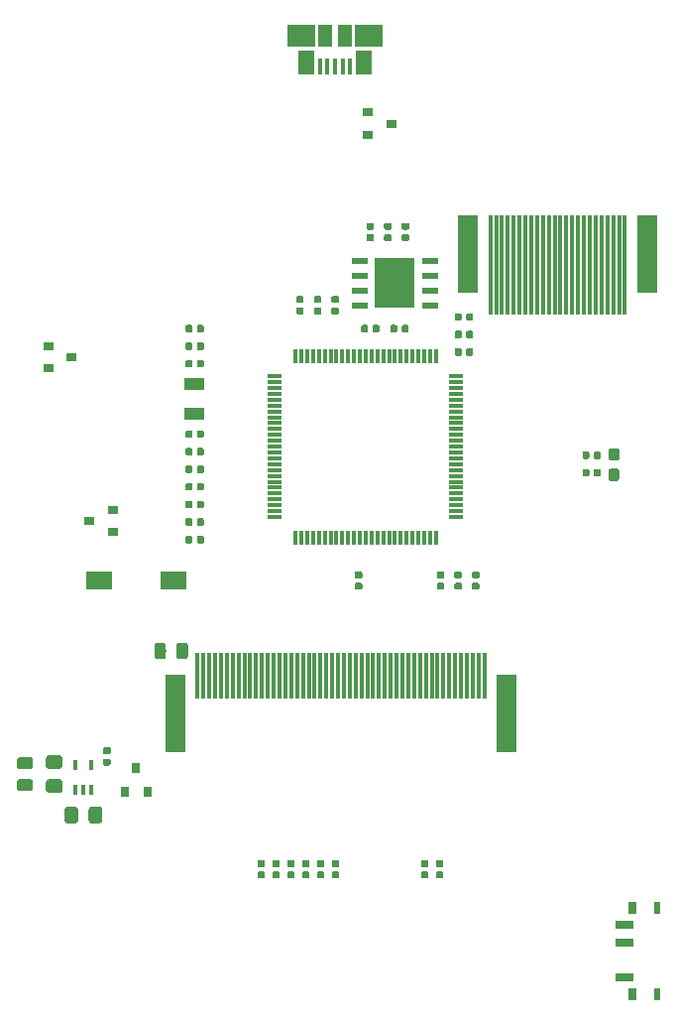
<source format=gtp>
G04 #@! TF.GenerationSoftware,KiCad,Pcbnew,5.0.2-bee76a0~70~ubuntu18.10.1*
G04 #@! TF.CreationDate,2019-03-19T21:34:18-05:00*
G04 #@! TF.ProjectId,camboard,63616d62-6f61-4726-942e-6b696361645f,rev?*
G04 #@! TF.SameCoordinates,Original*
G04 #@! TF.FileFunction,Paste,Top*
G04 #@! TF.FilePolarity,Positive*
%FSLAX46Y46*%
G04 Gerber Fmt 4.6, Leading zero omitted, Abs format (unit mm)*
G04 Created by KiCad (PCBNEW 5.0.2-bee76a0~70~ubuntu18.10.1) date Tue 19 Mar 2019 09:34:18 PM CDT*
%MOMM*%
%LPD*%
G01*
G04 APERTURE LIST*
%ADD10R,1.800000X6.600000*%
%ADD11R,0.300000X8.550000*%
%ADD12R,0.300000X3.900000*%
%ADD13C,0.100000*%
%ADD14C,0.590000*%
%ADD15C,0.975000*%
%ADD16C,0.950000*%
%ADD17R,0.900000X0.800000*%
%ADD18R,0.450000X1.380000*%
%ADD19R,1.475000X2.100000*%
%ADD20R,2.375000X1.900000*%
%ADD21R,1.175000X1.900000*%
%ADD22C,1.150000*%
%ADD23R,2.298700X1.597660*%
%ADD24R,1.498600X0.698500*%
%ADD25R,0.599440X0.998220*%
%ADD26R,0.797560X0.998220*%
%ADD27R,0.304800X1.219200*%
%ADD28R,1.219200X0.304800*%
%ADD29R,1.399540X0.497840*%
%ADD30R,3.398520X4.297680*%
%ADD31R,1.800000X1.000000*%
%ADD32R,0.800000X0.900000*%
%ADD33R,0.350000X0.850000*%
G04 APERTURE END LIST*
D10*
G04 #@! TO.C,J3*
X11350000Y22400000D03*
X26650000Y22400000D03*
D11*
X24750000Y21475000D03*
X24250000Y21475000D03*
X23750000Y21475000D03*
X23250000Y21475000D03*
X22750000Y21475000D03*
X22250000Y21475000D03*
X21750000Y21475000D03*
X21250000Y21475000D03*
X20750000Y21475000D03*
X20250000Y21475000D03*
X19750000Y21475000D03*
X19250000Y21475000D03*
X18750000Y21475000D03*
X18250000Y21475000D03*
X17750000Y21475000D03*
X17250000Y21475000D03*
X16750000Y21475000D03*
X16250000Y21475000D03*
X15750000Y21475000D03*
X15250000Y21475000D03*
X14750000Y21475000D03*
X14250000Y21475000D03*
X13750000Y21475000D03*
X13250000Y21475000D03*
G04 #@! TD*
D10*
G04 #@! TO.C,J2*
X-13650000Y-16860000D03*
D12*
X-10250000Y-13610000D03*
X1250000Y-13610000D03*
X12750000Y-13610000D03*
X1750000Y-13610000D03*
X-3250000Y-13610000D03*
X-10750000Y-13610000D03*
X-11750000Y-13610000D03*
X10750000Y-13610000D03*
D10*
X14650000Y-16860000D03*
D12*
X5250000Y-13610000D03*
X9750000Y-13610000D03*
X750000Y-13610000D03*
X7750000Y-13610000D03*
X6750000Y-13610000D03*
X-11250000Y-13610000D03*
X4750000Y-13610000D03*
X4250000Y-13610000D03*
X11750000Y-13610000D03*
X-9750000Y-13610000D03*
X5750000Y-13610000D03*
X-9250000Y-13610000D03*
X-5750000Y-13610000D03*
X7250000Y-13610000D03*
X11250000Y-13610000D03*
X10250000Y-13610000D03*
X8250000Y-13610000D03*
X-8750000Y-13610000D03*
X-4750000Y-13610000D03*
X8750000Y-13610000D03*
X12250000Y-13610000D03*
X6250000Y-13610000D03*
X-7750000Y-13610000D03*
X-1750000Y-13610000D03*
X-5250000Y-13610000D03*
X-2250000Y-13610000D03*
X-1250000Y-13610000D03*
X-8250000Y-13610000D03*
X-7250000Y-13610000D03*
X-2750000Y-13610000D03*
X-4250000Y-13610000D03*
X3750000Y-13610000D03*
X2250000Y-13610000D03*
X3250000Y-13610000D03*
X-750000Y-13610000D03*
X-6250000Y-13610000D03*
X-250000Y-13610000D03*
X-6750000Y-13610000D03*
X-3750000Y-13610000D03*
X2750000Y-13610000D03*
X9250000Y-13610000D03*
X250000Y-13610000D03*
G04 #@! TD*
D13*
G04 #@! TO.C,C1*
G36*
X6146958Y16319290D02*
X6161276Y16317166D01*
X6175317Y16313649D01*
X6188946Y16308772D01*
X6202031Y16302583D01*
X6214447Y16295142D01*
X6226073Y16286519D01*
X6236798Y16276798D01*
X6246519Y16266073D01*
X6255142Y16254447D01*
X6262583Y16242031D01*
X6268772Y16228946D01*
X6273649Y16215317D01*
X6277166Y16201276D01*
X6279290Y16186958D01*
X6280000Y16172500D01*
X6280000Y15827500D01*
X6279290Y15813042D01*
X6277166Y15798724D01*
X6273649Y15784683D01*
X6268772Y15771054D01*
X6262583Y15757969D01*
X6255142Y15745553D01*
X6246519Y15733927D01*
X6236798Y15723202D01*
X6226073Y15713481D01*
X6214447Y15704858D01*
X6202031Y15697417D01*
X6188946Y15691228D01*
X6175317Y15686351D01*
X6161276Y15682834D01*
X6146958Y15680710D01*
X6132500Y15680000D01*
X5837500Y15680000D01*
X5823042Y15680710D01*
X5808724Y15682834D01*
X5794683Y15686351D01*
X5781054Y15691228D01*
X5767969Y15697417D01*
X5755553Y15704858D01*
X5743927Y15713481D01*
X5733202Y15723202D01*
X5723481Y15733927D01*
X5714858Y15745553D01*
X5707417Y15757969D01*
X5701228Y15771054D01*
X5696351Y15784683D01*
X5692834Y15798724D01*
X5690710Y15813042D01*
X5690000Y15827500D01*
X5690000Y16172500D01*
X5690710Y16186958D01*
X5692834Y16201276D01*
X5696351Y16215317D01*
X5701228Y16228946D01*
X5707417Y16242031D01*
X5714858Y16254447D01*
X5723481Y16266073D01*
X5733202Y16276798D01*
X5743927Y16286519D01*
X5755553Y16295142D01*
X5767969Y16302583D01*
X5781054Y16308772D01*
X5794683Y16313649D01*
X5808724Y16317166D01*
X5823042Y16319290D01*
X5837500Y16320000D01*
X6132500Y16320000D01*
X6146958Y16319290D01*
X6146958Y16319290D01*
G37*
D14*
X5985000Y16000000D03*
D13*
G36*
X5176958Y16319290D02*
X5191276Y16317166D01*
X5205317Y16313649D01*
X5218946Y16308772D01*
X5232031Y16302583D01*
X5244447Y16295142D01*
X5256073Y16286519D01*
X5266798Y16276798D01*
X5276519Y16266073D01*
X5285142Y16254447D01*
X5292583Y16242031D01*
X5298772Y16228946D01*
X5303649Y16215317D01*
X5307166Y16201276D01*
X5309290Y16186958D01*
X5310000Y16172500D01*
X5310000Y15827500D01*
X5309290Y15813042D01*
X5307166Y15798724D01*
X5303649Y15784683D01*
X5298772Y15771054D01*
X5292583Y15757969D01*
X5285142Y15745553D01*
X5276519Y15733927D01*
X5266798Y15723202D01*
X5256073Y15713481D01*
X5244447Y15704858D01*
X5232031Y15697417D01*
X5218946Y15691228D01*
X5205317Y15686351D01*
X5191276Y15682834D01*
X5176958Y15680710D01*
X5162500Y15680000D01*
X4867500Y15680000D01*
X4853042Y15680710D01*
X4838724Y15682834D01*
X4824683Y15686351D01*
X4811054Y15691228D01*
X4797969Y15697417D01*
X4785553Y15704858D01*
X4773927Y15713481D01*
X4763202Y15723202D01*
X4753481Y15733927D01*
X4744858Y15745553D01*
X4737417Y15757969D01*
X4731228Y15771054D01*
X4726351Y15784683D01*
X4722834Y15798724D01*
X4720710Y15813042D01*
X4720000Y15827500D01*
X4720000Y16172500D01*
X4720710Y16186958D01*
X4722834Y16201276D01*
X4726351Y16215317D01*
X4731228Y16228946D01*
X4737417Y16242031D01*
X4744858Y16254447D01*
X4753481Y16266073D01*
X4763202Y16276798D01*
X4773927Y16286519D01*
X4785553Y16295142D01*
X4797969Y16302583D01*
X4811054Y16308772D01*
X4824683Y16313649D01*
X4838724Y16317166D01*
X4853042Y16319290D01*
X4867500Y16320000D01*
X5162500Y16320000D01*
X5176958Y16319290D01*
X5176958Y16319290D01*
G37*
D14*
X5015000Y16000000D03*
G04 #@! TD*
D13*
G04 #@! TO.C,C2*
G36*
X3646958Y16319290D02*
X3661276Y16317166D01*
X3675317Y16313649D01*
X3688946Y16308772D01*
X3702031Y16302583D01*
X3714447Y16295142D01*
X3726073Y16286519D01*
X3736798Y16276798D01*
X3746519Y16266073D01*
X3755142Y16254447D01*
X3762583Y16242031D01*
X3768772Y16228946D01*
X3773649Y16215317D01*
X3777166Y16201276D01*
X3779290Y16186958D01*
X3780000Y16172500D01*
X3780000Y15827500D01*
X3779290Y15813042D01*
X3777166Y15798724D01*
X3773649Y15784683D01*
X3768772Y15771054D01*
X3762583Y15757969D01*
X3755142Y15745553D01*
X3746519Y15733927D01*
X3736798Y15723202D01*
X3726073Y15713481D01*
X3714447Y15704858D01*
X3702031Y15697417D01*
X3688946Y15691228D01*
X3675317Y15686351D01*
X3661276Y15682834D01*
X3646958Y15680710D01*
X3632500Y15680000D01*
X3337500Y15680000D01*
X3323042Y15680710D01*
X3308724Y15682834D01*
X3294683Y15686351D01*
X3281054Y15691228D01*
X3267969Y15697417D01*
X3255553Y15704858D01*
X3243927Y15713481D01*
X3233202Y15723202D01*
X3223481Y15733927D01*
X3214858Y15745553D01*
X3207417Y15757969D01*
X3201228Y15771054D01*
X3196351Y15784683D01*
X3192834Y15798724D01*
X3190710Y15813042D01*
X3190000Y15827500D01*
X3190000Y16172500D01*
X3190710Y16186958D01*
X3192834Y16201276D01*
X3196351Y16215317D01*
X3201228Y16228946D01*
X3207417Y16242031D01*
X3214858Y16254447D01*
X3223481Y16266073D01*
X3233202Y16276798D01*
X3243927Y16286519D01*
X3255553Y16295142D01*
X3267969Y16302583D01*
X3281054Y16308772D01*
X3294683Y16313649D01*
X3308724Y16317166D01*
X3323042Y16319290D01*
X3337500Y16320000D01*
X3632500Y16320000D01*
X3646958Y16319290D01*
X3646958Y16319290D01*
G37*
D14*
X3485000Y16000000D03*
D13*
G36*
X2676958Y16319290D02*
X2691276Y16317166D01*
X2705317Y16313649D01*
X2718946Y16308772D01*
X2732031Y16302583D01*
X2744447Y16295142D01*
X2756073Y16286519D01*
X2766798Y16276798D01*
X2776519Y16266073D01*
X2785142Y16254447D01*
X2792583Y16242031D01*
X2798772Y16228946D01*
X2803649Y16215317D01*
X2807166Y16201276D01*
X2809290Y16186958D01*
X2810000Y16172500D01*
X2810000Y15827500D01*
X2809290Y15813042D01*
X2807166Y15798724D01*
X2803649Y15784683D01*
X2798772Y15771054D01*
X2792583Y15757969D01*
X2785142Y15745553D01*
X2776519Y15733927D01*
X2766798Y15723202D01*
X2756073Y15713481D01*
X2744447Y15704858D01*
X2732031Y15697417D01*
X2718946Y15691228D01*
X2705317Y15686351D01*
X2691276Y15682834D01*
X2676958Y15680710D01*
X2662500Y15680000D01*
X2367500Y15680000D01*
X2353042Y15680710D01*
X2338724Y15682834D01*
X2324683Y15686351D01*
X2311054Y15691228D01*
X2297969Y15697417D01*
X2285553Y15704858D01*
X2273927Y15713481D01*
X2263202Y15723202D01*
X2253481Y15733927D01*
X2244858Y15745553D01*
X2237417Y15757969D01*
X2231228Y15771054D01*
X2226351Y15784683D01*
X2222834Y15798724D01*
X2220710Y15813042D01*
X2220000Y15827500D01*
X2220000Y16172500D01*
X2220710Y16186958D01*
X2222834Y16201276D01*
X2226351Y16215317D01*
X2231228Y16228946D01*
X2237417Y16242031D01*
X2244858Y16254447D01*
X2253481Y16266073D01*
X2263202Y16276798D01*
X2273927Y16286519D01*
X2285553Y16295142D01*
X2297969Y16302583D01*
X2311054Y16308772D01*
X2324683Y16313649D01*
X2338724Y16317166D01*
X2353042Y16319290D01*
X2367500Y16320000D01*
X2662500Y16320000D01*
X2676958Y16319290D01*
X2676958Y16319290D01*
G37*
D14*
X2515000Y16000000D03*
G04 #@! TD*
D13*
G04 #@! TO.C,C3*
G36*
X-2813042Y17809290D02*
X-2798724Y17807166D01*
X-2784683Y17803649D01*
X-2771054Y17798772D01*
X-2757969Y17792583D01*
X-2745553Y17785142D01*
X-2733927Y17776519D01*
X-2723202Y17766798D01*
X-2713481Y17756073D01*
X-2704858Y17744447D01*
X-2697417Y17732031D01*
X-2691228Y17718946D01*
X-2686351Y17705317D01*
X-2682834Y17691276D01*
X-2680710Y17676958D01*
X-2680000Y17662500D01*
X-2680000Y17367500D01*
X-2680710Y17353042D01*
X-2682834Y17338724D01*
X-2686351Y17324683D01*
X-2691228Y17311054D01*
X-2697417Y17297969D01*
X-2704858Y17285553D01*
X-2713481Y17273927D01*
X-2723202Y17263202D01*
X-2733927Y17253481D01*
X-2745553Y17244858D01*
X-2757969Y17237417D01*
X-2771054Y17231228D01*
X-2784683Y17226351D01*
X-2798724Y17222834D01*
X-2813042Y17220710D01*
X-2827500Y17220000D01*
X-3172500Y17220000D01*
X-3186958Y17220710D01*
X-3201276Y17222834D01*
X-3215317Y17226351D01*
X-3228946Y17231228D01*
X-3242031Y17237417D01*
X-3254447Y17244858D01*
X-3266073Y17253481D01*
X-3276798Y17263202D01*
X-3286519Y17273927D01*
X-3295142Y17285553D01*
X-3302583Y17297969D01*
X-3308772Y17311054D01*
X-3313649Y17324683D01*
X-3317166Y17338724D01*
X-3319290Y17353042D01*
X-3320000Y17367500D01*
X-3320000Y17662500D01*
X-3319290Y17676958D01*
X-3317166Y17691276D01*
X-3313649Y17705317D01*
X-3308772Y17718946D01*
X-3302583Y17732031D01*
X-3295142Y17744447D01*
X-3286519Y17756073D01*
X-3276798Y17766798D01*
X-3266073Y17776519D01*
X-3254447Y17785142D01*
X-3242031Y17792583D01*
X-3228946Y17798772D01*
X-3215317Y17803649D01*
X-3201276Y17807166D01*
X-3186958Y17809290D01*
X-3172500Y17810000D01*
X-2827500Y17810000D01*
X-2813042Y17809290D01*
X-2813042Y17809290D01*
G37*
D14*
X-3000000Y17515000D03*
D13*
G36*
X-2813042Y18779290D02*
X-2798724Y18777166D01*
X-2784683Y18773649D01*
X-2771054Y18768772D01*
X-2757969Y18762583D01*
X-2745553Y18755142D01*
X-2733927Y18746519D01*
X-2723202Y18736798D01*
X-2713481Y18726073D01*
X-2704858Y18714447D01*
X-2697417Y18702031D01*
X-2691228Y18688946D01*
X-2686351Y18675317D01*
X-2682834Y18661276D01*
X-2680710Y18646958D01*
X-2680000Y18632500D01*
X-2680000Y18337500D01*
X-2680710Y18323042D01*
X-2682834Y18308724D01*
X-2686351Y18294683D01*
X-2691228Y18281054D01*
X-2697417Y18267969D01*
X-2704858Y18255553D01*
X-2713481Y18243927D01*
X-2723202Y18233202D01*
X-2733927Y18223481D01*
X-2745553Y18214858D01*
X-2757969Y18207417D01*
X-2771054Y18201228D01*
X-2784683Y18196351D01*
X-2798724Y18192834D01*
X-2813042Y18190710D01*
X-2827500Y18190000D01*
X-3172500Y18190000D01*
X-3186958Y18190710D01*
X-3201276Y18192834D01*
X-3215317Y18196351D01*
X-3228946Y18201228D01*
X-3242031Y18207417D01*
X-3254447Y18214858D01*
X-3266073Y18223481D01*
X-3276798Y18233202D01*
X-3286519Y18243927D01*
X-3295142Y18255553D01*
X-3302583Y18267969D01*
X-3308772Y18281054D01*
X-3313649Y18294683D01*
X-3317166Y18308724D01*
X-3319290Y18323042D01*
X-3320000Y18337500D01*
X-3320000Y18632500D01*
X-3319290Y18646958D01*
X-3317166Y18661276D01*
X-3313649Y18675317D01*
X-3308772Y18688946D01*
X-3302583Y18702031D01*
X-3295142Y18714447D01*
X-3286519Y18726073D01*
X-3276798Y18736798D01*
X-3266073Y18746519D01*
X-3254447Y18755142D01*
X-3242031Y18762583D01*
X-3228946Y18768772D01*
X-3215317Y18773649D01*
X-3201276Y18777166D01*
X-3186958Y18779290D01*
X-3172500Y18780000D01*
X-2827500Y18780000D01*
X-2813042Y18779290D01*
X-2813042Y18779290D01*
G37*
D14*
X-3000000Y18485000D03*
G04 #@! TD*
D13*
G04 #@! TO.C,C4*
G36*
X-12323042Y7319290D02*
X-12308724Y7317166D01*
X-12294683Y7313649D01*
X-12281054Y7308772D01*
X-12267969Y7302583D01*
X-12255553Y7295142D01*
X-12243927Y7286519D01*
X-12233202Y7276798D01*
X-12223481Y7266073D01*
X-12214858Y7254447D01*
X-12207417Y7242031D01*
X-12201228Y7228946D01*
X-12196351Y7215317D01*
X-12192834Y7201276D01*
X-12190710Y7186958D01*
X-12190000Y7172500D01*
X-12190000Y6827500D01*
X-12190710Y6813042D01*
X-12192834Y6798724D01*
X-12196351Y6784683D01*
X-12201228Y6771054D01*
X-12207417Y6757969D01*
X-12214858Y6745553D01*
X-12223481Y6733927D01*
X-12233202Y6723202D01*
X-12243927Y6713481D01*
X-12255553Y6704858D01*
X-12267969Y6697417D01*
X-12281054Y6691228D01*
X-12294683Y6686351D01*
X-12308724Y6682834D01*
X-12323042Y6680710D01*
X-12337500Y6680000D01*
X-12632500Y6680000D01*
X-12646958Y6680710D01*
X-12661276Y6682834D01*
X-12675317Y6686351D01*
X-12688946Y6691228D01*
X-12702031Y6697417D01*
X-12714447Y6704858D01*
X-12726073Y6713481D01*
X-12736798Y6723202D01*
X-12746519Y6733927D01*
X-12755142Y6745553D01*
X-12762583Y6757969D01*
X-12768772Y6771054D01*
X-12773649Y6784683D01*
X-12777166Y6798724D01*
X-12779290Y6813042D01*
X-12780000Y6827500D01*
X-12780000Y7172500D01*
X-12779290Y7186958D01*
X-12777166Y7201276D01*
X-12773649Y7215317D01*
X-12768772Y7228946D01*
X-12762583Y7242031D01*
X-12755142Y7254447D01*
X-12746519Y7266073D01*
X-12736798Y7276798D01*
X-12726073Y7286519D01*
X-12714447Y7295142D01*
X-12702031Y7302583D01*
X-12688946Y7308772D01*
X-12675317Y7313649D01*
X-12661276Y7317166D01*
X-12646958Y7319290D01*
X-12632500Y7320000D01*
X-12337500Y7320000D01*
X-12323042Y7319290D01*
X-12323042Y7319290D01*
G37*
D14*
X-12485000Y7000000D03*
D13*
G36*
X-11353042Y7319290D02*
X-11338724Y7317166D01*
X-11324683Y7313649D01*
X-11311054Y7308772D01*
X-11297969Y7302583D01*
X-11285553Y7295142D01*
X-11273927Y7286519D01*
X-11263202Y7276798D01*
X-11253481Y7266073D01*
X-11244858Y7254447D01*
X-11237417Y7242031D01*
X-11231228Y7228946D01*
X-11226351Y7215317D01*
X-11222834Y7201276D01*
X-11220710Y7186958D01*
X-11220000Y7172500D01*
X-11220000Y6827500D01*
X-11220710Y6813042D01*
X-11222834Y6798724D01*
X-11226351Y6784683D01*
X-11231228Y6771054D01*
X-11237417Y6757969D01*
X-11244858Y6745553D01*
X-11253481Y6733927D01*
X-11263202Y6723202D01*
X-11273927Y6713481D01*
X-11285553Y6704858D01*
X-11297969Y6697417D01*
X-11311054Y6691228D01*
X-11324683Y6686351D01*
X-11338724Y6682834D01*
X-11353042Y6680710D01*
X-11367500Y6680000D01*
X-11662500Y6680000D01*
X-11676958Y6680710D01*
X-11691276Y6682834D01*
X-11705317Y6686351D01*
X-11718946Y6691228D01*
X-11732031Y6697417D01*
X-11744447Y6704858D01*
X-11756073Y6713481D01*
X-11766798Y6723202D01*
X-11776519Y6733927D01*
X-11785142Y6745553D01*
X-11792583Y6757969D01*
X-11798772Y6771054D01*
X-11803649Y6784683D01*
X-11807166Y6798724D01*
X-11809290Y6813042D01*
X-11810000Y6827500D01*
X-11810000Y7172500D01*
X-11809290Y7186958D01*
X-11807166Y7201276D01*
X-11803649Y7215317D01*
X-11798772Y7228946D01*
X-11792583Y7242031D01*
X-11785142Y7254447D01*
X-11776519Y7266073D01*
X-11766798Y7276798D01*
X-11756073Y7286519D01*
X-11744447Y7295142D01*
X-11732031Y7302583D01*
X-11718946Y7308772D01*
X-11705317Y7313649D01*
X-11691276Y7317166D01*
X-11676958Y7319290D01*
X-11662500Y7320000D01*
X-11367500Y7320000D01*
X-11353042Y7319290D01*
X-11353042Y7319290D01*
G37*
D14*
X-11515000Y7000000D03*
G04 #@! TD*
D13*
G04 #@! TO.C,C5*
G36*
X-11353042Y1319290D02*
X-11338724Y1317166D01*
X-11324683Y1313649D01*
X-11311054Y1308772D01*
X-11297969Y1302583D01*
X-11285553Y1295142D01*
X-11273927Y1286519D01*
X-11263202Y1276798D01*
X-11253481Y1266073D01*
X-11244858Y1254447D01*
X-11237417Y1242031D01*
X-11231228Y1228946D01*
X-11226351Y1215317D01*
X-11222834Y1201276D01*
X-11220710Y1186958D01*
X-11220000Y1172500D01*
X-11220000Y827500D01*
X-11220710Y813042D01*
X-11222834Y798724D01*
X-11226351Y784683D01*
X-11231228Y771054D01*
X-11237417Y757969D01*
X-11244858Y745553D01*
X-11253481Y733927D01*
X-11263202Y723202D01*
X-11273927Y713481D01*
X-11285553Y704858D01*
X-11297969Y697417D01*
X-11311054Y691228D01*
X-11324683Y686351D01*
X-11338724Y682834D01*
X-11353042Y680710D01*
X-11367500Y680000D01*
X-11662500Y680000D01*
X-11676958Y680710D01*
X-11691276Y682834D01*
X-11705317Y686351D01*
X-11718946Y691228D01*
X-11732031Y697417D01*
X-11744447Y704858D01*
X-11756073Y713481D01*
X-11766798Y723202D01*
X-11776519Y733927D01*
X-11785142Y745553D01*
X-11792583Y757969D01*
X-11798772Y771054D01*
X-11803649Y784683D01*
X-11807166Y798724D01*
X-11809290Y813042D01*
X-11810000Y827500D01*
X-11810000Y1172500D01*
X-11809290Y1186958D01*
X-11807166Y1201276D01*
X-11803649Y1215317D01*
X-11798772Y1228946D01*
X-11792583Y1242031D01*
X-11785142Y1254447D01*
X-11776519Y1266073D01*
X-11766798Y1276798D01*
X-11756073Y1286519D01*
X-11744447Y1295142D01*
X-11732031Y1302583D01*
X-11718946Y1308772D01*
X-11705317Y1313649D01*
X-11691276Y1317166D01*
X-11676958Y1319290D01*
X-11662500Y1320000D01*
X-11367500Y1320000D01*
X-11353042Y1319290D01*
X-11353042Y1319290D01*
G37*
D14*
X-11515000Y1000000D03*
D13*
G36*
X-12323042Y1319290D02*
X-12308724Y1317166D01*
X-12294683Y1313649D01*
X-12281054Y1308772D01*
X-12267969Y1302583D01*
X-12255553Y1295142D01*
X-12243927Y1286519D01*
X-12233202Y1276798D01*
X-12223481Y1266073D01*
X-12214858Y1254447D01*
X-12207417Y1242031D01*
X-12201228Y1228946D01*
X-12196351Y1215317D01*
X-12192834Y1201276D01*
X-12190710Y1186958D01*
X-12190000Y1172500D01*
X-12190000Y827500D01*
X-12190710Y813042D01*
X-12192834Y798724D01*
X-12196351Y784683D01*
X-12201228Y771054D01*
X-12207417Y757969D01*
X-12214858Y745553D01*
X-12223481Y733927D01*
X-12233202Y723202D01*
X-12243927Y713481D01*
X-12255553Y704858D01*
X-12267969Y697417D01*
X-12281054Y691228D01*
X-12294683Y686351D01*
X-12308724Y682834D01*
X-12323042Y680710D01*
X-12337500Y680000D01*
X-12632500Y680000D01*
X-12646958Y680710D01*
X-12661276Y682834D01*
X-12675317Y686351D01*
X-12688946Y691228D01*
X-12702031Y697417D01*
X-12714447Y704858D01*
X-12726073Y713481D01*
X-12736798Y723202D01*
X-12746519Y733927D01*
X-12755142Y745553D01*
X-12762583Y757969D01*
X-12768772Y771054D01*
X-12773649Y784683D01*
X-12777166Y798724D01*
X-12779290Y813042D01*
X-12780000Y827500D01*
X-12780000Y1172500D01*
X-12779290Y1186958D01*
X-12777166Y1201276D01*
X-12773649Y1215317D01*
X-12768772Y1228946D01*
X-12762583Y1242031D01*
X-12755142Y1254447D01*
X-12746519Y1266073D01*
X-12736798Y1276798D01*
X-12726073Y1286519D01*
X-12714447Y1295142D01*
X-12702031Y1302583D01*
X-12688946Y1308772D01*
X-12675317Y1313649D01*
X-12661276Y1317166D01*
X-12646958Y1319290D01*
X-12632500Y1320000D01*
X-12337500Y1320000D01*
X-12323042Y1319290D01*
X-12323042Y1319290D01*
G37*
D14*
X-12485000Y1000000D03*
G04 #@! TD*
D13*
G04 #@! TO.C,C6*
G36*
X2186958Y-5690710D02*
X2201276Y-5692834D01*
X2215317Y-5696351D01*
X2228946Y-5701228D01*
X2242031Y-5707417D01*
X2254447Y-5714858D01*
X2266073Y-5723481D01*
X2276798Y-5733202D01*
X2286519Y-5743927D01*
X2295142Y-5755553D01*
X2302583Y-5767969D01*
X2308772Y-5781054D01*
X2313649Y-5794683D01*
X2317166Y-5808724D01*
X2319290Y-5823042D01*
X2320000Y-5837500D01*
X2320000Y-6132500D01*
X2319290Y-6146958D01*
X2317166Y-6161276D01*
X2313649Y-6175317D01*
X2308772Y-6188946D01*
X2302583Y-6202031D01*
X2295142Y-6214447D01*
X2286519Y-6226073D01*
X2276798Y-6236798D01*
X2266073Y-6246519D01*
X2254447Y-6255142D01*
X2242031Y-6262583D01*
X2228946Y-6268772D01*
X2215317Y-6273649D01*
X2201276Y-6277166D01*
X2186958Y-6279290D01*
X2172500Y-6280000D01*
X1827500Y-6280000D01*
X1813042Y-6279290D01*
X1798724Y-6277166D01*
X1784683Y-6273649D01*
X1771054Y-6268772D01*
X1757969Y-6262583D01*
X1745553Y-6255142D01*
X1733927Y-6246519D01*
X1723202Y-6236798D01*
X1713481Y-6226073D01*
X1704858Y-6214447D01*
X1697417Y-6202031D01*
X1691228Y-6188946D01*
X1686351Y-6175317D01*
X1682834Y-6161276D01*
X1680710Y-6146958D01*
X1680000Y-6132500D01*
X1680000Y-5837500D01*
X1680710Y-5823042D01*
X1682834Y-5808724D01*
X1686351Y-5794683D01*
X1691228Y-5781054D01*
X1697417Y-5767969D01*
X1704858Y-5755553D01*
X1713481Y-5743927D01*
X1723202Y-5733202D01*
X1733927Y-5723481D01*
X1745553Y-5714858D01*
X1757969Y-5707417D01*
X1771054Y-5701228D01*
X1784683Y-5696351D01*
X1798724Y-5692834D01*
X1813042Y-5690710D01*
X1827500Y-5690000D01*
X2172500Y-5690000D01*
X2186958Y-5690710D01*
X2186958Y-5690710D01*
G37*
D14*
X2000000Y-5985000D03*
D13*
G36*
X2186958Y-4720710D02*
X2201276Y-4722834D01*
X2215317Y-4726351D01*
X2228946Y-4731228D01*
X2242031Y-4737417D01*
X2254447Y-4744858D01*
X2266073Y-4753481D01*
X2276798Y-4763202D01*
X2286519Y-4773927D01*
X2295142Y-4785553D01*
X2302583Y-4797969D01*
X2308772Y-4811054D01*
X2313649Y-4824683D01*
X2317166Y-4838724D01*
X2319290Y-4853042D01*
X2320000Y-4867500D01*
X2320000Y-5162500D01*
X2319290Y-5176958D01*
X2317166Y-5191276D01*
X2313649Y-5205317D01*
X2308772Y-5218946D01*
X2302583Y-5232031D01*
X2295142Y-5244447D01*
X2286519Y-5256073D01*
X2276798Y-5266798D01*
X2266073Y-5276519D01*
X2254447Y-5285142D01*
X2242031Y-5292583D01*
X2228946Y-5298772D01*
X2215317Y-5303649D01*
X2201276Y-5307166D01*
X2186958Y-5309290D01*
X2172500Y-5310000D01*
X1827500Y-5310000D01*
X1813042Y-5309290D01*
X1798724Y-5307166D01*
X1784683Y-5303649D01*
X1771054Y-5298772D01*
X1757969Y-5292583D01*
X1745553Y-5285142D01*
X1733927Y-5276519D01*
X1723202Y-5266798D01*
X1713481Y-5256073D01*
X1704858Y-5244447D01*
X1697417Y-5232031D01*
X1691228Y-5218946D01*
X1686351Y-5205317D01*
X1682834Y-5191276D01*
X1680710Y-5176958D01*
X1680000Y-5162500D01*
X1680000Y-4867500D01*
X1680710Y-4853042D01*
X1682834Y-4838724D01*
X1686351Y-4824683D01*
X1691228Y-4811054D01*
X1697417Y-4797969D01*
X1704858Y-4785553D01*
X1713481Y-4773927D01*
X1723202Y-4763202D01*
X1733927Y-4753481D01*
X1745553Y-4744858D01*
X1757969Y-4737417D01*
X1771054Y-4731228D01*
X1784683Y-4726351D01*
X1798724Y-4722834D01*
X1813042Y-4720710D01*
X1827500Y-4720000D01*
X2172500Y-4720000D01*
X2186958Y-4720710D01*
X2186958Y-4720710D01*
G37*
D14*
X2000000Y-5015000D03*
G04 #@! TD*
D13*
G04 #@! TO.C,C7*
G36*
X10686958Y-4720710D02*
X10701276Y-4722834D01*
X10715317Y-4726351D01*
X10728946Y-4731228D01*
X10742031Y-4737417D01*
X10754447Y-4744858D01*
X10766073Y-4753481D01*
X10776798Y-4763202D01*
X10786519Y-4773927D01*
X10795142Y-4785553D01*
X10802583Y-4797969D01*
X10808772Y-4811054D01*
X10813649Y-4824683D01*
X10817166Y-4838724D01*
X10819290Y-4853042D01*
X10820000Y-4867500D01*
X10820000Y-5162500D01*
X10819290Y-5176958D01*
X10817166Y-5191276D01*
X10813649Y-5205317D01*
X10808772Y-5218946D01*
X10802583Y-5232031D01*
X10795142Y-5244447D01*
X10786519Y-5256073D01*
X10776798Y-5266798D01*
X10766073Y-5276519D01*
X10754447Y-5285142D01*
X10742031Y-5292583D01*
X10728946Y-5298772D01*
X10715317Y-5303649D01*
X10701276Y-5307166D01*
X10686958Y-5309290D01*
X10672500Y-5310000D01*
X10327500Y-5310000D01*
X10313042Y-5309290D01*
X10298724Y-5307166D01*
X10284683Y-5303649D01*
X10271054Y-5298772D01*
X10257969Y-5292583D01*
X10245553Y-5285142D01*
X10233927Y-5276519D01*
X10223202Y-5266798D01*
X10213481Y-5256073D01*
X10204858Y-5244447D01*
X10197417Y-5232031D01*
X10191228Y-5218946D01*
X10186351Y-5205317D01*
X10182834Y-5191276D01*
X10180710Y-5176958D01*
X10180000Y-5162500D01*
X10180000Y-4867500D01*
X10180710Y-4853042D01*
X10182834Y-4838724D01*
X10186351Y-4824683D01*
X10191228Y-4811054D01*
X10197417Y-4797969D01*
X10204858Y-4785553D01*
X10213481Y-4773927D01*
X10223202Y-4763202D01*
X10233927Y-4753481D01*
X10245553Y-4744858D01*
X10257969Y-4737417D01*
X10271054Y-4731228D01*
X10284683Y-4726351D01*
X10298724Y-4722834D01*
X10313042Y-4720710D01*
X10327500Y-4720000D01*
X10672500Y-4720000D01*
X10686958Y-4720710D01*
X10686958Y-4720710D01*
G37*
D14*
X10500000Y-5015000D03*
D13*
G36*
X10686958Y-5690710D02*
X10701276Y-5692834D01*
X10715317Y-5696351D01*
X10728946Y-5701228D01*
X10742031Y-5707417D01*
X10754447Y-5714858D01*
X10766073Y-5723481D01*
X10776798Y-5733202D01*
X10786519Y-5743927D01*
X10795142Y-5755553D01*
X10802583Y-5767969D01*
X10808772Y-5781054D01*
X10813649Y-5794683D01*
X10817166Y-5808724D01*
X10819290Y-5823042D01*
X10820000Y-5837500D01*
X10820000Y-6132500D01*
X10819290Y-6146958D01*
X10817166Y-6161276D01*
X10813649Y-6175317D01*
X10808772Y-6188946D01*
X10802583Y-6202031D01*
X10795142Y-6214447D01*
X10786519Y-6226073D01*
X10776798Y-6236798D01*
X10766073Y-6246519D01*
X10754447Y-6255142D01*
X10742031Y-6262583D01*
X10728946Y-6268772D01*
X10715317Y-6273649D01*
X10701276Y-6277166D01*
X10686958Y-6279290D01*
X10672500Y-6280000D01*
X10327500Y-6280000D01*
X10313042Y-6279290D01*
X10298724Y-6277166D01*
X10284683Y-6273649D01*
X10271054Y-6268772D01*
X10257969Y-6262583D01*
X10245553Y-6255142D01*
X10233927Y-6246519D01*
X10223202Y-6236798D01*
X10213481Y-6226073D01*
X10204858Y-6214447D01*
X10197417Y-6202031D01*
X10191228Y-6188946D01*
X10186351Y-6175317D01*
X10182834Y-6161276D01*
X10180710Y-6146958D01*
X10180000Y-6132500D01*
X10180000Y-5837500D01*
X10180710Y-5823042D01*
X10182834Y-5808724D01*
X10186351Y-5794683D01*
X10191228Y-5781054D01*
X10197417Y-5767969D01*
X10204858Y-5755553D01*
X10213481Y-5743927D01*
X10223202Y-5733202D01*
X10233927Y-5723481D01*
X10245553Y-5714858D01*
X10257969Y-5707417D01*
X10271054Y-5701228D01*
X10284683Y-5696351D01*
X10298724Y-5692834D01*
X10313042Y-5690710D01*
X10327500Y-5690000D01*
X10672500Y-5690000D01*
X10686958Y-5690710D01*
X10686958Y-5690710D01*
G37*
D14*
X10500000Y-5985000D03*
G04 #@! TD*
D13*
G04 #@! TO.C,C8*
G36*
X21576958Y5519290D02*
X21591276Y5517166D01*
X21605317Y5513649D01*
X21618946Y5508772D01*
X21632031Y5502583D01*
X21644447Y5495142D01*
X21656073Y5486519D01*
X21666798Y5476798D01*
X21676519Y5466073D01*
X21685142Y5454447D01*
X21692583Y5442031D01*
X21698772Y5428946D01*
X21703649Y5415317D01*
X21707166Y5401276D01*
X21709290Y5386958D01*
X21710000Y5372500D01*
X21710000Y5027500D01*
X21709290Y5013042D01*
X21707166Y4998724D01*
X21703649Y4984683D01*
X21698772Y4971054D01*
X21692583Y4957969D01*
X21685142Y4945553D01*
X21676519Y4933927D01*
X21666798Y4923202D01*
X21656073Y4913481D01*
X21644447Y4904858D01*
X21632031Y4897417D01*
X21618946Y4891228D01*
X21605317Y4886351D01*
X21591276Y4882834D01*
X21576958Y4880710D01*
X21562500Y4880000D01*
X21267500Y4880000D01*
X21253042Y4880710D01*
X21238724Y4882834D01*
X21224683Y4886351D01*
X21211054Y4891228D01*
X21197969Y4897417D01*
X21185553Y4904858D01*
X21173927Y4913481D01*
X21163202Y4923202D01*
X21153481Y4933927D01*
X21144858Y4945553D01*
X21137417Y4957969D01*
X21131228Y4971054D01*
X21126351Y4984683D01*
X21122834Y4998724D01*
X21120710Y5013042D01*
X21120000Y5027500D01*
X21120000Y5372500D01*
X21120710Y5386958D01*
X21122834Y5401276D01*
X21126351Y5415317D01*
X21131228Y5428946D01*
X21137417Y5442031D01*
X21144858Y5454447D01*
X21153481Y5466073D01*
X21163202Y5476798D01*
X21173927Y5486519D01*
X21185553Y5495142D01*
X21197969Y5502583D01*
X21211054Y5508772D01*
X21224683Y5513649D01*
X21238724Y5517166D01*
X21253042Y5519290D01*
X21267500Y5520000D01*
X21562500Y5520000D01*
X21576958Y5519290D01*
X21576958Y5519290D01*
G37*
D14*
X21415000Y5200000D03*
D13*
G36*
X22546958Y5519290D02*
X22561276Y5517166D01*
X22575317Y5513649D01*
X22588946Y5508772D01*
X22602031Y5502583D01*
X22614447Y5495142D01*
X22626073Y5486519D01*
X22636798Y5476798D01*
X22646519Y5466073D01*
X22655142Y5454447D01*
X22662583Y5442031D01*
X22668772Y5428946D01*
X22673649Y5415317D01*
X22677166Y5401276D01*
X22679290Y5386958D01*
X22680000Y5372500D01*
X22680000Y5027500D01*
X22679290Y5013042D01*
X22677166Y4998724D01*
X22673649Y4984683D01*
X22668772Y4971054D01*
X22662583Y4957969D01*
X22655142Y4945553D01*
X22646519Y4933927D01*
X22636798Y4923202D01*
X22626073Y4913481D01*
X22614447Y4904858D01*
X22602031Y4897417D01*
X22588946Y4891228D01*
X22575317Y4886351D01*
X22561276Y4882834D01*
X22546958Y4880710D01*
X22532500Y4880000D01*
X22237500Y4880000D01*
X22223042Y4880710D01*
X22208724Y4882834D01*
X22194683Y4886351D01*
X22181054Y4891228D01*
X22167969Y4897417D01*
X22155553Y4904858D01*
X22143927Y4913481D01*
X22133202Y4923202D01*
X22123481Y4933927D01*
X22114858Y4945553D01*
X22107417Y4957969D01*
X22101228Y4971054D01*
X22096351Y4984683D01*
X22092834Y4998724D01*
X22090710Y5013042D01*
X22090000Y5027500D01*
X22090000Y5372500D01*
X22090710Y5386958D01*
X22092834Y5401276D01*
X22096351Y5415317D01*
X22101228Y5428946D01*
X22107417Y5442031D01*
X22114858Y5454447D01*
X22123481Y5466073D01*
X22133202Y5476798D01*
X22143927Y5486519D01*
X22155553Y5495142D01*
X22167969Y5502583D01*
X22181054Y5508772D01*
X22194683Y5513649D01*
X22208724Y5517166D01*
X22223042Y5519290D01*
X22237500Y5520000D01*
X22532500Y5520000D01*
X22546958Y5519290D01*
X22546958Y5519290D01*
G37*
D14*
X22385000Y5200000D03*
G04 #@! TD*
D13*
G04 #@! TO.C,C9*
G36*
X10676958Y15819290D02*
X10691276Y15817166D01*
X10705317Y15813649D01*
X10718946Y15808772D01*
X10732031Y15802583D01*
X10744447Y15795142D01*
X10756073Y15786519D01*
X10766798Y15776798D01*
X10776519Y15766073D01*
X10785142Y15754447D01*
X10792583Y15742031D01*
X10798772Y15728946D01*
X10803649Y15715317D01*
X10807166Y15701276D01*
X10809290Y15686958D01*
X10810000Y15672500D01*
X10810000Y15327500D01*
X10809290Y15313042D01*
X10807166Y15298724D01*
X10803649Y15284683D01*
X10798772Y15271054D01*
X10792583Y15257969D01*
X10785142Y15245553D01*
X10776519Y15233927D01*
X10766798Y15223202D01*
X10756073Y15213481D01*
X10744447Y15204858D01*
X10732031Y15197417D01*
X10718946Y15191228D01*
X10705317Y15186351D01*
X10691276Y15182834D01*
X10676958Y15180710D01*
X10662500Y15180000D01*
X10367500Y15180000D01*
X10353042Y15180710D01*
X10338724Y15182834D01*
X10324683Y15186351D01*
X10311054Y15191228D01*
X10297969Y15197417D01*
X10285553Y15204858D01*
X10273927Y15213481D01*
X10263202Y15223202D01*
X10253481Y15233927D01*
X10244858Y15245553D01*
X10237417Y15257969D01*
X10231228Y15271054D01*
X10226351Y15284683D01*
X10222834Y15298724D01*
X10220710Y15313042D01*
X10220000Y15327500D01*
X10220000Y15672500D01*
X10220710Y15686958D01*
X10222834Y15701276D01*
X10226351Y15715317D01*
X10231228Y15728946D01*
X10237417Y15742031D01*
X10244858Y15754447D01*
X10253481Y15766073D01*
X10263202Y15776798D01*
X10273927Y15786519D01*
X10285553Y15795142D01*
X10297969Y15802583D01*
X10311054Y15808772D01*
X10324683Y15813649D01*
X10338724Y15817166D01*
X10353042Y15819290D01*
X10367500Y15820000D01*
X10662500Y15820000D01*
X10676958Y15819290D01*
X10676958Y15819290D01*
G37*
D14*
X10515000Y15500000D03*
D13*
G36*
X11646958Y15819290D02*
X11661276Y15817166D01*
X11675317Y15813649D01*
X11688946Y15808772D01*
X11702031Y15802583D01*
X11714447Y15795142D01*
X11726073Y15786519D01*
X11736798Y15776798D01*
X11746519Y15766073D01*
X11755142Y15754447D01*
X11762583Y15742031D01*
X11768772Y15728946D01*
X11773649Y15715317D01*
X11777166Y15701276D01*
X11779290Y15686958D01*
X11780000Y15672500D01*
X11780000Y15327500D01*
X11779290Y15313042D01*
X11777166Y15298724D01*
X11773649Y15284683D01*
X11768772Y15271054D01*
X11762583Y15257969D01*
X11755142Y15245553D01*
X11746519Y15233927D01*
X11736798Y15223202D01*
X11726073Y15213481D01*
X11714447Y15204858D01*
X11702031Y15197417D01*
X11688946Y15191228D01*
X11675317Y15186351D01*
X11661276Y15182834D01*
X11646958Y15180710D01*
X11632500Y15180000D01*
X11337500Y15180000D01*
X11323042Y15180710D01*
X11308724Y15182834D01*
X11294683Y15186351D01*
X11281054Y15191228D01*
X11267969Y15197417D01*
X11255553Y15204858D01*
X11243927Y15213481D01*
X11233202Y15223202D01*
X11223481Y15233927D01*
X11214858Y15245553D01*
X11207417Y15257969D01*
X11201228Y15271054D01*
X11196351Y15284683D01*
X11192834Y15298724D01*
X11190710Y15313042D01*
X11190000Y15327500D01*
X11190000Y15672500D01*
X11190710Y15686958D01*
X11192834Y15701276D01*
X11196351Y15715317D01*
X11201228Y15728946D01*
X11207417Y15742031D01*
X11214858Y15754447D01*
X11223481Y15766073D01*
X11233202Y15776798D01*
X11243927Y15786519D01*
X11255553Y15795142D01*
X11267969Y15802583D01*
X11281054Y15808772D01*
X11294683Y15813649D01*
X11308724Y15817166D01*
X11323042Y15819290D01*
X11337500Y15820000D01*
X11632500Y15820000D01*
X11646958Y15819290D01*
X11646958Y15819290D01*
G37*
D14*
X11485000Y15500000D03*
G04 #@! TD*
D13*
G04 #@! TO.C,C10*
G36*
X-11353042Y16319290D02*
X-11338724Y16317166D01*
X-11324683Y16313649D01*
X-11311054Y16308772D01*
X-11297969Y16302583D01*
X-11285553Y16295142D01*
X-11273927Y16286519D01*
X-11263202Y16276798D01*
X-11253481Y16266073D01*
X-11244858Y16254447D01*
X-11237417Y16242031D01*
X-11231228Y16228946D01*
X-11226351Y16215317D01*
X-11222834Y16201276D01*
X-11220710Y16186958D01*
X-11220000Y16172500D01*
X-11220000Y15827500D01*
X-11220710Y15813042D01*
X-11222834Y15798724D01*
X-11226351Y15784683D01*
X-11231228Y15771054D01*
X-11237417Y15757969D01*
X-11244858Y15745553D01*
X-11253481Y15733927D01*
X-11263202Y15723202D01*
X-11273927Y15713481D01*
X-11285553Y15704858D01*
X-11297969Y15697417D01*
X-11311054Y15691228D01*
X-11324683Y15686351D01*
X-11338724Y15682834D01*
X-11353042Y15680710D01*
X-11367500Y15680000D01*
X-11662500Y15680000D01*
X-11676958Y15680710D01*
X-11691276Y15682834D01*
X-11705317Y15686351D01*
X-11718946Y15691228D01*
X-11732031Y15697417D01*
X-11744447Y15704858D01*
X-11756073Y15713481D01*
X-11766798Y15723202D01*
X-11776519Y15733927D01*
X-11785142Y15745553D01*
X-11792583Y15757969D01*
X-11798772Y15771054D01*
X-11803649Y15784683D01*
X-11807166Y15798724D01*
X-11809290Y15813042D01*
X-11810000Y15827500D01*
X-11810000Y16172500D01*
X-11809290Y16186958D01*
X-11807166Y16201276D01*
X-11803649Y16215317D01*
X-11798772Y16228946D01*
X-11792583Y16242031D01*
X-11785142Y16254447D01*
X-11776519Y16266073D01*
X-11766798Y16276798D01*
X-11756073Y16286519D01*
X-11744447Y16295142D01*
X-11732031Y16302583D01*
X-11718946Y16308772D01*
X-11705317Y16313649D01*
X-11691276Y16317166D01*
X-11676958Y16319290D01*
X-11662500Y16320000D01*
X-11367500Y16320000D01*
X-11353042Y16319290D01*
X-11353042Y16319290D01*
G37*
D14*
X-11515000Y16000000D03*
D13*
G36*
X-12323042Y16319290D02*
X-12308724Y16317166D01*
X-12294683Y16313649D01*
X-12281054Y16308772D01*
X-12267969Y16302583D01*
X-12255553Y16295142D01*
X-12243927Y16286519D01*
X-12233202Y16276798D01*
X-12223481Y16266073D01*
X-12214858Y16254447D01*
X-12207417Y16242031D01*
X-12201228Y16228946D01*
X-12196351Y16215317D01*
X-12192834Y16201276D01*
X-12190710Y16186958D01*
X-12190000Y16172500D01*
X-12190000Y15827500D01*
X-12190710Y15813042D01*
X-12192834Y15798724D01*
X-12196351Y15784683D01*
X-12201228Y15771054D01*
X-12207417Y15757969D01*
X-12214858Y15745553D01*
X-12223481Y15733927D01*
X-12233202Y15723202D01*
X-12243927Y15713481D01*
X-12255553Y15704858D01*
X-12267969Y15697417D01*
X-12281054Y15691228D01*
X-12294683Y15686351D01*
X-12308724Y15682834D01*
X-12323042Y15680710D01*
X-12337500Y15680000D01*
X-12632500Y15680000D01*
X-12646958Y15680710D01*
X-12661276Y15682834D01*
X-12675317Y15686351D01*
X-12688946Y15691228D01*
X-12702031Y15697417D01*
X-12714447Y15704858D01*
X-12726073Y15713481D01*
X-12736798Y15723202D01*
X-12746519Y15733927D01*
X-12755142Y15745553D01*
X-12762583Y15757969D01*
X-12768772Y15771054D01*
X-12773649Y15784683D01*
X-12777166Y15798724D01*
X-12779290Y15813042D01*
X-12780000Y15827500D01*
X-12780000Y16172500D01*
X-12779290Y16186958D01*
X-12777166Y16201276D01*
X-12773649Y16215317D01*
X-12768772Y16228946D01*
X-12762583Y16242031D01*
X-12755142Y16254447D01*
X-12746519Y16266073D01*
X-12736798Y16276798D01*
X-12726073Y16286519D01*
X-12714447Y16295142D01*
X-12702031Y16302583D01*
X-12688946Y16308772D01*
X-12675317Y16313649D01*
X-12661276Y16317166D01*
X-12646958Y16319290D01*
X-12632500Y16320000D01*
X-12337500Y16320000D01*
X-12323042Y16319290D01*
X-12323042Y16319290D01*
G37*
D14*
X-12485000Y16000000D03*
G04 #@! TD*
D13*
G04 #@! TO.C,C11*
G36*
X-12323042Y14819290D02*
X-12308724Y14817166D01*
X-12294683Y14813649D01*
X-12281054Y14808772D01*
X-12267969Y14802583D01*
X-12255553Y14795142D01*
X-12243927Y14786519D01*
X-12233202Y14776798D01*
X-12223481Y14766073D01*
X-12214858Y14754447D01*
X-12207417Y14742031D01*
X-12201228Y14728946D01*
X-12196351Y14715317D01*
X-12192834Y14701276D01*
X-12190710Y14686958D01*
X-12190000Y14672500D01*
X-12190000Y14327500D01*
X-12190710Y14313042D01*
X-12192834Y14298724D01*
X-12196351Y14284683D01*
X-12201228Y14271054D01*
X-12207417Y14257969D01*
X-12214858Y14245553D01*
X-12223481Y14233927D01*
X-12233202Y14223202D01*
X-12243927Y14213481D01*
X-12255553Y14204858D01*
X-12267969Y14197417D01*
X-12281054Y14191228D01*
X-12294683Y14186351D01*
X-12308724Y14182834D01*
X-12323042Y14180710D01*
X-12337500Y14180000D01*
X-12632500Y14180000D01*
X-12646958Y14180710D01*
X-12661276Y14182834D01*
X-12675317Y14186351D01*
X-12688946Y14191228D01*
X-12702031Y14197417D01*
X-12714447Y14204858D01*
X-12726073Y14213481D01*
X-12736798Y14223202D01*
X-12746519Y14233927D01*
X-12755142Y14245553D01*
X-12762583Y14257969D01*
X-12768772Y14271054D01*
X-12773649Y14284683D01*
X-12777166Y14298724D01*
X-12779290Y14313042D01*
X-12780000Y14327500D01*
X-12780000Y14672500D01*
X-12779290Y14686958D01*
X-12777166Y14701276D01*
X-12773649Y14715317D01*
X-12768772Y14728946D01*
X-12762583Y14742031D01*
X-12755142Y14754447D01*
X-12746519Y14766073D01*
X-12736798Y14776798D01*
X-12726073Y14786519D01*
X-12714447Y14795142D01*
X-12702031Y14802583D01*
X-12688946Y14808772D01*
X-12675317Y14813649D01*
X-12661276Y14817166D01*
X-12646958Y14819290D01*
X-12632500Y14820000D01*
X-12337500Y14820000D01*
X-12323042Y14819290D01*
X-12323042Y14819290D01*
G37*
D14*
X-12485000Y14500000D03*
D13*
G36*
X-11353042Y14819290D02*
X-11338724Y14817166D01*
X-11324683Y14813649D01*
X-11311054Y14808772D01*
X-11297969Y14802583D01*
X-11285553Y14795142D01*
X-11273927Y14786519D01*
X-11263202Y14776798D01*
X-11253481Y14766073D01*
X-11244858Y14754447D01*
X-11237417Y14742031D01*
X-11231228Y14728946D01*
X-11226351Y14715317D01*
X-11222834Y14701276D01*
X-11220710Y14686958D01*
X-11220000Y14672500D01*
X-11220000Y14327500D01*
X-11220710Y14313042D01*
X-11222834Y14298724D01*
X-11226351Y14284683D01*
X-11231228Y14271054D01*
X-11237417Y14257969D01*
X-11244858Y14245553D01*
X-11253481Y14233927D01*
X-11263202Y14223202D01*
X-11273927Y14213481D01*
X-11285553Y14204858D01*
X-11297969Y14197417D01*
X-11311054Y14191228D01*
X-11324683Y14186351D01*
X-11338724Y14182834D01*
X-11353042Y14180710D01*
X-11367500Y14180000D01*
X-11662500Y14180000D01*
X-11676958Y14180710D01*
X-11691276Y14182834D01*
X-11705317Y14186351D01*
X-11718946Y14191228D01*
X-11732031Y14197417D01*
X-11744447Y14204858D01*
X-11756073Y14213481D01*
X-11766798Y14223202D01*
X-11776519Y14233927D01*
X-11785142Y14245553D01*
X-11792583Y14257969D01*
X-11798772Y14271054D01*
X-11803649Y14284683D01*
X-11807166Y14298724D01*
X-11809290Y14313042D01*
X-11810000Y14327500D01*
X-11810000Y14672500D01*
X-11809290Y14686958D01*
X-11807166Y14701276D01*
X-11803649Y14715317D01*
X-11798772Y14728946D01*
X-11792583Y14742031D01*
X-11785142Y14754447D01*
X-11776519Y14766073D01*
X-11766798Y14776798D01*
X-11756073Y14786519D01*
X-11744447Y14795142D01*
X-11732031Y14802583D01*
X-11718946Y14808772D01*
X-11705317Y14813649D01*
X-11691276Y14817166D01*
X-11676958Y14819290D01*
X-11662500Y14820000D01*
X-11367500Y14820000D01*
X-11353042Y14819290D01*
X-11353042Y14819290D01*
G37*
D14*
X-11515000Y14500000D03*
G04 #@! TD*
D13*
G04 #@! TO.C,C12*
G36*
X-12323042Y2819290D02*
X-12308724Y2817166D01*
X-12294683Y2813649D01*
X-12281054Y2808772D01*
X-12267969Y2802583D01*
X-12255553Y2795142D01*
X-12243927Y2786519D01*
X-12233202Y2776798D01*
X-12223481Y2766073D01*
X-12214858Y2754447D01*
X-12207417Y2742031D01*
X-12201228Y2728946D01*
X-12196351Y2715317D01*
X-12192834Y2701276D01*
X-12190710Y2686958D01*
X-12190000Y2672500D01*
X-12190000Y2327500D01*
X-12190710Y2313042D01*
X-12192834Y2298724D01*
X-12196351Y2284683D01*
X-12201228Y2271054D01*
X-12207417Y2257969D01*
X-12214858Y2245553D01*
X-12223481Y2233927D01*
X-12233202Y2223202D01*
X-12243927Y2213481D01*
X-12255553Y2204858D01*
X-12267969Y2197417D01*
X-12281054Y2191228D01*
X-12294683Y2186351D01*
X-12308724Y2182834D01*
X-12323042Y2180710D01*
X-12337500Y2180000D01*
X-12632500Y2180000D01*
X-12646958Y2180710D01*
X-12661276Y2182834D01*
X-12675317Y2186351D01*
X-12688946Y2191228D01*
X-12702031Y2197417D01*
X-12714447Y2204858D01*
X-12726073Y2213481D01*
X-12736798Y2223202D01*
X-12746519Y2233927D01*
X-12755142Y2245553D01*
X-12762583Y2257969D01*
X-12768772Y2271054D01*
X-12773649Y2284683D01*
X-12777166Y2298724D01*
X-12779290Y2313042D01*
X-12780000Y2327500D01*
X-12780000Y2672500D01*
X-12779290Y2686958D01*
X-12777166Y2701276D01*
X-12773649Y2715317D01*
X-12768772Y2728946D01*
X-12762583Y2742031D01*
X-12755142Y2754447D01*
X-12746519Y2766073D01*
X-12736798Y2776798D01*
X-12726073Y2786519D01*
X-12714447Y2795142D01*
X-12702031Y2802583D01*
X-12688946Y2808772D01*
X-12675317Y2813649D01*
X-12661276Y2817166D01*
X-12646958Y2819290D01*
X-12632500Y2820000D01*
X-12337500Y2820000D01*
X-12323042Y2819290D01*
X-12323042Y2819290D01*
G37*
D14*
X-12485000Y2500000D03*
D13*
G36*
X-11353042Y2819290D02*
X-11338724Y2817166D01*
X-11324683Y2813649D01*
X-11311054Y2808772D01*
X-11297969Y2802583D01*
X-11285553Y2795142D01*
X-11273927Y2786519D01*
X-11263202Y2776798D01*
X-11253481Y2766073D01*
X-11244858Y2754447D01*
X-11237417Y2742031D01*
X-11231228Y2728946D01*
X-11226351Y2715317D01*
X-11222834Y2701276D01*
X-11220710Y2686958D01*
X-11220000Y2672500D01*
X-11220000Y2327500D01*
X-11220710Y2313042D01*
X-11222834Y2298724D01*
X-11226351Y2284683D01*
X-11231228Y2271054D01*
X-11237417Y2257969D01*
X-11244858Y2245553D01*
X-11253481Y2233927D01*
X-11263202Y2223202D01*
X-11273927Y2213481D01*
X-11285553Y2204858D01*
X-11297969Y2197417D01*
X-11311054Y2191228D01*
X-11324683Y2186351D01*
X-11338724Y2182834D01*
X-11353042Y2180710D01*
X-11367500Y2180000D01*
X-11662500Y2180000D01*
X-11676958Y2180710D01*
X-11691276Y2182834D01*
X-11705317Y2186351D01*
X-11718946Y2191228D01*
X-11732031Y2197417D01*
X-11744447Y2204858D01*
X-11756073Y2213481D01*
X-11766798Y2223202D01*
X-11776519Y2233927D01*
X-11785142Y2245553D01*
X-11792583Y2257969D01*
X-11798772Y2271054D01*
X-11803649Y2284683D01*
X-11807166Y2298724D01*
X-11809290Y2313042D01*
X-11810000Y2327500D01*
X-11810000Y2672500D01*
X-11809290Y2686958D01*
X-11807166Y2701276D01*
X-11803649Y2715317D01*
X-11798772Y2728946D01*
X-11792583Y2742031D01*
X-11785142Y2754447D01*
X-11776519Y2766073D01*
X-11766798Y2776798D01*
X-11756073Y2786519D01*
X-11744447Y2795142D01*
X-11732031Y2802583D01*
X-11718946Y2808772D01*
X-11705317Y2813649D01*
X-11691276Y2817166D01*
X-11676958Y2819290D01*
X-11662500Y2820000D01*
X-11367500Y2820000D01*
X-11353042Y2819290D01*
X-11353042Y2819290D01*
G37*
D14*
X-11515000Y2500000D03*
G04 #@! TD*
D13*
G04 #@! TO.C,C13*
G36*
X-11353042Y-1680710D02*
X-11338724Y-1682834D01*
X-11324683Y-1686351D01*
X-11311054Y-1691228D01*
X-11297969Y-1697417D01*
X-11285553Y-1704858D01*
X-11273927Y-1713481D01*
X-11263202Y-1723202D01*
X-11253481Y-1733927D01*
X-11244858Y-1745553D01*
X-11237417Y-1757969D01*
X-11231228Y-1771054D01*
X-11226351Y-1784683D01*
X-11222834Y-1798724D01*
X-11220710Y-1813042D01*
X-11220000Y-1827500D01*
X-11220000Y-2172500D01*
X-11220710Y-2186958D01*
X-11222834Y-2201276D01*
X-11226351Y-2215317D01*
X-11231228Y-2228946D01*
X-11237417Y-2242031D01*
X-11244858Y-2254447D01*
X-11253481Y-2266073D01*
X-11263202Y-2276798D01*
X-11273927Y-2286519D01*
X-11285553Y-2295142D01*
X-11297969Y-2302583D01*
X-11311054Y-2308772D01*
X-11324683Y-2313649D01*
X-11338724Y-2317166D01*
X-11353042Y-2319290D01*
X-11367500Y-2320000D01*
X-11662500Y-2320000D01*
X-11676958Y-2319290D01*
X-11691276Y-2317166D01*
X-11705317Y-2313649D01*
X-11718946Y-2308772D01*
X-11732031Y-2302583D01*
X-11744447Y-2295142D01*
X-11756073Y-2286519D01*
X-11766798Y-2276798D01*
X-11776519Y-2266073D01*
X-11785142Y-2254447D01*
X-11792583Y-2242031D01*
X-11798772Y-2228946D01*
X-11803649Y-2215317D01*
X-11807166Y-2201276D01*
X-11809290Y-2186958D01*
X-11810000Y-2172500D01*
X-11810000Y-1827500D01*
X-11809290Y-1813042D01*
X-11807166Y-1798724D01*
X-11803649Y-1784683D01*
X-11798772Y-1771054D01*
X-11792583Y-1757969D01*
X-11785142Y-1745553D01*
X-11776519Y-1733927D01*
X-11766798Y-1723202D01*
X-11756073Y-1713481D01*
X-11744447Y-1704858D01*
X-11732031Y-1697417D01*
X-11718946Y-1691228D01*
X-11705317Y-1686351D01*
X-11691276Y-1682834D01*
X-11676958Y-1680710D01*
X-11662500Y-1680000D01*
X-11367500Y-1680000D01*
X-11353042Y-1680710D01*
X-11353042Y-1680710D01*
G37*
D14*
X-11515000Y-2000000D03*
D13*
G36*
X-12323042Y-1680710D02*
X-12308724Y-1682834D01*
X-12294683Y-1686351D01*
X-12281054Y-1691228D01*
X-12267969Y-1697417D01*
X-12255553Y-1704858D01*
X-12243927Y-1713481D01*
X-12233202Y-1723202D01*
X-12223481Y-1733927D01*
X-12214858Y-1745553D01*
X-12207417Y-1757969D01*
X-12201228Y-1771054D01*
X-12196351Y-1784683D01*
X-12192834Y-1798724D01*
X-12190710Y-1813042D01*
X-12190000Y-1827500D01*
X-12190000Y-2172500D01*
X-12190710Y-2186958D01*
X-12192834Y-2201276D01*
X-12196351Y-2215317D01*
X-12201228Y-2228946D01*
X-12207417Y-2242031D01*
X-12214858Y-2254447D01*
X-12223481Y-2266073D01*
X-12233202Y-2276798D01*
X-12243927Y-2286519D01*
X-12255553Y-2295142D01*
X-12267969Y-2302583D01*
X-12281054Y-2308772D01*
X-12294683Y-2313649D01*
X-12308724Y-2317166D01*
X-12323042Y-2319290D01*
X-12337500Y-2320000D01*
X-12632500Y-2320000D01*
X-12646958Y-2319290D01*
X-12661276Y-2317166D01*
X-12675317Y-2313649D01*
X-12688946Y-2308772D01*
X-12702031Y-2302583D01*
X-12714447Y-2295142D01*
X-12726073Y-2286519D01*
X-12736798Y-2276798D01*
X-12746519Y-2266073D01*
X-12755142Y-2254447D01*
X-12762583Y-2242031D01*
X-12768772Y-2228946D01*
X-12773649Y-2215317D01*
X-12777166Y-2201276D01*
X-12779290Y-2186958D01*
X-12780000Y-2172500D01*
X-12780000Y-1827500D01*
X-12779290Y-1813042D01*
X-12777166Y-1798724D01*
X-12773649Y-1784683D01*
X-12768772Y-1771054D01*
X-12762583Y-1757969D01*
X-12755142Y-1745553D01*
X-12746519Y-1733927D01*
X-12736798Y-1723202D01*
X-12726073Y-1713481D01*
X-12714447Y-1704858D01*
X-12702031Y-1697417D01*
X-12688946Y-1691228D01*
X-12675317Y-1686351D01*
X-12661276Y-1682834D01*
X-12646958Y-1680710D01*
X-12632500Y-1680000D01*
X-12337500Y-1680000D01*
X-12323042Y-1680710D01*
X-12323042Y-1680710D01*
G37*
D14*
X-12485000Y-2000000D03*
G04 #@! TD*
D13*
G04 #@! TO.C,C14*
G36*
X4686958Y25034148D02*
X4701276Y25032024D01*
X4715317Y25028507D01*
X4728946Y25023630D01*
X4742031Y25017441D01*
X4754447Y25010000D01*
X4766073Y25001377D01*
X4776798Y24991656D01*
X4786519Y24980931D01*
X4795142Y24969305D01*
X4802583Y24956889D01*
X4808772Y24943804D01*
X4813649Y24930175D01*
X4817166Y24916134D01*
X4819290Y24901816D01*
X4820000Y24887358D01*
X4820000Y24592358D01*
X4819290Y24577900D01*
X4817166Y24563582D01*
X4813649Y24549541D01*
X4808772Y24535912D01*
X4802583Y24522827D01*
X4795142Y24510411D01*
X4786519Y24498785D01*
X4776798Y24488060D01*
X4766073Y24478339D01*
X4754447Y24469716D01*
X4742031Y24462275D01*
X4728946Y24456086D01*
X4715317Y24451209D01*
X4701276Y24447692D01*
X4686958Y24445568D01*
X4672500Y24444858D01*
X4327500Y24444858D01*
X4313042Y24445568D01*
X4298724Y24447692D01*
X4284683Y24451209D01*
X4271054Y24456086D01*
X4257969Y24462275D01*
X4245553Y24469716D01*
X4233927Y24478339D01*
X4223202Y24488060D01*
X4213481Y24498785D01*
X4204858Y24510411D01*
X4197417Y24522827D01*
X4191228Y24535912D01*
X4186351Y24549541D01*
X4182834Y24563582D01*
X4180710Y24577900D01*
X4180000Y24592358D01*
X4180000Y24887358D01*
X4180710Y24901816D01*
X4182834Y24916134D01*
X4186351Y24930175D01*
X4191228Y24943804D01*
X4197417Y24956889D01*
X4204858Y24969305D01*
X4213481Y24980931D01*
X4223202Y24991656D01*
X4233927Y25001377D01*
X4245553Y25010000D01*
X4257969Y25017441D01*
X4271054Y25023630D01*
X4284683Y25028507D01*
X4298724Y25032024D01*
X4313042Y25034148D01*
X4327500Y25034858D01*
X4672500Y25034858D01*
X4686958Y25034148D01*
X4686958Y25034148D01*
G37*
D14*
X4500000Y24739858D03*
D13*
G36*
X4686958Y24064148D02*
X4701276Y24062024D01*
X4715317Y24058507D01*
X4728946Y24053630D01*
X4742031Y24047441D01*
X4754447Y24040000D01*
X4766073Y24031377D01*
X4776798Y24021656D01*
X4786519Y24010931D01*
X4795142Y23999305D01*
X4802583Y23986889D01*
X4808772Y23973804D01*
X4813649Y23960175D01*
X4817166Y23946134D01*
X4819290Y23931816D01*
X4820000Y23917358D01*
X4820000Y23622358D01*
X4819290Y23607900D01*
X4817166Y23593582D01*
X4813649Y23579541D01*
X4808772Y23565912D01*
X4802583Y23552827D01*
X4795142Y23540411D01*
X4786519Y23528785D01*
X4776798Y23518060D01*
X4766073Y23508339D01*
X4754447Y23499716D01*
X4742031Y23492275D01*
X4728946Y23486086D01*
X4715317Y23481209D01*
X4701276Y23477692D01*
X4686958Y23475568D01*
X4672500Y23474858D01*
X4327500Y23474858D01*
X4313042Y23475568D01*
X4298724Y23477692D01*
X4284683Y23481209D01*
X4271054Y23486086D01*
X4257969Y23492275D01*
X4245553Y23499716D01*
X4233927Y23508339D01*
X4223202Y23518060D01*
X4213481Y23528785D01*
X4204858Y23540411D01*
X4197417Y23552827D01*
X4191228Y23565912D01*
X4186351Y23579541D01*
X4182834Y23593582D01*
X4180710Y23607900D01*
X4180000Y23622358D01*
X4180000Y23917358D01*
X4180710Y23931816D01*
X4182834Y23946134D01*
X4186351Y23960175D01*
X4191228Y23973804D01*
X4197417Y23986889D01*
X4204858Y23999305D01*
X4213481Y24010931D01*
X4223202Y24021656D01*
X4233927Y24031377D01*
X4245553Y24040000D01*
X4257969Y24047441D01*
X4271054Y24053630D01*
X4284683Y24058507D01*
X4298724Y24062024D01*
X4313042Y24064148D01*
X4327500Y24064858D01*
X4672500Y24064858D01*
X4686958Y24064148D01*
X4686958Y24064148D01*
G37*
D14*
X4500000Y23769858D03*
G04 #@! TD*
D13*
G04 #@! TO.C,C15*
G36*
X-26019858Y-20576174D02*
X-25996197Y-20579684D01*
X-25972993Y-20585496D01*
X-25950471Y-20593554D01*
X-25928847Y-20603782D01*
X-25908330Y-20616079D01*
X-25889117Y-20630329D01*
X-25871393Y-20646393D01*
X-25855329Y-20664117D01*
X-25841079Y-20683330D01*
X-25828782Y-20703847D01*
X-25818554Y-20725471D01*
X-25810496Y-20747993D01*
X-25804684Y-20771197D01*
X-25801174Y-20794858D01*
X-25800000Y-20818750D01*
X-25800000Y-21306250D01*
X-25801174Y-21330142D01*
X-25804684Y-21353803D01*
X-25810496Y-21377007D01*
X-25818554Y-21399529D01*
X-25828782Y-21421153D01*
X-25841079Y-21441670D01*
X-25855329Y-21460883D01*
X-25871393Y-21478607D01*
X-25889117Y-21494671D01*
X-25908330Y-21508921D01*
X-25928847Y-21521218D01*
X-25950471Y-21531446D01*
X-25972993Y-21539504D01*
X-25996197Y-21545316D01*
X-26019858Y-21548826D01*
X-26043750Y-21550000D01*
X-26956250Y-21550000D01*
X-26980142Y-21548826D01*
X-27003803Y-21545316D01*
X-27027007Y-21539504D01*
X-27049529Y-21531446D01*
X-27071153Y-21521218D01*
X-27091670Y-21508921D01*
X-27110883Y-21494671D01*
X-27128607Y-21478607D01*
X-27144671Y-21460883D01*
X-27158921Y-21441670D01*
X-27171218Y-21421153D01*
X-27181446Y-21399529D01*
X-27189504Y-21377007D01*
X-27195316Y-21353803D01*
X-27198826Y-21330142D01*
X-27200000Y-21306250D01*
X-27200000Y-20818750D01*
X-27198826Y-20794858D01*
X-27195316Y-20771197D01*
X-27189504Y-20747993D01*
X-27181446Y-20725471D01*
X-27171218Y-20703847D01*
X-27158921Y-20683330D01*
X-27144671Y-20664117D01*
X-27128607Y-20646393D01*
X-27110883Y-20630329D01*
X-27091670Y-20616079D01*
X-27071153Y-20603782D01*
X-27049529Y-20593554D01*
X-27027007Y-20585496D01*
X-27003803Y-20579684D01*
X-26980142Y-20576174D01*
X-26956250Y-20575000D01*
X-26043750Y-20575000D01*
X-26019858Y-20576174D01*
X-26019858Y-20576174D01*
G37*
D15*
X-26500000Y-21062500D03*
D13*
G36*
X-26019858Y-22451174D02*
X-25996197Y-22454684D01*
X-25972993Y-22460496D01*
X-25950471Y-22468554D01*
X-25928847Y-22478782D01*
X-25908330Y-22491079D01*
X-25889117Y-22505329D01*
X-25871393Y-22521393D01*
X-25855329Y-22539117D01*
X-25841079Y-22558330D01*
X-25828782Y-22578847D01*
X-25818554Y-22600471D01*
X-25810496Y-22622993D01*
X-25804684Y-22646197D01*
X-25801174Y-22669858D01*
X-25800000Y-22693750D01*
X-25800000Y-23181250D01*
X-25801174Y-23205142D01*
X-25804684Y-23228803D01*
X-25810496Y-23252007D01*
X-25818554Y-23274529D01*
X-25828782Y-23296153D01*
X-25841079Y-23316670D01*
X-25855329Y-23335883D01*
X-25871393Y-23353607D01*
X-25889117Y-23369671D01*
X-25908330Y-23383921D01*
X-25928847Y-23396218D01*
X-25950471Y-23406446D01*
X-25972993Y-23414504D01*
X-25996197Y-23420316D01*
X-26019858Y-23423826D01*
X-26043750Y-23425000D01*
X-26956250Y-23425000D01*
X-26980142Y-23423826D01*
X-27003803Y-23420316D01*
X-27027007Y-23414504D01*
X-27049529Y-23406446D01*
X-27071153Y-23396218D01*
X-27091670Y-23383921D01*
X-27110883Y-23369671D01*
X-27128607Y-23353607D01*
X-27144671Y-23335883D01*
X-27158921Y-23316670D01*
X-27171218Y-23296153D01*
X-27181446Y-23274529D01*
X-27189504Y-23252007D01*
X-27195316Y-23228803D01*
X-27198826Y-23205142D01*
X-27200000Y-23181250D01*
X-27200000Y-22693750D01*
X-27198826Y-22669858D01*
X-27195316Y-22646197D01*
X-27189504Y-22622993D01*
X-27181446Y-22600471D01*
X-27171218Y-22578847D01*
X-27158921Y-22558330D01*
X-27144671Y-22539117D01*
X-27128607Y-22521393D01*
X-27110883Y-22505329D01*
X-27091670Y-22491079D01*
X-27071153Y-22478782D01*
X-27049529Y-22468554D01*
X-27027007Y-22460496D01*
X-27003803Y-22454684D01*
X-26980142Y-22451174D01*
X-26956250Y-22450000D01*
X-26043750Y-22450000D01*
X-26019858Y-22451174D01*
X-26019858Y-22451174D01*
G37*
D15*
X-26500000Y-22937500D03*
G04 #@! TD*
D13*
G04 #@! TO.C,C16*
G36*
X-14669858Y-10801174D02*
X-14646197Y-10804684D01*
X-14622993Y-10810496D01*
X-14600471Y-10818554D01*
X-14578847Y-10828782D01*
X-14558330Y-10841079D01*
X-14539117Y-10855329D01*
X-14521393Y-10871393D01*
X-14505329Y-10889117D01*
X-14491079Y-10908330D01*
X-14478782Y-10928847D01*
X-14468554Y-10950471D01*
X-14460496Y-10972993D01*
X-14454684Y-10996197D01*
X-14451174Y-11019858D01*
X-14450000Y-11043750D01*
X-14450000Y-11956250D01*
X-14451174Y-11980142D01*
X-14454684Y-12003803D01*
X-14460496Y-12027007D01*
X-14468554Y-12049529D01*
X-14478782Y-12071153D01*
X-14491079Y-12091670D01*
X-14505329Y-12110883D01*
X-14521393Y-12128607D01*
X-14539117Y-12144671D01*
X-14558330Y-12158921D01*
X-14578847Y-12171218D01*
X-14600471Y-12181446D01*
X-14622993Y-12189504D01*
X-14646197Y-12195316D01*
X-14669858Y-12198826D01*
X-14693750Y-12200000D01*
X-15181250Y-12200000D01*
X-15205142Y-12198826D01*
X-15228803Y-12195316D01*
X-15252007Y-12189504D01*
X-15274529Y-12181446D01*
X-15296153Y-12171218D01*
X-15316670Y-12158921D01*
X-15335883Y-12144671D01*
X-15353607Y-12128607D01*
X-15369671Y-12110883D01*
X-15383921Y-12091670D01*
X-15396218Y-12071153D01*
X-15406446Y-12049529D01*
X-15414504Y-12027007D01*
X-15420316Y-12003803D01*
X-15423826Y-11980142D01*
X-15425000Y-11956250D01*
X-15425000Y-11043750D01*
X-15423826Y-11019858D01*
X-15420316Y-10996197D01*
X-15414504Y-10972993D01*
X-15406446Y-10950471D01*
X-15396218Y-10928847D01*
X-15383921Y-10908330D01*
X-15369671Y-10889117D01*
X-15353607Y-10871393D01*
X-15335883Y-10855329D01*
X-15316670Y-10841079D01*
X-15296153Y-10828782D01*
X-15274529Y-10818554D01*
X-15252007Y-10810496D01*
X-15228803Y-10804684D01*
X-15205142Y-10801174D01*
X-15181250Y-10800000D01*
X-14693750Y-10800000D01*
X-14669858Y-10801174D01*
X-14669858Y-10801174D01*
G37*
D15*
X-14937500Y-11500000D03*
D13*
G36*
X-12794858Y-10801174D02*
X-12771197Y-10804684D01*
X-12747993Y-10810496D01*
X-12725471Y-10818554D01*
X-12703847Y-10828782D01*
X-12683330Y-10841079D01*
X-12664117Y-10855329D01*
X-12646393Y-10871393D01*
X-12630329Y-10889117D01*
X-12616079Y-10908330D01*
X-12603782Y-10928847D01*
X-12593554Y-10950471D01*
X-12585496Y-10972993D01*
X-12579684Y-10996197D01*
X-12576174Y-11019858D01*
X-12575000Y-11043750D01*
X-12575000Y-11956250D01*
X-12576174Y-11980142D01*
X-12579684Y-12003803D01*
X-12585496Y-12027007D01*
X-12593554Y-12049529D01*
X-12603782Y-12071153D01*
X-12616079Y-12091670D01*
X-12630329Y-12110883D01*
X-12646393Y-12128607D01*
X-12664117Y-12144671D01*
X-12683330Y-12158921D01*
X-12703847Y-12171218D01*
X-12725471Y-12181446D01*
X-12747993Y-12189504D01*
X-12771197Y-12195316D01*
X-12794858Y-12198826D01*
X-12818750Y-12200000D01*
X-13306250Y-12200000D01*
X-13330142Y-12198826D01*
X-13353803Y-12195316D01*
X-13377007Y-12189504D01*
X-13399529Y-12181446D01*
X-13421153Y-12171218D01*
X-13441670Y-12158921D01*
X-13460883Y-12144671D01*
X-13478607Y-12128607D01*
X-13494671Y-12110883D01*
X-13508921Y-12091670D01*
X-13521218Y-12071153D01*
X-13531446Y-12049529D01*
X-13539504Y-12027007D01*
X-13545316Y-12003803D01*
X-13548826Y-11980142D01*
X-13550000Y-11956250D01*
X-13550000Y-11043750D01*
X-13548826Y-11019858D01*
X-13545316Y-10996197D01*
X-13539504Y-10972993D01*
X-13531446Y-10950471D01*
X-13521218Y-10928847D01*
X-13508921Y-10908330D01*
X-13494671Y-10889117D01*
X-13478607Y-10871393D01*
X-13460883Y-10855329D01*
X-13441670Y-10841079D01*
X-13421153Y-10828782D01*
X-13399529Y-10818554D01*
X-13377007Y-10810496D01*
X-13353803Y-10804684D01*
X-13330142Y-10801174D01*
X-13306250Y-10800000D01*
X-12818750Y-10800000D01*
X-12794858Y-10801174D01*
X-12794858Y-10801174D01*
G37*
D15*
X-13062500Y-11500000D03*
G04 #@! TD*
D13*
G04 #@! TO.C,C17*
G36*
X-12323042Y13319290D02*
X-12308724Y13317166D01*
X-12294683Y13313649D01*
X-12281054Y13308772D01*
X-12267969Y13302583D01*
X-12255553Y13295142D01*
X-12243927Y13286519D01*
X-12233202Y13276798D01*
X-12223481Y13266073D01*
X-12214858Y13254447D01*
X-12207417Y13242031D01*
X-12201228Y13228946D01*
X-12196351Y13215317D01*
X-12192834Y13201276D01*
X-12190710Y13186958D01*
X-12190000Y13172500D01*
X-12190000Y12827500D01*
X-12190710Y12813042D01*
X-12192834Y12798724D01*
X-12196351Y12784683D01*
X-12201228Y12771054D01*
X-12207417Y12757969D01*
X-12214858Y12745553D01*
X-12223481Y12733927D01*
X-12233202Y12723202D01*
X-12243927Y12713481D01*
X-12255553Y12704858D01*
X-12267969Y12697417D01*
X-12281054Y12691228D01*
X-12294683Y12686351D01*
X-12308724Y12682834D01*
X-12323042Y12680710D01*
X-12337500Y12680000D01*
X-12632500Y12680000D01*
X-12646958Y12680710D01*
X-12661276Y12682834D01*
X-12675317Y12686351D01*
X-12688946Y12691228D01*
X-12702031Y12697417D01*
X-12714447Y12704858D01*
X-12726073Y12713481D01*
X-12736798Y12723202D01*
X-12746519Y12733927D01*
X-12755142Y12745553D01*
X-12762583Y12757969D01*
X-12768772Y12771054D01*
X-12773649Y12784683D01*
X-12777166Y12798724D01*
X-12779290Y12813042D01*
X-12780000Y12827500D01*
X-12780000Y13172500D01*
X-12779290Y13186958D01*
X-12777166Y13201276D01*
X-12773649Y13215317D01*
X-12768772Y13228946D01*
X-12762583Y13242031D01*
X-12755142Y13254447D01*
X-12746519Y13266073D01*
X-12736798Y13276798D01*
X-12726073Y13286519D01*
X-12714447Y13295142D01*
X-12702031Y13302583D01*
X-12688946Y13308772D01*
X-12675317Y13313649D01*
X-12661276Y13317166D01*
X-12646958Y13319290D01*
X-12632500Y13320000D01*
X-12337500Y13320000D01*
X-12323042Y13319290D01*
X-12323042Y13319290D01*
G37*
D14*
X-12485000Y13000000D03*
D13*
G36*
X-11353042Y13319290D02*
X-11338724Y13317166D01*
X-11324683Y13313649D01*
X-11311054Y13308772D01*
X-11297969Y13302583D01*
X-11285553Y13295142D01*
X-11273927Y13286519D01*
X-11263202Y13276798D01*
X-11253481Y13266073D01*
X-11244858Y13254447D01*
X-11237417Y13242031D01*
X-11231228Y13228946D01*
X-11226351Y13215317D01*
X-11222834Y13201276D01*
X-11220710Y13186958D01*
X-11220000Y13172500D01*
X-11220000Y12827500D01*
X-11220710Y12813042D01*
X-11222834Y12798724D01*
X-11226351Y12784683D01*
X-11231228Y12771054D01*
X-11237417Y12757969D01*
X-11244858Y12745553D01*
X-11253481Y12733927D01*
X-11263202Y12723202D01*
X-11273927Y12713481D01*
X-11285553Y12704858D01*
X-11297969Y12697417D01*
X-11311054Y12691228D01*
X-11324683Y12686351D01*
X-11338724Y12682834D01*
X-11353042Y12680710D01*
X-11367500Y12680000D01*
X-11662500Y12680000D01*
X-11676958Y12680710D01*
X-11691276Y12682834D01*
X-11705317Y12686351D01*
X-11718946Y12691228D01*
X-11732031Y12697417D01*
X-11744447Y12704858D01*
X-11756073Y12713481D01*
X-11766798Y12723202D01*
X-11776519Y12733927D01*
X-11785142Y12745553D01*
X-11792583Y12757969D01*
X-11798772Y12771054D01*
X-11803649Y12784683D01*
X-11807166Y12798724D01*
X-11809290Y12813042D01*
X-11810000Y12827500D01*
X-11810000Y13172500D01*
X-11809290Y13186958D01*
X-11807166Y13201276D01*
X-11803649Y13215317D01*
X-11798772Y13228946D01*
X-11792583Y13242031D01*
X-11785142Y13254447D01*
X-11776519Y13266073D01*
X-11766798Y13276798D01*
X-11756073Y13286519D01*
X-11744447Y13295142D01*
X-11732031Y13302583D01*
X-11718946Y13308772D01*
X-11705317Y13313649D01*
X-11691276Y13317166D01*
X-11676958Y13319290D01*
X-11662500Y13320000D01*
X-11367500Y13320000D01*
X-11353042Y13319290D01*
X-11353042Y13319290D01*
G37*
D14*
X-11515000Y13000000D03*
G04 #@! TD*
D13*
G04 #@! TO.C,D1*
G36*
X24060779Y5798856D02*
X24083834Y5795437D01*
X24106443Y5789773D01*
X24128387Y5781921D01*
X24149457Y5771956D01*
X24169448Y5759974D01*
X24188168Y5746090D01*
X24205438Y5730438D01*
X24221090Y5713168D01*
X24234974Y5694448D01*
X24246956Y5674457D01*
X24256921Y5653387D01*
X24264773Y5631443D01*
X24270437Y5608834D01*
X24273856Y5585779D01*
X24275000Y5562500D01*
X24275000Y4987500D01*
X24273856Y4964221D01*
X24270437Y4941166D01*
X24264773Y4918557D01*
X24256921Y4896613D01*
X24246956Y4875543D01*
X24234974Y4855552D01*
X24221090Y4836832D01*
X24205438Y4819562D01*
X24188168Y4803910D01*
X24169448Y4790026D01*
X24149457Y4778044D01*
X24128387Y4768079D01*
X24106443Y4760227D01*
X24083834Y4754563D01*
X24060779Y4751144D01*
X24037500Y4750000D01*
X23562500Y4750000D01*
X23539221Y4751144D01*
X23516166Y4754563D01*
X23493557Y4760227D01*
X23471613Y4768079D01*
X23450543Y4778044D01*
X23430552Y4790026D01*
X23411832Y4803910D01*
X23394562Y4819562D01*
X23378910Y4836832D01*
X23365026Y4855552D01*
X23353044Y4875543D01*
X23343079Y4896613D01*
X23335227Y4918557D01*
X23329563Y4941166D01*
X23326144Y4964221D01*
X23325000Y4987500D01*
X23325000Y5562500D01*
X23326144Y5585779D01*
X23329563Y5608834D01*
X23335227Y5631443D01*
X23343079Y5653387D01*
X23353044Y5674457D01*
X23365026Y5694448D01*
X23378910Y5713168D01*
X23394562Y5730438D01*
X23411832Y5746090D01*
X23430552Y5759974D01*
X23450543Y5771956D01*
X23471613Y5781921D01*
X23493557Y5789773D01*
X23516166Y5795437D01*
X23539221Y5798856D01*
X23562500Y5800000D01*
X24037500Y5800000D01*
X24060779Y5798856D01*
X24060779Y5798856D01*
G37*
D16*
X23800000Y5275000D03*
D13*
G36*
X24060779Y4048856D02*
X24083834Y4045437D01*
X24106443Y4039773D01*
X24128387Y4031921D01*
X24149457Y4021956D01*
X24169448Y4009974D01*
X24188168Y3996090D01*
X24205438Y3980438D01*
X24221090Y3963168D01*
X24234974Y3944448D01*
X24246956Y3924457D01*
X24256921Y3903387D01*
X24264773Y3881443D01*
X24270437Y3858834D01*
X24273856Y3835779D01*
X24275000Y3812500D01*
X24275000Y3237500D01*
X24273856Y3214221D01*
X24270437Y3191166D01*
X24264773Y3168557D01*
X24256921Y3146613D01*
X24246956Y3125543D01*
X24234974Y3105552D01*
X24221090Y3086832D01*
X24205438Y3069562D01*
X24188168Y3053910D01*
X24169448Y3040026D01*
X24149457Y3028044D01*
X24128387Y3018079D01*
X24106443Y3010227D01*
X24083834Y3004563D01*
X24060779Y3001144D01*
X24037500Y3000000D01*
X23562500Y3000000D01*
X23539221Y3001144D01*
X23516166Y3004563D01*
X23493557Y3010227D01*
X23471613Y3018079D01*
X23450543Y3028044D01*
X23430552Y3040026D01*
X23411832Y3053910D01*
X23394562Y3069562D01*
X23378910Y3086832D01*
X23365026Y3105552D01*
X23353044Y3125543D01*
X23343079Y3146613D01*
X23335227Y3168557D01*
X23329563Y3191166D01*
X23326144Y3214221D01*
X23325000Y3237500D01*
X23325000Y3812500D01*
X23326144Y3835779D01*
X23329563Y3858834D01*
X23335227Y3881443D01*
X23343079Y3903387D01*
X23353044Y3924457D01*
X23365026Y3944448D01*
X23378910Y3963168D01*
X23394562Y3980438D01*
X23411832Y3996090D01*
X23430552Y4009974D01*
X23450543Y4021956D01*
X23471613Y4031921D01*
X23493557Y4039773D01*
X23516166Y4045437D01*
X23539221Y4048856D01*
X23562500Y4050000D01*
X24037500Y4050000D01*
X24060779Y4048856D01*
X24060779Y4048856D01*
G37*
D16*
X23800000Y3525000D03*
G04 #@! TD*
D17*
G04 #@! TO.C,D4*
X2810000Y34450000D03*
X2810000Y32550000D03*
X4810000Y33500000D03*
G04 #@! TD*
G04 #@! TO.C,D5*
X-21000000Y-400000D03*
X-19000000Y550000D03*
X-19000000Y-1350000D03*
G04 #@! TD*
G04 #@! TO.C,D6*
X-24520142Y14509377D03*
X-24520142Y12609377D03*
X-22520142Y13559377D03*
G04 #@! TD*
D18*
G04 #@! TO.C,J4*
X1300000Y38340000D03*
X650000Y38340000D03*
X0Y38340000D03*
X-650000Y38340000D03*
X-1300000Y38340000D03*
D19*
X2462500Y38700000D03*
X-2462500Y38700000D03*
D20*
X2910000Y41000000D03*
X-2910000Y41000000D03*
D21*
X840000Y41000000D03*
X-840000Y41000000D03*
G04 #@! TD*
D13*
G04 #@! TO.C,L1*
G36*
X-23525495Y-20401204D02*
X-23501227Y-20404804D01*
X-23477428Y-20410765D01*
X-23454329Y-20419030D01*
X-23432150Y-20429520D01*
X-23411107Y-20442132D01*
X-23391401Y-20456747D01*
X-23373223Y-20473223D01*
X-23356747Y-20491401D01*
X-23342132Y-20511107D01*
X-23329520Y-20532150D01*
X-23319030Y-20554329D01*
X-23310765Y-20577428D01*
X-23304804Y-20601227D01*
X-23301204Y-20625495D01*
X-23300000Y-20649999D01*
X-23300000Y-21300001D01*
X-23301204Y-21324505D01*
X-23304804Y-21348773D01*
X-23310765Y-21372572D01*
X-23319030Y-21395671D01*
X-23329520Y-21417850D01*
X-23342132Y-21438893D01*
X-23356747Y-21458599D01*
X-23373223Y-21476777D01*
X-23391401Y-21493253D01*
X-23411107Y-21507868D01*
X-23432150Y-21520480D01*
X-23454329Y-21530970D01*
X-23477428Y-21539235D01*
X-23501227Y-21545196D01*
X-23525495Y-21548796D01*
X-23549999Y-21550000D01*
X-24450001Y-21550000D01*
X-24474505Y-21548796D01*
X-24498773Y-21545196D01*
X-24522572Y-21539235D01*
X-24545671Y-21530970D01*
X-24567850Y-21520480D01*
X-24588893Y-21507868D01*
X-24608599Y-21493253D01*
X-24626777Y-21476777D01*
X-24643253Y-21458599D01*
X-24657868Y-21438893D01*
X-24670480Y-21417850D01*
X-24680970Y-21395671D01*
X-24689235Y-21372572D01*
X-24695196Y-21348773D01*
X-24698796Y-21324505D01*
X-24700000Y-21300001D01*
X-24700000Y-20649999D01*
X-24698796Y-20625495D01*
X-24695196Y-20601227D01*
X-24689235Y-20577428D01*
X-24680970Y-20554329D01*
X-24670480Y-20532150D01*
X-24657868Y-20511107D01*
X-24643253Y-20491401D01*
X-24626777Y-20473223D01*
X-24608599Y-20456747D01*
X-24588893Y-20442132D01*
X-24567850Y-20429520D01*
X-24545671Y-20419030D01*
X-24522572Y-20410765D01*
X-24498773Y-20404804D01*
X-24474505Y-20401204D01*
X-24450001Y-20400000D01*
X-23549999Y-20400000D01*
X-23525495Y-20401204D01*
X-23525495Y-20401204D01*
G37*
D22*
X-24000000Y-20975000D03*
D13*
G36*
X-23525495Y-22451204D02*
X-23501227Y-22454804D01*
X-23477428Y-22460765D01*
X-23454329Y-22469030D01*
X-23432150Y-22479520D01*
X-23411107Y-22492132D01*
X-23391401Y-22506747D01*
X-23373223Y-22523223D01*
X-23356747Y-22541401D01*
X-23342132Y-22561107D01*
X-23329520Y-22582150D01*
X-23319030Y-22604329D01*
X-23310765Y-22627428D01*
X-23304804Y-22651227D01*
X-23301204Y-22675495D01*
X-23300000Y-22699999D01*
X-23300000Y-23350001D01*
X-23301204Y-23374505D01*
X-23304804Y-23398773D01*
X-23310765Y-23422572D01*
X-23319030Y-23445671D01*
X-23329520Y-23467850D01*
X-23342132Y-23488893D01*
X-23356747Y-23508599D01*
X-23373223Y-23526777D01*
X-23391401Y-23543253D01*
X-23411107Y-23557868D01*
X-23432150Y-23570480D01*
X-23454329Y-23580970D01*
X-23477428Y-23589235D01*
X-23501227Y-23595196D01*
X-23525495Y-23598796D01*
X-23549999Y-23600000D01*
X-24450001Y-23600000D01*
X-24474505Y-23598796D01*
X-24498773Y-23595196D01*
X-24522572Y-23589235D01*
X-24545671Y-23580970D01*
X-24567850Y-23570480D01*
X-24588893Y-23557868D01*
X-24608599Y-23543253D01*
X-24626777Y-23526777D01*
X-24643253Y-23508599D01*
X-24657868Y-23488893D01*
X-24670480Y-23467850D01*
X-24680970Y-23445671D01*
X-24689235Y-23422572D01*
X-24695196Y-23398773D01*
X-24698796Y-23374505D01*
X-24700000Y-23350001D01*
X-24700000Y-22699999D01*
X-24698796Y-22675495D01*
X-24695196Y-22651227D01*
X-24689235Y-22627428D01*
X-24680970Y-22604329D01*
X-24670480Y-22582150D01*
X-24657868Y-22561107D01*
X-24643253Y-22541401D01*
X-24626777Y-22523223D01*
X-24608599Y-22506747D01*
X-24588893Y-22492132D01*
X-24567850Y-22479520D01*
X-24545671Y-22469030D01*
X-24522572Y-22460765D01*
X-24498773Y-22454804D01*
X-24474505Y-22451204D01*
X-24450001Y-22450000D01*
X-23549999Y-22450000D01*
X-23525495Y-22451204D01*
X-23525495Y-22451204D01*
G37*
D22*
X-24000000Y-23025000D03*
G04 #@! TD*
D13*
G04 #@! TO.C,R1*
G36*
X-12323042Y4319290D02*
X-12308724Y4317166D01*
X-12294683Y4313649D01*
X-12281054Y4308772D01*
X-12267969Y4302583D01*
X-12255553Y4295142D01*
X-12243927Y4286519D01*
X-12233202Y4276798D01*
X-12223481Y4266073D01*
X-12214858Y4254447D01*
X-12207417Y4242031D01*
X-12201228Y4228946D01*
X-12196351Y4215317D01*
X-12192834Y4201276D01*
X-12190710Y4186958D01*
X-12190000Y4172500D01*
X-12190000Y3827500D01*
X-12190710Y3813042D01*
X-12192834Y3798724D01*
X-12196351Y3784683D01*
X-12201228Y3771054D01*
X-12207417Y3757969D01*
X-12214858Y3745553D01*
X-12223481Y3733927D01*
X-12233202Y3723202D01*
X-12243927Y3713481D01*
X-12255553Y3704858D01*
X-12267969Y3697417D01*
X-12281054Y3691228D01*
X-12294683Y3686351D01*
X-12308724Y3682834D01*
X-12323042Y3680710D01*
X-12337500Y3680000D01*
X-12632500Y3680000D01*
X-12646958Y3680710D01*
X-12661276Y3682834D01*
X-12675317Y3686351D01*
X-12688946Y3691228D01*
X-12702031Y3697417D01*
X-12714447Y3704858D01*
X-12726073Y3713481D01*
X-12736798Y3723202D01*
X-12746519Y3733927D01*
X-12755142Y3745553D01*
X-12762583Y3757969D01*
X-12768772Y3771054D01*
X-12773649Y3784683D01*
X-12777166Y3798724D01*
X-12779290Y3813042D01*
X-12780000Y3827500D01*
X-12780000Y4172500D01*
X-12779290Y4186958D01*
X-12777166Y4201276D01*
X-12773649Y4215317D01*
X-12768772Y4228946D01*
X-12762583Y4242031D01*
X-12755142Y4254447D01*
X-12746519Y4266073D01*
X-12736798Y4276798D01*
X-12726073Y4286519D01*
X-12714447Y4295142D01*
X-12702031Y4302583D01*
X-12688946Y4308772D01*
X-12675317Y4313649D01*
X-12661276Y4317166D01*
X-12646958Y4319290D01*
X-12632500Y4320000D01*
X-12337500Y4320000D01*
X-12323042Y4319290D01*
X-12323042Y4319290D01*
G37*
D14*
X-12485000Y4000000D03*
D13*
G36*
X-11353042Y4319290D02*
X-11338724Y4317166D01*
X-11324683Y4313649D01*
X-11311054Y4308772D01*
X-11297969Y4302583D01*
X-11285553Y4295142D01*
X-11273927Y4286519D01*
X-11263202Y4276798D01*
X-11253481Y4266073D01*
X-11244858Y4254447D01*
X-11237417Y4242031D01*
X-11231228Y4228946D01*
X-11226351Y4215317D01*
X-11222834Y4201276D01*
X-11220710Y4186958D01*
X-11220000Y4172500D01*
X-11220000Y3827500D01*
X-11220710Y3813042D01*
X-11222834Y3798724D01*
X-11226351Y3784683D01*
X-11231228Y3771054D01*
X-11237417Y3757969D01*
X-11244858Y3745553D01*
X-11253481Y3733927D01*
X-11263202Y3723202D01*
X-11273927Y3713481D01*
X-11285553Y3704858D01*
X-11297969Y3697417D01*
X-11311054Y3691228D01*
X-11324683Y3686351D01*
X-11338724Y3682834D01*
X-11353042Y3680710D01*
X-11367500Y3680000D01*
X-11662500Y3680000D01*
X-11676958Y3680710D01*
X-11691276Y3682834D01*
X-11705317Y3686351D01*
X-11718946Y3691228D01*
X-11732031Y3697417D01*
X-11744447Y3704858D01*
X-11756073Y3713481D01*
X-11766798Y3723202D01*
X-11776519Y3733927D01*
X-11785142Y3745553D01*
X-11792583Y3757969D01*
X-11798772Y3771054D01*
X-11803649Y3784683D01*
X-11807166Y3798724D01*
X-11809290Y3813042D01*
X-11810000Y3827500D01*
X-11810000Y4172500D01*
X-11809290Y4186958D01*
X-11807166Y4201276D01*
X-11803649Y4215317D01*
X-11798772Y4228946D01*
X-11792583Y4242031D01*
X-11785142Y4254447D01*
X-11776519Y4266073D01*
X-11766798Y4276798D01*
X-11756073Y4286519D01*
X-11744447Y4295142D01*
X-11732031Y4302583D01*
X-11718946Y4308772D01*
X-11705317Y4313649D01*
X-11691276Y4317166D01*
X-11676958Y4319290D01*
X-11662500Y4320000D01*
X-11367500Y4320000D01*
X-11353042Y4319290D01*
X-11353042Y4319290D01*
G37*
D14*
X-11515000Y4000000D03*
G04 #@! TD*
D13*
G04 #@! TO.C,R2*
G36*
X-12323042Y5819290D02*
X-12308724Y5817166D01*
X-12294683Y5813649D01*
X-12281054Y5808772D01*
X-12267969Y5802583D01*
X-12255553Y5795142D01*
X-12243927Y5786519D01*
X-12233202Y5776798D01*
X-12223481Y5766073D01*
X-12214858Y5754447D01*
X-12207417Y5742031D01*
X-12201228Y5728946D01*
X-12196351Y5715317D01*
X-12192834Y5701276D01*
X-12190710Y5686958D01*
X-12190000Y5672500D01*
X-12190000Y5327500D01*
X-12190710Y5313042D01*
X-12192834Y5298724D01*
X-12196351Y5284683D01*
X-12201228Y5271054D01*
X-12207417Y5257969D01*
X-12214858Y5245553D01*
X-12223481Y5233927D01*
X-12233202Y5223202D01*
X-12243927Y5213481D01*
X-12255553Y5204858D01*
X-12267969Y5197417D01*
X-12281054Y5191228D01*
X-12294683Y5186351D01*
X-12308724Y5182834D01*
X-12323042Y5180710D01*
X-12337500Y5180000D01*
X-12632500Y5180000D01*
X-12646958Y5180710D01*
X-12661276Y5182834D01*
X-12675317Y5186351D01*
X-12688946Y5191228D01*
X-12702031Y5197417D01*
X-12714447Y5204858D01*
X-12726073Y5213481D01*
X-12736798Y5223202D01*
X-12746519Y5233927D01*
X-12755142Y5245553D01*
X-12762583Y5257969D01*
X-12768772Y5271054D01*
X-12773649Y5284683D01*
X-12777166Y5298724D01*
X-12779290Y5313042D01*
X-12780000Y5327500D01*
X-12780000Y5672500D01*
X-12779290Y5686958D01*
X-12777166Y5701276D01*
X-12773649Y5715317D01*
X-12768772Y5728946D01*
X-12762583Y5742031D01*
X-12755142Y5754447D01*
X-12746519Y5766073D01*
X-12736798Y5776798D01*
X-12726073Y5786519D01*
X-12714447Y5795142D01*
X-12702031Y5802583D01*
X-12688946Y5808772D01*
X-12675317Y5813649D01*
X-12661276Y5817166D01*
X-12646958Y5819290D01*
X-12632500Y5820000D01*
X-12337500Y5820000D01*
X-12323042Y5819290D01*
X-12323042Y5819290D01*
G37*
D14*
X-12485000Y5500000D03*
D13*
G36*
X-11353042Y5819290D02*
X-11338724Y5817166D01*
X-11324683Y5813649D01*
X-11311054Y5808772D01*
X-11297969Y5802583D01*
X-11285553Y5795142D01*
X-11273927Y5786519D01*
X-11263202Y5776798D01*
X-11253481Y5766073D01*
X-11244858Y5754447D01*
X-11237417Y5742031D01*
X-11231228Y5728946D01*
X-11226351Y5715317D01*
X-11222834Y5701276D01*
X-11220710Y5686958D01*
X-11220000Y5672500D01*
X-11220000Y5327500D01*
X-11220710Y5313042D01*
X-11222834Y5298724D01*
X-11226351Y5284683D01*
X-11231228Y5271054D01*
X-11237417Y5257969D01*
X-11244858Y5245553D01*
X-11253481Y5233927D01*
X-11263202Y5223202D01*
X-11273927Y5213481D01*
X-11285553Y5204858D01*
X-11297969Y5197417D01*
X-11311054Y5191228D01*
X-11324683Y5186351D01*
X-11338724Y5182834D01*
X-11353042Y5180710D01*
X-11367500Y5180000D01*
X-11662500Y5180000D01*
X-11676958Y5180710D01*
X-11691276Y5182834D01*
X-11705317Y5186351D01*
X-11718946Y5191228D01*
X-11732031Y5197417D01*
X-11744447Y5204858D01*
X-11756073Y5213481D01*
X-11766798Y5223202D01*
X-11776519Y5233927D01*
X-11785142Y5245553D01*
X-11792583Y5257969D01*
X-11798772Y5271054D01*
X-11803649Y5284683D01*
X-11807166Y5298724D01*
X-11809290Y5313042D01*
X-11810000Y5327500D01*
X-11810000Y5672500D01*
X-11809290Y5686958D01*
X-11807166Y5701276D01*
X-11803649Y5715317D01*
X-11798772Y5728946D01*
X-11792583Y5742031D01*
X-11785142Y5754447D01*
X-11776519Y5766073D01*
X-11766798Y5776798D01*
X-11756073Y5786519D01*
X-11744447Y5795142D01*
X-11732031Y5802583D01*
X-11718946Y5808772D01*
X-11705317Y5813649D01*
X-11691276Y5817166D01*
X-11676958Y5819290D01*
X-11662500Y5820000D01*
X-11367500Y5820000D01*
X-11353042Y5819290D01*
X-11353042Y5819290D01*
G37*
D14*
X-11515000Y5500000D03*
G04 #@! TD*
D13*
G04 #@! TO.C,R3*
G36*
X-12323042Y-180710D02*
X-12308724Y-182834D01*
X-12294683Y-186351D01*
X-12281054Y-191228D01*
X-12267969Y-197417D01*
X-12255553Y-204858D01*
X-12243927Y-213481D01*
X-12233202Y-223202D01*
X-12223481Y-233927D01*
X-12214858Y-245553D01*
X-12207417Y-257969D01*
X-12201228Y-271054D01*
X-12196351Y-284683D01*
X-12192834Y-298724D01*
X-12190710Y-313042D01*
X-12190000Y-327500D01*
X-12190000Y-672500D01*
X-12190710Y-686958D01*
X-12192834Y-701276D01*
X-12196351Y-715317D01*
X-12201228Y-728946D01*
X-12207417Y-742031D01*
X-12214858Y-754447D01*
X-12223481Y-766073D01*
X-12233202Y-776798D01*
X-12243927Y-786519D01*
X-12255553Y-795142D01*
X-12267969Y-802583D01*
X-12281054Y-808772D01*
X-12294683Y-813649D01*
X-12308724Y-817166D01*
X-12323042Y-819290D01*
X-12337500Y-820000D01*
X-12632500Y-820000D01*
X-12646958Y-819290D01*
X-12661276Y-817166D01*
X-12675317Y-813649D01*
X-12688946Y-808772D01*
X-12702031Y-802583D01*
X-12714447Y-795142D01*
X-12726073Y-786519D01*
X-12736798Y-776798D01*
X-12746519Y-766073D01*
X-12755142Y-754447D01*
X-12762583Y-742031D01*
X-12768772Y-728946D01*
X-12773649Y-715317D01*
X-12777166Y-701276D01*
X-12779290Y-686958D01*
X-12780000Y-672500D01*
X-12780000Y-327500D01*
X-12779290Y-313042D01*
X-12777166Y-298724D01*
X-12773649Y-284683D01*
X-12768772Y-271054D01*
X-12762583Y-257969D01*
X-12755142Y-245553D01*
X-12746519Y-233927D01*
X-12736798Y-223202D01*
X-12726073Y-213481D01*
X-12714447Y-204858D01*
X-12702031Y-197417D01*
X-12688946Y-191228D01*
X-12675317Y-186351D01*
X-12661276Y-182834D01*
X-12646958Y-180710D01*
X-12632500Y-180000D01*
X-12337500Y-180000D01*
X-12323042Y-180710D01*
X-12323042Y-180710D01*
G37*
D14*
X-12485000Y-500000D03*
D13*
G36*
X-11353042Y-180710D02*
X-11338724Y-182834D01*
X-11324683Y-186351D01*
X-11311054Y-191228D01*
X-11297969Y-197417D01*
X-11285553Y-204858D01*
X-11273927Y-213481D01*
X-11263202Y-223202D01*
X-11253481Y-233927D01*
X-11244858Y-245553D01*
X-11237417Y-257969D01*
X-11231228Y-271054D01*
X-11226351Y-284683D01*
X-11222834Y-298724D01*
X-11220710Y-313042D01*
X-11220000Y-327500D01*
X-11220000Y-672500D01*
X-11220710Y-686958D01*
X-11222834Y-701276D01*
X-11226351Y-715317D01*
X-11231228Y-728946D01*
X-11237417Y-742031D01*
X-11244858Y-754447D01*
X-11253481Y-766073D01*
X-11263202Y-776798D01*
X-11273927Y-786519D01*
X-11285553Y-795142D01*
X-11297969Y-802583D01*
X-11311054Y-808772D01*
X-11324683Y-813649D01*
X-11338724Y-817166D01*
X-11353042Y-819290D01*
X-11367500Y-820000D01*
X-11662500Y-820000D01*
X-11676958Y-819290D01*
X-11691276Y-817166D01*
X-11705317Y-813649D01*
X-11718946Y-808772D01*
X-11732031Y-802583D01*
X-11744447Y-795142D01*
X-11756073Y-786519D01*
X-11766798Y-776798D01*
X-11776519Y-766073D01*
X-11785142Y-754447D01*
X-11792583Y-742031D01*
X-11798772Y-728946D01*
X-11803649Y-715317D01*
X-11807166Y-701276D01*
X-11809290Y-686958D01*
X-11810000Y-672500D01*
X-11810000Y-327500D01*
X-11809290Y-313042D01*
X-11807166Y-298724D01*
X-11803649Y-284683D01*
X-11798772Y-271054D01*
X-11792583Y-257969D01*
X-11785142Y-245553D01*
X-11776519Y-233927D01*
X-11766798Y-223202D01*
X-11756073Y-213481D01*
X-11744447Y-204858D01*
X-11732031Y-197417D01*
X-11718946Y-191228D01*
X-11705317Y-186351D01*
X-11691276Y-182834D01*
X-11676958Y-180710D01*
X-11662500Y-180000D01*
X-11367500Y-180000D01*
X-11353042Y-180710D01*
X-11353042Y-180710D01*
G37*
D14*
X-11515000Y-500000D03*
G04 #@! TD*
D13*
G04 #@! TO.C,R6*
G36*
X3186958Y24064148D02*
X3201276Y24062024D01*
X3215317Y24058507D01*
X3228946Y24053630D01*
X3242031Y24047441D01*
X3254447Y24040000D01*
X3266073Y24031377D01*
X3276798Y24021656D01*
X3286519Y24010931D01*
X3295142Y23999305D01*
X3302583Y23986889D01*
X3308772Y23973804D01*
X3313649Y23960175D01*
X3317166Y23946134D01*
X3319290Y23931816D01*
X3320000Y23917358D01*
X3320000Y23622358D01*
X3319290Y23607900D01*
X3317166Y23593582D01*
X3313649Y23579541D01*
X3308772Y23565912D01*
X3302583Y23552827D01*
X3295142Y23540411D01*
X3286519Y23528785D01*
X3276798Y23518060D01*
X3266073Y23508339D01*
X3254447Y23499716D01*
X3242031Y23492275D01*
X3228946Y23486086D01*
X3215317Y23481209D01*
X3201276Y23477692D01*
X3186958Y23475568D01*
X3172500Y23474858D01*
X2827500Y23474858D01*
X2813042Y23475568D01*
X2798724Y23477692D01*
X2784683Y23481209D01*
X2771054Y23486086D01*
X2757969Y23492275D01*
X2745553Y23499716D01*
X2733927Y23508339D01*
X2723202Y23518060D01*
X2713481Y23528785D01*
X2704858Y23540411D01*
X2697417Y23552827D01*
X2691228Y23565912D01*
X2686351Y23579541D01*
X2682834Y23593582D01*
X2680710Y23607900D01*
X2680000Y23622358D01*
X2680000Y23917358D01*
X2680710Y23931816D01*
X2682834Y23946134D01*
X2686351Y23960175D01*
X2691228Y23973804D01*
X2697417Y23986889D01*
X2704858Y23999305D01*
X2713481Y24010931D01*
X2723202Y24021656D01*
X2733927Y24031377D01*
X2745553Y24040000D01*
X2757969Y24047441D01*
X2771054Y24053630D01*
X2784683Y24058507D01*
X2798724Y24062024D01*
X2813042Y24064148D01*
X2827500Y24064858D01*
X3172500Y24064858D01*
X3186958Y24064148D01*
X3186958Y24064148D01*
G37*
D14*
X3000000Y23769858D03*
D13*
G36*
X3186958Y25034148D02*
X3201276Y25032024D01*
X3215317Y25028507D01*
X3228946Y25023630D01*
X3242031Y25017441D01*
X3254447Y25010000D01*
X3266073Y25001377D01*
X3276798Y24991656D01*
X3286519Y24980931D01*
X3295142Y24969305D01*
X3302583Y24956889D01*
X3308772Y24943804D01*
X3313649Y24930175D01*
X3317166Y24916134D01*
X3319290Y24901816D01*
X3320000Y24887358D01*
X3320000Y24592358D01*
X3319290Y24577900D01*
X3317166Y24563582D01*
X3313649Y24549541D01*
X3308772Y24535912D01*
X3302583Y24522827D01*
X3295142Y24510411D01*
X3286519Y24498785D01*
X3276798Y24488060D01*
X3266073Y24478339D01*
X3254447Y24469716D01*
X3242031Y24462275D01*
X3228946Y24456086D01*
X3215317Y24451209D01*
X3201276Y24447692D01*
X3186958Y24445568D01*
X3172500Y24444858D01*
X2827500Y24444858D01*
X2813042Y24445568D01*
X2798724Y24447692D01*
X2784683Y24451209D01*
X2771054Y24456086D01*
X2757969Y24462275D01*
X2745553Y24469716D01*
X2733927Y24478339D01*
X2723202Y24488060D01*
X2713481Y24498785D01*
X2704858Y24510411D01*
X2697417Y24522827D01*
X2691228Y24535912D01*
X2686351Y24549541D01*
X2682834Y24563582D01*
X2680710Y24577900D01*
X2680000Y24592358D01*
X2680000Y24887358D01*
X2680710Y24901816D01*
X2682834Y24916134D01*
X2686351Y24930175D01*
X2691228Y24943804D01*
X2697417Y24956889D01*
X2704858Y24969305D01*
X2713481Y24980931D01*
X2723202Y24991656D01*
X2733927Y25001377D01*
X2745553Y25010000D01*
X2757969Y25017441D01*
X2771054Y25023630D01*
X2784683Y25028507D01*
X2798724Y25032024D01*
X2813042Y25034148D01*
X2827500Y25034858D01*
X3172500Y25034858D01*
X3186958Y25034148D01*
X3186958Y25034148D01*
G37*
D14*
X3000000Y24739858D03*
G04 #@! TD*
D13*
G04 #@! TO.C,R7*
G36*
X6186958Y24064148D02*
X6201276Y24062024D01*
X6215317Y24058507D01*
X6228946Y24053630D01*
X6242031Y24047441D01*
X6254447Y24040000D01*
X6266073Y24031377D01*
X6276798Y24021656D01*
X6286519Y24010931D01*
X6295142Y23999305D01*
X6302583Y23986889D01*
X6308772Y23973804D01*
X6313649Y23960175D01*
X6317166Y23946134D01*
X6319290Y23931816D01*
X6320000Y23917358D01*
X6320000Y23622358D01*
X6319290Y23607900D01*
X6317166Y23593582D01*
X6313649Y23579541D01*
X6308772Y23565912D01*
X6302583Y23552827D01*
X6295142Y23540411D01*
X6286519Y23528785D01*
X6276798Y23518060D01*
X6266073Y23508339D01*
X6254447Y23499716D01*
X6242031Y23492275D01*
X6228946Y23486086D01*
X6215317Y23481209D01*
X6201276Y23477692D01*
X6186958Y23475568D01*
X6172500Y23474858D01*
X5827500Y23474858D01*
X5813042Y23475568D01*
X5798724Y23477692D01*
X5784683Y23481209D01*
X5771054Y23486086D01*
X5757969Y23492275D01*
X5745553Y23499716D01*
X5733927Y23508339D01*
X5723202Y23518060D01*
X5713481Y23528785D01*
X5704858Y23540411D01*
X5697417Y23552827D01*
X5691228Y23565912D01*
X5686351Y23579541D01*
X5682834Y23593582D01*
X5680710Y23607900D01*
X5680000Y23622358D01*
X5680000Y23917358D01*
X5680710Y23931816D01*
X5682834Y23946134D01*
X5686351Y23960175D01*
X5691228Y23973804D01*
X5697417Y23986889D01*
X5704858Y23999305D01*
X5713481Y24010931D01*
X5723202Y24021656D01*
X5733927Y24031377D01*
X5745553Y24040000D01*
X5757969Y24047441D01*
X5771054Y24053630D01*
X5784683Y24058507D01*
X5798724Y24062024D01*
X5813042Y24064148D01*
X5827500Y24064858D01*
X6172500Y24064858D01*
X6186958Y24064148D01*
X6186958Y24064148D01*
G37*
D14*
X6000000Y23769858D03*
D13*
G36*
X6186958Y25034148D02*
X6201276Y25032024D01*
X6215317Y25028507D01*
X6228946Y25023630D01*
X6242031Y25017441D01*
X6254447Y25010000D01*
X6266073Y25001377D01*
X6276798Y24991656D01*
X6286519Y24980931D01*
X6295142Y24969305D01*
X6302583Y24956889D01*
X6308772Y24943804D01*
X6313649Y24930175D01*
X6317166Y24916134D01*
X6319290Y24901816D01*
X6320000Y24887358D01*
X6320000Y24592358D01*
X6319290Y24577900D01*
X6317166Y24563582D01*
X6313649Y24549541D01*
X6308772Y24535912D01*
X6302583Y24522827D01*
X6295142Y24510411D01*
X6286519Y24498785D01*
X6276798Y24488060D01*
X6266073Y24478339D01*
X6254447Y24469716D01*
X6242031Y24462275D01*
X6228946Y24456086D01*
X6215317Y24451209D01*
X6201276Y24447692D01*
X6186958Y24445568D01*
X6172500Y24444858D01*
X5827500Y24444858D01*
X5813042Y24445568D01*
X5798724Y24447692D01*
X5784683Y24451209D01*
X5771054Y24456086D01*
X5757969Y24462275D01*
X5745553Y24469716D01*
X5733927Y24478339D01*
X5723202Y24488060D01*
X5713481Y24498785D01*
X5704858Y24510411D01*
X5697417Y24522827D01*
X5691228Y24535912D01*
X5686351Y24549541D01*
X5682834Y24563582D01*
X5680710Y24577900D01*
X5680000Y24592358D01*
X5680000Y24887358D01*
X5680710Y24901816D01*
X5682834Y24916134D01*
X5686351Y24930175D01*
X5691228Y24943804D01*
X5697417Y24956889D01*
X5704858Y24969305D01*
X5713481Y24980931D01*
X5723202Y24991656D01*
X5733927Y25001377D01*
X5745553Y25010000D01*
X5757969Y25017441D01*
X5771054Y25023630D01*
X5784683Y25028507D01*
X5798724Y25032024D01*
X5813042Y25034148D01*
X5827500Y25034858D01*
X6172500Y25034858D01*
X6186958Y25034148D01*
X6186958Y25034148D01*
G37*
D14*
X6000000Y24739858D03*
G04 #@! TD*
D13*
G04 #@! TO.C,R10*
G36*
X-6138184Y-29346333D02*
X-6123866Y-29348457D01*
X-6109825Y-29351974D01*
X-6096196Y-29356851D01*
X-6083111Y-29363040D01*
X-6070695Y-29370481D01*
X-6059069Y-29379104D01*
X-6048344Y-29388825D01*
X-6038623Y-29399550D01*
X-6030000Y-29411176D01*
X-6022559Y-29423592D01*
X-6016370Y-29436677D01*
X-6011493Y-29450306D01*
X-6007976Y-29464347D01*
X-6005852Y-29478665D01*
X-6005142Y-29493123D01*
X-6005142Y-29788123D01*
X-6005852Y-29802581D01*
X-6007976Y-29816899D01*
X-6011493Y-29830940D01*
X-6016370Y-29844569D01*
X-6022559Y-29857654D01*
X-6030000Y-29870070D01*
X-6038623Y-29881696D01*
X-6048344Y-29892421D01*
X-6059069Y-29902142D01*
X-6070695Y-29910765D01*
X-6083111Y-29918206D01*
X-6096196Y-29924395D01*
X-6109825Y-29929272D01*
X-6123866Y-29932789D01*
X-6138184Y-29934913D01*
X-6152642Y-29935623D01*
X-6497642Y-29935623D01*
X-6512100Y-29934913D01*
X-6526418Y-29932789D01*
X-6540459Y-29929272D01*
X-6554088Y-29924395D01*
X-6567173Y-29918206D01*
X-6579589Y-29910765D01*
X-6591215Y-29902142D01*
X-6601940Y-29892421D01*
X-6611661Y-29881696D01*
X-6620284Y-29870070D01*
X-6627725Y-29857654D01*
X-6633914Y-29844569D01*
X-6638791Y-29830940D01*
X-6642308Y-29816899D01*
X-6644432Y-29802581D01*
X-6645142Y-29788123D01*
X-6645142Y-29493123D01*
X-6644432Y-29478665D01*
X-6642308Y-29464347D01*
X-6638791Y-29450306D01*
X-6633914Y-29436677D01*
X-6627725Y-29423592D01*
X-6620284Y-29411176D01*
X-6611661Y-29399550D01*
X-6601940Y-29388825D01*
X-6591215Y-29379104D01*
X-6579589Y-29370481D01*
X-6567173Y-29363040D01*
X-6554088Y-29356851D01*
X-6540459Y-29351974D01*
X-6526418Y-29348457D01*
X-6512100Y-29346333D01*
X-6497642Y-29345623D01*
X-6152642Y-29345623D01*
X-6138184Y-29346333D01*
X-6138184Y-29346333D01*
G37*
D14*
X-6325142Y-29640623D03*
D13*
G36*
X-6138184Y-30316333D02*
X-6123866Y-30318457D01*
X-6109825Y-30321974D01*
X-6096196Y-30326851D01*
X-6083111Y-30333040D01*
X-6070695Y-30340481D01*
X-6059069Y-30349104D01*
X-6048344Y-30358825D01*
X-6038623Y-30369550D01*
X-6030000Y-30381176D01*
X-6022559Y-30393592D01*
X-6016370Y-30406677D01*
X-6011493Y-30420306D01*
X-6007976Y-30434347D01*
X-6005852Y-30448665D01*
X-6005142Y-30463123D01*
X-6005142Y-30758123D01*
X-6005852Y-30772581D01*
X-6007976Y-30786899D01*
X-6011493Y-30800940D01*
X-6016370Y-30814569D01*
X-6022559Y-30827654D01*
X-6030000Y-30840070D01*
X-6038623Y-30851696D01*
X-6048344Y-30862421D01*
X-6059069Y-30872142D01*
X-6070695Y-30880765D01*
X-6083111Y-30888206D01*
X-6096196Y-30894395D01*
X-6109825Y-30899272D01*
X-6123866Y-30902789D01*
X-6138184Y-30904913D01*
X-6152642Y-30905623D01*
X-6497642Y-30905623D01*
X-6512100Y-30904913D01*
X-6526418Y-30902789D01*
X-6540459Y-30899272D01*
X-6554088Y-30894395D01*
X-6567173Y-30888206D01*
X-6579589Y-30880765D01*
X-6591215Y-30872142D01*
X-6601940Y-30862421D01*
X-6611661Y-30851696D01*
X-6620284Y-30840070D01*
X-6627725Y-30827654D01*
X-6633914Y-30814569D01*
X-6638791Y-30800940D01*
X-6642308Y-30786899D01*
X-6644432Y-30772581D01*
X-6645142Y-30758123D01*
X-6645142Y-30463123D01*
X-6644432Y-30448665D01*
X-6642308Y-30434347D01*
X-6638791Y-30420306D01*
X-6633914Y-30406677D01*
X-6627725Y-30393592D01*
X-6620284Y-30381176D01*
X-6611661Y-30369550D01*
X-6601940Y-30358825D01*
X-6591215Y-30349104D01*
X-6579589Y-30340481D01*
X-6567173Y-30333040D01*
X-6554088Y-30326851D01*
X-6540459Y-30321974D01*
X-6526418Y-30318457D01*
X-6512100Y-30316333D01*
X-6497642Y-30315623D01*
X-6152642Y-30315623D01*
X-6138184Y-30316333D01*
X-6138184Y-30316333D01*
G37*
D14*
X-6325142Y-30610623D03*
G04 #@! TD*
D13*
G04 #@! TO.C,R11*
G36*
X-3598184Y-30316333D02*
X-3583866Y-30318457D01*
X-3569825Y-30321974D01*
X-3556196Y-30326851D01*
X-3543111Y-30333040D01*
X-3530695Y-30340481D01*
X-3519069Y-30349104D01*
X-3508344Y-30358825D01*
X-3498623Y-30369550D01*
X-3490000Y-30381176D01*
X-3482559Y-30393592D01*
X-3476370Y-30406677D01*
X-3471493Y-30420306D01*
X-3467976Y-30434347D01*
X-3465852Y-30448665D01*
X-3465142Y-30463123D01*
X-3465142Y-30758123D01*
X-3465852Y-30772581D01*
X-3467976Y-30786899D01*
X-3471493Y-30800940D01*
X-3476370Y-30814569D01*
X-3482559Y-30827654D01*
X-3490000Y-30840070D01*
X-3498623Y-30851696D01*
X-3508344Y-30862421D01*
X-3519069Y-30872142D01*
X-3530695Y-30880765D01*
X-3543111Y-30888206D01*
X-3556196Y-30894395D01*
X-3569825Y-30899272D01*
X-3583866Y-30902789D01*
X-3598184Y-30904913D01*
X-3612642Y-30905623D01*
X-3957642Y-30905623D01*
X-3972100Y-30904913D01*
X-3986418Y-30902789D01*
X-4000459Y-30899272D01*
X-4014088Y-30894395D01*
X-4027173Y-30888206D01*
X-4039589Y-30880765D01*
X-4051215Y-30872142D01*
X-4061940Y-30862421D01*
X-4071661Y-30851696D01*
X-4080284Y-30840070D01*
X-4087725Y-30827654D01*
X-4093914Y-30814569D01*
X-4098791Y-30800940D01*
X-4102308Y-30786899D01*
X-4104432Y-30772581D01*
X-4105142Y-30758123D01*
X-4105142Y-30463123D01*
X-4104432Y-30448665D01*
X-4102308Y-30434347D01*
X-4098791Y-30420306D01*
X-4093914Y-30406677D01*
X-4087725Y-30393592D01*
X-4080284Y-30381176D01*
X-4071661Y-30369550D01*
X-4061940Y-30358825D01*
X-4051215Y-30349104D01*
X-4039589Y-30340481D01*
X-4027173Y-30333040D01*
X-4014088Y-30326851D01*
X-4000459Y-30321974D01*
X-3986418Y-30318457D01*
X-3972100Y-30316333D01*
X-3957642Y-30315623D01*
X-3612642Y-30315623D01*
X-3598184Y-30316333D01*
X-3598184Y-30316333D01*
G37*
D14*
X-3785142Y-30610623D03*
D13*
G36*
X-3598184Y-29346333D02*
X-3583866Y-29348457D01*
X-3569825Y-29351974D01*
X-3556196Y-29356851D01*
X-3543111Y-29363040D01*
X-3530695Y-29370481D01*
X-3519069Y-29379104D01*
X-3508344Y-29388825D01*
X-3498623Y-29399550D01*
X-3490000Y-29411176D01*
X-3482559Y-29423592D01*
X-3476370Y-29436677D01*
X-3471493Y-29450306D01*
X-3467976Y-29464347D01*
X-3465852Y-29478665D01*
X-3465142Y-29493123D01*
X-3465142Y-29788123D01*
X-3465852Y-29802581D01*
X-3467976Y-29816899D01*
X-3471493Y-29830940D01*
X-3476370Y-29844569D01*
X-3482559Y-29857654D01*
X-3490000Y-29870070D01*
X-3498623Y-29881696D01*
X-3508344Y-29892421D01*
X-3519069Y-29902142D01*
X-3530695Y-29910765D01*
X-3543111Y-29918206D01*
X-3556196Y-29924395D01*
X-3569825Y-29929272D01*
X-3583866Y-29932789D01*
X-3598184Y-29934913D01*
X-3612642Y-29935623D01*
X-3957642Y-29935623D01*
X-3972100Y-29934913D01*
X-3986418Y-29932789D01*
X-4000459Y-29929272D01*
X-4014088Y-29924395D01*
X-4027173Y-29918206D01*
X-4039589Y-29910765D01*
X-4051215Y-29902142D01*
X-4061940Y-29892421D01*
X-4071661Y-29881696D01*
X-4080284Y-29870070D01*
X-4087725Y-29857654D01*
X-4093914Y-29844569D01*
X-4098791Y-29830940D01*
X-4102308Y-29816899D01*
X-4104432Y-29802581D01*
X-4105142Y-29788123D01*
X-4105142Y-29493123D01*
X-4104432Y-29478665D01*
X-4102308Y-29464347D01*
X-4098791Y-29450306D01*
X-4093914Y-29436677D01*
X-4087725Y-29423592D01*
X-4080284Y-29411176D01*
X-4071661Y-29399550D01*
X-4061940Y-29388825D01*
X-4051215Y-29379104D01*
X-4039589Y-29370481D01*
X-4027173Y-29363040D01*
X-4014088Y-29356851D01*
X-4000459Y-29351974D01*
X-3986418Y-29348457D01*
X-3972100Y-29346333D01*
X-3957642Y-29345623D01*
X-3612642Y-29345623D01*
X-3598184Y-29346333D01*
X-3598184Y-29346333D01*
G37*
D14*
X-3785142Y-29640623D03*
G04 #@! TD*
D13*
G04 #@! TO.C,R12*
G36*
X-1058184Y-30316333D02*
X-1043866Y-30318457D01*
X-1029825Y-30321974D01*
X-1016196Y-30326851D01*
X-1003111Y-30333040D01*
X-990695Y-30340481D01*
X-979069Y-30349104D01*
X-968344Y-30358825D01*
X-958623Y-30369550D01*
X-950000Y-30381176D01*
X-942559Y-30393592D01*
X-936370Y-30406677D01*
X-931493Y-30420306D01*
X-927976Y-30434347D01*
X-925852Y-30448665D01*
X-925142Y-30463123D01*
X-925142Y-30758123D01*
X-925852Y-30772581D01*
X-927976Y-30786899D01*
X-931493Y-30800940D01*
X-936370Y-30814569D01*
X-942559Y-30827654D01*
X-950000Y-30840070D01*
X-958623Y-30851696D01*
X-968344Y-30862421D01*
X-979069Y-30872142D01*
X-990695Y-30880765D01*
X-1003111Y-30888206D01*
X-1016196Y-30894395D01*
X-1029825Y-30899272D01*
X-1043866Y-30902789D01*
X-1058184Y-30904913D01*
X-1072642Y-30905623D01*
X-1417642Y-30905623D01*
X-1432100Y-30904913D01*
X-1446418Y-30902789D01*
X-1460459Y-30899272D01*
X-1474088Y-30894395D01*
X-1487173Y-30888206D01*
X-1499589Y-30880765D01*
X-1511215Y-30872142D01*
X-1521940Y-30862421D01*
X-1531661Y-30851696D01*
X-1540284Y-30840070D01*
X-1547725Y-30827654D01*
X-1553914Y-30814569D01*
X-1558791Y-30800940D01*
X-1562308Y-30786899D01*
X-1564432Y-30772581D01*
X-1565142Y-30758123D01*
X-1565142Y-30463123D01*
X-1564432Y-30448665D01*
X-1562308Y-30434347D01*
X-1558791Y-30420306D01*
X-1553914Y-30406677D01*
X-1547725Y-30393592D01*
X-1540284Y-30381176D01*
X-1531661Y-30369550D01*
X-1521940Y-30358825D01*
X-1511215Y-30349104D01*
X-1499589Y-30340481D01*
X-1487173Y-30333040D01*
X-1474088Y-30326851D01*
X-1460459Y-30321974D01*
X-1446418Y-30318457D01*
X-1432100Y-30316333D01*
X-1417642Y-30315623D01*
X-1072642Y-30315623D01*
X-1058184Y-30316333D01*
X-1058184Y-30316333D01*
G37*
D14*
X-1245142Y-30610623D03*
D13*
G36*
X-1058184Y-29346333D02*
X-1043866Y-29348457D01*
X-1029825Y-29351974D01*
X-1016196Y-29356851D01*
X-1003111Y-29363040D01*
X-990695Y-29370481D01*
X-979069Y-29379104D01*
X-968344Y-29388825D01*
X-958623Y-29399550D01*
X-950000Y-29411176D01*
X-942559Y-29423592D01*
X-936370Y-29436677D01*
X-931493Y-29450306D01*
X-927976Y-29464347D01*
X-925852Y-29478665D01*
X-925142Y-29493123D01*
X-925142Y-29788123D01*
X-925852Y-29802581D01*
X-927976Y-29816899D01*
X-931493Y-29830940D01*
X-936370Y-29844569D01*
X-942559Y-29857654D01*
X-950000Y-29870070D01*
X-958623Y-29881696D01*
X-968344Y-29892421D01*
X-979069Y-29902142D01*
X-990695Y-29910765D01*
X-1003111Y-29918206D01*
X-1016196Y-29924395D01*
X-1029825Y-29929272D01*
X-1043866Y-29932789D01*
X-1058184Y-29934913D01*
X-1072642Y-29935623D01*
X-1417642Y-29935623D01*
X-1432100Y-29934913D01*
X-1446418Y-29932789D01*
X-1460459Y-29929272D01*
X-1474088Y-29924395D01*
X-1487173Y-29918206D01*
X-1499589Y-29910765D01*
X-1511215Y-29902142D01*
X-1521940Y-29892421D01*
X-1531661Y-29881696D01*
X-1540284Y-29870070D01*
X-1547725Y-29857654D01*
X-1553914Y-29844569D01*
X-1558791Y-29830940D01*
X-1562308Y-29816899D01*
X-1564432Y-29802581D01*
X-1565142Y-29788123D01*
X-1565142Y-29493123D01*
X-1564432Y-29478665D01*
X-1562308Y-29464347D01*
X-1558791Y-29450306D01*
X-1553914Y-29436677D01*
X-1547725Y-29423592D01*
X-1540284Y-29411176D01*
X-1531661Y-29399550D01*
X-1521940Y-29388825D01*
X-1511215Y-29379104D01*
X-1499589Y-29370481D01*
X-1487173Y-29363040D01*
X-1474088Y-29356851D01*
X-1460459Y-29351974D01*
X-1446418Y-29348457D01*
X-1432100Y-29346333D01*
X-1417642Y-29345623D01*
X-1072642Y-29345623D01*
X-1058184Y-29346333D01*
X-1058184Y-29346333D01*
G37*
D14*
X-1245142Y-29640623D03*
G04 #@! TD*
D13*
G04 #@! TO.C,R13*
G36*
X-4868184Y-30316333D02*
X-4853866Y-30318457D01*
X-4839825Y-30321974D01*
X-4826196Y-30326851D01*
X-4813111Y-30333040D01*
X-4800695Y-30340481D01*
X-4789069Y-30349104D01*
X-4778344Y-30358825D01*
X-4768623Y-30369550D01*
X-4760000Y-30381176D01*
X-4752559Y-30393592D01*
X-4746370Y-30406677D01*
X-4741493Y-30420306D01*
X-4737976Y-30434347D01*
X-4735852Y-30448665D01*
X-4735142Y-30463123D01*
X-4735142Y-30758123D01*
X-4735852Y-30772581D01*
X-4737976Y-30786899D01*
X-4741493Y-30800940D01*
X-4746370Y-30814569D01*
X-4752559Y-30827654D01*
X-4760000Y-30840070D01*
X-4768623Y-30851696D01*
X-4778344Y-30862421D01*
X-4789069Y-30872142D01*
X-4800695Y-30880765D01*
X-4813111Y-30888206D01*
X-4826196Y-30894395D01*
X-4839825Y-30899272D01*
X-4853866Y-30902789D01*
X-4868184Y-30904913D01*
X-4882642Y-30905623D01*
X-5227642Y-30905623D01*
X-5242100Y-30904913D01*
X-5256418Y-30902789D01*
X-5270459Y-30899272D01*
X-5284088Y-30894395D01*
X-5297173Y-30888206D01*
X-5309589Y-30880765D01*
X-5321215Y-30872142D01*
X-5331940Y-30862421D01*
X-5341661Y-30851696D01*
X-5350284Y-30840070D01*
X-5357725Y-30827654D01*
X-5363914Y-30814569D01*
X-5368791Y-30800940D01*
X-5372308Y-30786899D01*
X-5374432Y-30772581D01*
X-5375142Y-30758123D01*
X-5375142Y-30463123D01*
X-5374432Y-30448665D01*
X-5372308Y-30434347D01*
X-5368791Y-30420306D01*
X-5363914Y-30406677D01*
X-5357725Y-30393592D01*
X-5350284Y-30381176D01*
X-5341661Y-30369550D01*
X-5331940Y-30358825D01*
X-5321215Y-30349104D01*
X-5309589Y-30340481D01*
X-5297173Y-30333040D01*
X-5284088Y-30326851D01*
X-5270459Y-30321974D01*
X-5256418Y-30318457D01*
X-5242100Y-30316333D01*
X-5227642Y-30315623D01*
X-4882642Y-30315623D01*
X-4868184Y-30316333D01*
X-4868184Y-30316333D01*
G37*
D14*
X-5055142Y-30610623D03*
D13*
G36*
X-4868184Y-29346333D02*
X-4853866Y-29348457D01*
X-4839825Y-29351974D01*
X-4826196Y-29356851D01*
X-4813111Y-29363040D01*
X-4800695Y-29370481D01*
X-4789069Y-29379104D01*
X-4778344Y-29388825D01*
X-4768623Y-29399550D01*
X-4760000Y-29411176D01*
X-4752559Y-29423592D01*
X-4746370Y-29436677D01*
X-4741493Y-29450306D01*
X-4737976Y-29464347D01*
X-4735852Y-29478665D01*
X-4735142Y-29493123D01*
X-4735142Y-29788123D01*
X-4735852Y-29802581D01*
X-4737976Y-29816899D01*
X-4741493Y-29830940D01*
X-4746370Y-29844569D01*
X-4752559Y-29857654D01*
X-4760000Y-29870070D01*
X-4768623Y-29881696D01*
X-4778344Y-29892421D01*
X-4789069Y-29902142D01*
X-4800695Y-29910765D01*
X-4813111Y-29918206D01*
X-4826196Y-29924395D01*
X-4839825Y-29929272D01*
X-4853866Y-29932789D01*
X-4868184Y-29934913D01*
X-4882642Y-29935623D01*
X-5227642Y-29935623D01*
X-5242100Y-29934913D01*
X-5256418Y-29932789D01*
X-5270459Y-29929272D01*
X-5284088Y-29924395D01*
X-5297173Y-29918206D01*
X-5309589Y-29910765D01*
X-5321215Y-29902142D01*
X-5331940Y-29892421D01*
X-5341661Y-29881696D01*
X-5350284Y-29870070D01*
X-5357725Y-29857654D01*
X-5363914Y-29844569D01*
X-5368791Y-29830940D01*
X-5372308Y-29816899D01*
X-5374432Y-29802581D01*
X-5375142Y-29788123D01*
X-5375142Y-29493123D01*
X-5374432Y-29478665D01*
X-5372308Y-29464347D01*
X-5368791Y-29450306D01*
X-5363914Y-29436677D01*
X-5357725Y-29423592D01*
X-5350284Y-29411176D01*
X-5341661Y-29399550D01*
X-5331940Y-29388825D01*
X-5321215Y-29379104D01*
X-5309589Y-29370481D01*
X-5297173Y-29363040D01*
X-5284088Y-29356851D01*
X-5270459Y-29351974D01*
X-5256418Y-29348457D01*
X-5242100Y-29346333D01*
X-5227642Y-29345623D01*
X-4882642Y-29345623D01*
X-4868184Y-29346333D01*
X-4868184Y-29346333D01*
G37*
D14*
X-5055142Y-29640623D03*
G04 #@! TD*
D13*
G04 #@! TO.C,R14*
G36*
X-2328184Y-29346333D02*
X-2313866Y-29348457D01*
X-2299825Y-29351974D01*
X-2286196Y-29356851D01*
X-2273111Y-29363040D01*
X-2260695Y-29370481D01*
X-2249069Y-29379104D01*
X-2238344Y-29388825D01*
X-2228623Y-29399550D01*
X-2220000Y-29411176D01*
X-2212559Y-29423592D01*
X-2206370Y-29436677D01*
X-2201493Y-29450306D01*
X-2197976Y-29464347D01*
X-2195852Y-29478665D01*
X-2195142Y-29493123D01*
X-2195142Y-29788123D01*
X-2195852Y-29802581D01*
X-2197976Y-29816899D01*
X-2201493Y-29830940D01*
X-2206370Y-29844569D01*
X-2212559Y-29857654D01*
X-2220000Y-29870070D01*
X-2228623Y-29881696D01*
X-2238344Y-29892421D01*
X-2249069Y-29902142D01*
X-2260695Y-29910765D01*
X-2273111Y-29918206D01*
X-2286196Y-29924395D01*
X-2299825Y-29929272D01*
X-2313866Y-29932789D01*
X-2328184Y-29934913D01*
X-2342642Y-29935623D01*
X-2687642Y-29935623D01*
X-2702100Y-29934913D01*
X-2716418Y-29932789D01*
X-2730459Y-29929272D01*
X-2744088Y-29924395D01*
X-2757173Y-29918206D01*
X-2769589Y-29910765D01*
X-2781215Y-29902142D01*
X-2791940Y-29892421D01*
X-2801661Y-29881696D01*
X-2810284Y-29870070D01*
X-2817725Y-29857654D01*
X-2823914Y-29844569D01*
X-2828791Y-29830940D01*
X-2832308Y-29816899D01*
X-2834432Y-29802581D01*
X-2835142Y-29788123D01*
X-2835142Y-29493123D01*
X-2834432Y-29478665D01*
X-2832308Y-29464347D01*
X-2828791Y-29450306D01*
X-2823914Y-29436677D01*
X-2817725Y-29423592D01*
X-2810284Y-29411176D01*
X-2801661Y-29399550D01*
X-2791940Y-29388825D01*
X-2781215Y-29379104D01*
X-2769589Y-29370481D01*
X-2757173Y-29363040D01*
X-2744088Y-29356851D01*
X-2730459Y-29351974D01*
X-2716418Y-29348457D01*
X-2702100Y-29346333D01*
X-2687642Y-29345623D01*
X-2342642Y-29345623D01*
X-2328184Y-29346333D01*
X-2328184Y-29346333D01*
G37*
D14*
X-2515142Y-29640623D03*
D13*
G36*
X-2328184Y-30316333D02*
X-2313866Y-30318457D01*
X-2299825Y-30321974D01*
X-2286196Y-30326851D01*
X-2273111Y-30333040D01*
X-2260695Y-30340481D01*
X-2249069Y-30349104D01*
X-2238344Y-30358825D01*
X-2228623Y-30369550D01*
X-2220000Y-30381176D01*
X-2212559Y-30393592D01*
X-2206370Y-30406677D01*
X-2201493Y-30420306D01*
X-2197976Y-30434347D01*
X-2195852Y-30448665D01*
X-2195142Y-30463123D01*
X-2195142Y-30758123D01*
X-2195852Y-30772581D01*
X-2197976Y-30786899D01*
X-2201493Y-30800940D01*
X-2206370Y-30814569D01*
X-2212559Y-30827654D01*
X-2220000Y-30840070D01*
X-2228623Y-30851696D01*
X-2238344Y-30862421D01*
X-2249069Y-30872142D01*
X-2260695Y-30880765D01*
X-2273111Y-30888206D01*
X-2286196Y-30894395D01*
X-2299825Y-30899272D01*
X-2313866Y-30902789D01*
X-2328184Y-30904913D01*
X-2342642Y-30905623D01*
X-2687642Y-30905623D01*
X-2702100Y-30904913D01*
X-2716418Y-30902789D01*
X-2730459Y-30899272D01*
X-2744088Y-30894395D01*
X-2757173Y-30888206D01*
X-2769589Y-30880765D01*
X-2781215Y-30872142D01*
X-2791940Y-30862421D01*
X-2801661Y-30851696D01*
X-2810284Y-30840070D01*
X-2817725Y-30827654D01*
X-2823914Y-30814569D01*
X-2828791Y-30800940D01*
X-2832308Y-30786899D01*
X-2834432Y-30772581D01*
X-2835142Y-30758123D01*
X-2835142Y-30463123D01*
X-2834432Y-30448665D01*
X-2832308Y-30434347D01*
X-2828791Y-30420306D01*
X-2823914Y-30406677D01*
X-2817725Y-30393592D01*
X-2810284Y-30381176D01*
X-2801661Y-30369550D01*
X-2791940Y-30358825D01*
X-2781215Y-30349104D01*
X-2769589Y-30340481D01*
X-2757173Y-30333040D01*
X-2744088Y-30326851D01*
X-2730459Y-30321974D01*
X-2716418Y-30318457D01*
X-2702100Y-30316333D01*
X-2687642Y-30315623D01*
X-2342642Y-30315623D01*
X-2328184Y-30316333D01*
X-2328184Y-30316333D01*
G37*
D14*
X-2515142Y-30610623D03*
G04 #@! TD*
D13*
G04 #@! TO.C,R15*
G36*
X211816Y-29346333D02*
X226134Y-29348457D01*
X240175Y-29351974D01*
X253804Y-29356851D01*
X266889Y-29363040D01*
X279305Y-29370481D01*
X290931Y-29379104D01*
X301656Y-29388825D01*
X311377Y-29399550D01*
X320000Y-29411176D01*
X327441Y-29423592D01*
X333630Y-29436677D01*
X338507Y-29450306D01*
X342024Y-29464347D01*
X344148Y-29478665D01*
X344858Y-29493123D01*
X344858Y-29788123D01*
X344148Y-29802581D01*
X342024Y-29816899D01*
X338507Y-29830940D01*
X333630Y-29844569D01*
X327441Y-29857654D01*
X320000Y-29870070D01*
X311377Y-29881696D01*
X301656Y-29892421D01*
X290931Y-29902142D01*
X279305Y-29910765D01*
X266889Y-29918206D01*
X253804Y-29924395D01*
X240175Y-29929272D01*
X226134Y-29932789D01*
X211816Y-29934913D01*
X197358Y-29935623D01*
X-147642Y-29935623D01*
X-162100Y-29934913D01*
X-176418Y-29932789D01*
X-190459Y-29929272D01*
X-204088Y-29924395D01*
X-217173Y-29918206D01*
X-229589Y-29910765D01*
X-241215Y-29902142D01*
X-251940Y-29892421D01*
X-261661Y-29881696D01*
X-270284Y-29870070D01*
X-277725Y-29857654D01*
X-283914Y-29844569D01*
X-288791Y-29830940D01*
X-292308Y-29816899D01*
X-294432Y-29802581D01*
X-295142Y-29788123D01*
X-295142Y-29493123D01*
X-294432Y-29478665D01*
X-292308Y-29464347D01*
X-288791Y-29450306D01*
X-283914Y-29436677D01*
X-277725Y-29423592D01*
X-270284Y-29411176D01*
X-261661Y-29399550D01*
X-251940Y-29388825D01*
X-241215Y-29379104D01*
X-229589Y-29370481D01*
X-217173Y-29363040D01*
X-204088Y-29356851D01*
X-190459Y-29351974D01*
X-176418Y-29348457D01*
X-162100Y-29346333D01*
X-147642Y-29345623D01*
X197358Y-29345623D01*
X211816Y-29346333D01*
X211816Y-29346333D01*
G37*
D14*
X24858Y-29640623D03*
D13*
G36*
X211816Y-30316333D02*
X226134Y-30318457D01*
X240175Y-30321974D01*
X253804Y-30326851D01*
X266889Y-30333040D01*
X279305Y-30340481D01*
X290931Y-30349104D01*
X301656Y-30358825D01*
X311377Y-30369550D01*
X320000Y-30381176D01*
X327441Y-30393592D01*
X333630Y-30406677D01*
X338507Y-30420306D01*
X342024Y-30434347D01*
X344148Y-30448665D01*
X344858Y-30463123D01*
X344858Y-30758123D01*
X344148Y-30772581D01*
X342024Y-30786899D01*
X338507Y-30800940D01*
X333630Y-30814569D01*
X327441Y-30827654D01*
X320000Y-30840070D01*
X311377Y-30851696D01*
X301656Y-30862421D01*
X290931Y-30872142D01*
X279305Y-30880765D01*
X266889Y-30888206D01*
X253804Y-30894395D01*
X240175Y-30899272D01*
X226134Y-30902789D01*
X211816Y-30904913D01*
X197358Y-30905623D01*
X-147642Y-30905623D01*
X-162100Y-30904913D01*
X-176418Y-30902789D01*
X-190459Y-30899272D01*
X-204088Y-30894395D01*
X-217173Y-30888206D01*
X-229589Y-30880765D01*
X-241215Y-30872142D01*
X-251940Y-30862421D01*
X-261661Y-30851696D01*
X-270284Y-30840070D01*
X-277725Y-30827654D01*
X-283914Y-30814569D01*
X-288791Y-30800940D01*
X-292308Y-30786899D01*
X-294432Y-30772581D01*
X-295142Y-30758123D01*
X-295142Y-30463123D01*
X-294432Y-30448665D01*
X-292308Y-30434347D01*
X-288791Y-30420306D01*
X-283914Y-30406677D01*
X-277725Y-30393592D01*
X-270284Y-30381176D01*
X-261661Y-30369550D01*
X-251940Y-30358825D01*
X-241215Y-30349104D01*
X-229589Y-30340481D01*
X-217173Y-30333040D01*
X-204088Y-30326851D01*
X-190459Y-30321974D01*
X-176418Y-30318457D01*
X-162100Y-30316333D01*
X-147642Y-30315623D01*
X197358Y-30315623D01*
X211816Y-30316333D01*
X211816Y-30316333D01*
G37*
D14*
X24858Y-30610623D03*
G04 #@! TD*
D13*
G04 #@! TO.C,R16*
G36*
X11646958Y17319290D02*
X11661276Y17317166D01*
X11675317Y17313649D01*
X11688946Y17308772D01*
X11702031Y17302583D01*
X11714447Y17295142D01*
X11726073Y17286519D01*
X11736798Y17276798D01*
X11746519Y17266073D01*
X11755142Y17254447D01*
X11762583Y17242031D01*
X11768772Y17228946D01*
X11773649Y17215317D01*
X11777166Y17201276D01*
X11779290Y17186958D01*
X11780000Y17172500D01*
X11780000Y16827500D01*
X11779290Y16813042D01*
X11777166Y16798724D01*
X11773649Y16784683D01*
X11768772Y16771054D01*
X11762583Y16757969D01*
X11755142Y16745553D01*
X11746519Y16733927D01*
X11736798Y16723202D01*
X11726073Y16713481D01*
X11714447Y16704858D01*
X11702031Y16697417D01*
X11688946Y16691228D01*
X11675317Y16686351D01*
X11661276Y16682834D01*
X11646958Y16680710D01*
X11632500Y16680000D01*
X11337500Y16680000D01*
X11323042Y16680710D01*
X11308724Y16682834D01*
X11294683Y16686351D01*
X11281054Y16691228D01*
X11267969Y16697417D01*
X11255553Y16704858D01*
X11243927Y16713481D01*
X11233202Y16723202D01*
X11223481Y16733927D01*
X11214858Y16745553D01*
X11207417Y16757969D01*
X11201228Y16771054D01*
X11196351Y16784683D01*
X11192834Y16798724D01*
X11190710Y16813042D01*
X11190000Y16827500D01*
X11190000Y17172500D01*
X11190710Y17186958D01*
X11192834Y17201276D01*
X11196351Y17215317D01*
X11201228Y17228946D01*
X11207417Y17242031D01*
X11214858Y17254447D01*
X11223481Y17266073D01*
X11233202Y17276798D01*
X11243927Y17286519D01*
X11255553Y17295142D01*
X11267969Y17302583D01*
X11281054Y17308772D01*
X11294683Y17313649D01*
X11308724Y17317166D01*
X11323042Y17319290D01*
X11337500Y17320000D01*
X11632500Y17320000D01*
X11646958Y17319290D01*
X11646958Y17319290D01*
G37*
D14*
X11485000Y17000000D03*
D13*
G36*
X10676958Y17319290D02*
X10691276Y17317166D01*
X10705317Y17313649D01*
X10718946Y17308772D01*
X10732031Y17302583D01*
X10744447Y17295142D01*
X10756073Y17286519D01*
X10766798Y17276798D01*
X10776519Y17266073D01*
X10785142Y17254447D01*
X10792583Y17242031D01*
X10798772Y17228946D01*
X10803649Y17215317D01*
X10807166Y17201276D01*
X10809290Y17186958D01*
X10810000Y17172500D01*
X10810000Y16827500D01*
X10809290Y16813042D01*
X10807166Y16798724D01*
X10803649Y16784683D01*
X10798772Y16771054D01*
X10792583Y16757969D01*
X10785142Y16745553D01*
X10776519Y16733927D01*
X10766798Y16723202D01*
X10756073Y16713481D01*
X10744447Y16704858D01*
X10732031Y16697417D01*
X10718946Y16691228D01*
X10705317Y16686351D01*
X10691276Y16682834D01*
X10676958Y16680710D01*
X10662500Y16680000D01*
X10367500Y16680000D01*
X10353042Y16680710D01*
X10338724Y16682834D01*
X10324683Y16686351D01*
X10311054Y16691228D01*
X10297969Y16697417D01*
X10285553Y16704858D01*
X10273927Y16713481D01*
X10263202Y16723202D01*
X10253481Y16733927D01*
X10244858Y16745553D01*
X10237417Y16757969D01*
X10231228Y16771054D01*
X10226351Y16784683D01*
X10222834Y16798724D01*
X10220710Y16813042D01*
X10220000Y16827500D01*
X10220000Y17172500D01*
X10220710Y17186958D01*
X10222834Y17201276D01*
X10226351Y17215317D01*
X10231228Y17228946D01*
X10237417Y17242031D01*
X10244858Y17254447D01*
X10253481Y17266073D01*
X10263202Y17276798D01*
X10273927Y17286519D01*
X10285553Y17295142D01*
X10297969Y17302583D01*
X10311054Y17308772D01*
X10324683Y17313649D01*
X10338724Y17317166D01*
X10353042Y17319290D01*
X10367500Y17320000D01*
X10662500Y17320000D01*
X10676958Y17319290D01*
X10676958Y17319290D01*
G37*
D14*
X10515000Y17000000D03*
G04 #@! TD*
D13*
G04 #@! TO.C,R18*
G36*
X-19313042Y-20690710D02*
X-19298724Y-20692834D01*
X-19284683Y-20696351D01*
X-19271054Y-20701228D01*
X-19257969Y-20707417D01*
X-19245553Y-20714858D01*
X-19233927Y-20723481D01*
X-19223202Y-20733202D01*
X-19213481Y-20743927D01*
X-19204858Y-20755553D01*
X-19197417Y-20767969D01*
X-19191228Y-20781054D01*
X-19186351Y-20794683D01*
X-19182834Y-20808724D01*
X-19180710Y-20823042D01*
X-19180000Y-20837500D01*
X-19180000Y-21132500D01*
X-19180710Y-21146958D01*
X-19182834Y-21161276D01*
X-19186351Y-21175317D01*
X-19191228Y-21188946D01*
X-19197417Y-21202031D01*
X-19204858Y-21214447D01*
X-19213481Y-21226073D01*
X-19223202Y-21236798D01*
X-19233927Y-21246519D01*
X-19245553Y-21255142D01*
X-19257969Y-21262583D01*
X-19271054Y-21268772D01*
X-19284683Y-21273649D01*
X-19298724Y-21277166D01*
X-19313042Y-21279290D01*
X-19327500Y-21280000D01*
X-19672500Y-21280000D01*
X-19686958Y-21279290D01*
X-19701276Y-21277166D01*
X-19715317Y-21273649D01*
X-19728946Y-21268772D01*
X-19742031Y-21262583D01*
X-19754447Y-21255142D01*
X-19766073Y-21246519D01*
X-19776798Y-21236798D01*
X-19786519Y-21226073D01*
X-19795142Y-21214447D01*
X-19802583Y-21202031D01*
X-19808772Y-21188946D01*
X-19813649Y-21175317D01*
X-19817166Y-21161276D01*
X-19819290Y-21146958D01*
X-19820000Y-21132500D01*
X-19820000Y-20837500D01*
X-19819290Y-20823042D01*
X-19817166Y-20808724D01*
X-19813649Y-20794683D01*
X-19808772Y-20781054D01*
X-19802583Y-20767969D01*
X-19795142Y-20755553D01*
X-19786519Y-20743927D01*
X-19776798Y-20733202D01*
X-19766073Y-20723481D01*
X-19754447Y-20714858D01*
X-19742031Y-20707417D01*
X-19728946Y-20701228D01*
X-19715317Y-20696351D01*
X-19701276Y-20692834D01*
X-19686958Y-20690710D01*
X-19672500Y-20690000D01*
X-19327500Y-20690000D01*
X-19313042Y-20690710D01*
X-19313042Y-20690710D01*
G37*
D14*
X-19500000Y-20985000D03*
D13*
G36*
X-19313042Y-19720710D02*
X-19298724Y-19722834D01*
X-19284683Y-19726351D01*
X-19271054Y-19731228D01*
X-19257969Y-19737417D01*
X-19245553Y-19744858D01*
X-19233927Y-19753481D01*
X-19223202Y-19763202D01*
X-19213481Y-19773927D01*
X-19204858Y-19785553D01*
X-19197417Y-19797969D01*
X-19191228Y-19811054D01*
X-19186351Y-19824683D01*
X-19182834Y-19838724D01*
X-19180710Y-19853042D01*
X-19180000Y-19867500D01*
X-19180000Y-20162500D01*
X-19180710Y-20176958D01*
X-19182834Y-20191276D01*
X-19186351Y-20205317D01*
X-19191228Y-20218946D01*
X-19197417Y-20232031D01*
X-19204858Y-20244447D01*
X-19213481Y-20256073D01*
X-19223202Y-20266798D01*
X-19233927Y-20276519D01*
X-19245553Y-20285142D01*
X-19257969Y-20292583D01*
X-19271054Y-20298772D01*
X-19284683Y-20303649D01*
X-19298724Y-20307166D01*
X-19313042Y-20309290D01*
X-19327500Y-20310000D01*
X-19672500Y-20310000D01*
X-19686958Y-20309290D01*
X-19701276Y-20307166D01*
X-19715317Y-20303649D01*
X-19728946Y-20298772D01*
X-19742031Y-20292583D01*
X-19754447Y-20285142D01*
X-19766073Y-20276519D01*
X-19776798Y-20266798D01*
X-19786519Y-20256073D01*
X-19795142Y-20244447D01*
X-19802583Y-20232031D01*
X-19808772Y-20218946D01*
X-19813649Y-20205317D01*
X-19817166Y-20191276D01*
X-19819290Y-20176958D01*
X-19820000Y-20162500D01*
X-19820000Y-19867500D01*
X-19819290Y-19853042D01*
X-19817166Y-19838724D01*
X-19813649Y-19824683D01*
X-19808772Y-19811054D01*
X-19802583Y-19797969D01*
X-19795142Y-19785553D01*
X-19786519Y-19773927D01*
X-19776798Y-19763202D01*
X-19766073Y-19753481D01*
X-19754447Y-19744858D01*
X-19742031Y-19737417D01*
X-19728946Y-19731228D01*
X-19715317Y-19726351D01*
X-19701276Y-19722834D01*
X-19686958Y-19720710D01*
X-19672500Y-19720000D01*
X-19327500Y-19720000D01*
X-19313042Y-19720710D01*
X-19313042Y-19720710D01*
G37*
D14*
X-19500000Y-20015000D03*
G04 #@! TD*
D13*
G04 #@! TO.C,R19*
G36*
X-20125495Y-24801204D02*
X-20101227Y-24804804D01*
X-20077428Y-24810765D01*
X-20054329Y-24819030D01*
X-20032150Y-24829520D01*
X-20011107Y-24842132D01*
X-19991401Y-24856747D01*
X-19973223Y-24873223D01*
X-19956747Y-24891401D01*
X-19942132Y-24911107D01*
X-19929520Y-24932150D01*
X-19919030Y-24954329D01*
X-19910765Y-24977428D01*
X-19904804Y-25001227D01*
X-19901204Y-25025495D01*
X-19900000Y-25049999D01*
X-19900000Y-25950001D01*
X-19901204Y-25974505D01*
X-19904804Y-25998773D01*
X-19910765Y-26022572D01*
X-19919030Y-26045671D01*
X-19929520Y-26067850D01*
X-19942132Y-26088893D01*
X-19956747Y-26108599D01*
X-19973223Y-26126777D01*
X-19991401Y-26143253D01*
X-20011107Y-26157868D01*
X-20032150Y-26170480D01*
X-20054329Y-26180970D01*
X-20077428Y-26189235D01*
X-20101227Y-26195196D01*
X-20125495Y-26198796D01*
X-20149999Y-26200000D01*
X-20800001Y-26200000D01*
X-20824505Y-26198796D01*
X-20848773Y-26195196D01*
X-20872572Y-26189235D01*
X-20895671Y-26180970D01*
X-20917850Y-26170480D01*
X-20938893Y-26157868D01*
X-20958599Y-26143253D01*
X-20976777Y-26126777D01*
X-20993253Y-26108599D01*
X-21007868Y-26088893D01*
X-21020480Y-26067850D01*
X-21030970Y-26045671D01*
X-21039235Y-26022572D01*
X-21045196Y-25998773D01*
X-21048796Y-25974505D01*
X-21050000Y-25950001D01*
X-21050000Y-25049999D01*
X-21048796Y-25025495D01*
X-21045196Y-25001227D01*
X-21039235Y-24977428D01*
X-21030970Y-24954329D01*
X-21020480Y-24932150D01*
X-21007868Y-24911107D01*
X-20993253Y-24891401D01*
X-20976777Y-24873223D01*
X-20958599Y-24856747D01*
X-20938893Y-24842132D01*
X-20917850Y-24829520D01*
X-20895671Y-24819030D01*
X-20872572Y-24810765D01*
X-20848773Y-24804804D01*
X-20824505Y-24801204D01*
X-20800001Y-24800000D01*
X-20149999Y-24800000D01*
X-20125495Y-24801204D01*
X-20125495Y-24801204D01*
G37*
D22*
X-20475000Y-25500000D03*
D13*
G36*
X-22175495Y-24801204D02*
X-22151227Y-24804804D01*
X-22127428Y-24810765D01*
X-22104329Y-24819030D01*
X-22082150Y-24829520D01*
X-22061107Y-24842132D01*
X-22041401Y-24856747D01*
X-22023223Y-24873223D01*
X-22006747Y-24891401D01*
X-21992132Y-24911107D01*
X-21979520Y-24932150D01*
X-21969030Y-24954329D01*
X-21960765Y-24977428D01*
X-21954804Y-25001227D01*
X-21951204Y-25025495D01*
X-21950000Y-25049999D01*
X-21950000Y-25950001D01*
X-21951204Y-25974505D01*
X-21954804Y-25998773D01*
X-21960765Y-26022572D01*
X-21969030Y-26045671D01*
X-21979520Y-26067850D01*
X-21992132Y-26088893D01*
X-22006747Y-26108599D01*
X-22023223Y-26126777D01*
X-22041401Y-26143253D01*
X-22061107Y-26157868D01*
X-22082150Y-26170480D01*
X-22104329Y-26180970D01*
X-22127428Y-26189235D01*
X-22151227Y-26195196D01*
X-22175495Y-26198796D01*
X-22199999Y-26200000D01*
X-22850001Y-26200000D01*
X-22874505Y-26198796D01*
X-22898773Y-26195196D01*
X-22922572Y-26189235D01*
X-22945671Y-26180970D01*
X-22967850Y-26170480D01*
X-22988893Y-26157868D01*
X-23008599Y-26143253D01*
X-23026777Y-26126777D01*
X-23043253Y-26108599D01*
X-23057868Y-26088893D01*
X-23070480Y-26067850D01*
X-23080970Y-26045671D01*
X-23089235Y-26022572D01*
X-23095196Y-25998773D01*
X-23098796Y-25974505D01*
X-23100000Y-25950001D01*
X-23100000Y-25049999D01*
X-23098796Y-25025495D01*
X-23095196Y-25001227D01*
X-23089235Y-24977428D01*
X-23080970Y-24954329D01*
X-23070480Y-24932150D01*
X-23057868Y-24911107D01*
X-23043253Y-24891401D01*
X-23026777Y-24873223D01*
X-23008599Y-24856747D01*
X-22988893Y-24842132D01*
X-22967850Y-24829520D01*
X-22945671Y-24819030D01*
X-22922572Y-24810765D01*
X-22898773Y-24804804D01*
X-22874505Y-24801204D01*
X-22850001Y-24800000D01*
X-22199999Y-24800000D01*
X-22175495Y-24801204D01*
X-22175495Y-24801204D01*
G37*
D22*
X-22525000Y-25500000D03*
G04 #@! TD*
D13*
G04 #@! TO.C,R20*
G36*
X21576958Y4019290D02*
X21591276Y4017166D01*
X21605317Y4013649D01*
X21618946Y4008772D01*
X21632031Y4002583D01*
X21644447Y3995142D01*
X21656073Y3986519D01*
X21666798Y3976798D01*
X21676519Y3966073D01*
X21685142Y3954447D01*
X21692583Y3942031D01*
X21698772Y3928946D01*
X21703649Y3915317D01*
X21707166Y3901276D01*
X21709290Y3886958D01*
X21710000Y3872500D01*
X21710000Y3527500D01*
X21709290Y3513042D01*
X21707166Y3498724D01*
X21703649Y3484683D01*
X21698772Y3471054D01*
X21692583Y3457969D01*
X21685142Y3445553D01*
X21676519Y3433927D01*
X21666798Y3423202D01*
X21656073Y3413481D01*
X21644447Y3404858D01*
X21632031Y3397417D01*
X21618946Y3391228D01*
X21605317Y3386351D01*
X21591276Y3382834D01*
X21576958Y3380710D01*
X21562500Y3380000D01*
X21267500Y3380000D01*
X21253042Y3380710D01*
X21238724Y3382834D01*
X21224683Y3386351D01*
X21211054Y3391228D01*
X21197969Y3397417D01*
X21185553Y3404858D01*
X21173927Y3413481D01*
X21163202Y3423202D01*
X21153481Y3433927D01*
X21144858Y3445553D01*
X21137417Y3457969D01*
X21131228Y3471054D01*
X21126351Y3484683D01*
X21122834Y3498724D01*
X21120710Y3513042D01*
X21120000Y3527500D01*
X21120000Y3872500D01*
X21120710Y3886958D01*
X21122834Y3901276D01*
X21126351Y3915317D01*
X21131228Y3928946D01*
X21137417Y3942031D01*
X21144858Y3954447D01*
X21153481Y3966073D01*
X21163202Y3976798D01*
X21173927Y3986519D01*
X21185553Y3995142D01*
X21197969Y4002583D01*
X21211054Y4008772D01*
X21224683Y4013649D01*
X21238724Y4017166D01*
X21253042Y4019290D01*
X21267500Y4020000D01*
X21562500Y4020000D01*
X21576958Y4019290D01*
X21576958Y4019290D01*
G37*
D14*
X21415000Y3700000D03*
D13*
G36*
X22546958Y4019290D02*
X22561276Y4017166D01*
X22575317Y4013649D01*
X22588946Y4008772D01*
X22602031Y4002583D01*
X22614447Y3995142D01*
X22626073Y3986519D01*
X22636798Y3976798D01*
X22646519Y3966073D01*
X22655142Y3954447D01*
X22662583Y3942031D01*
X22668772Y3928946D01*
X22673649Y3915317D01*
X22677166Y3901276D01*
X22679290Y3886958D01*
X22680000Y3872500D01*
X22680000Y3527500D01*
X22679290Y3513042D01*
X22677166Y3498724D01*
X22673649Y3484683D01*
X22668772Y3471054D01*
X22662583Y3457969D01*
X22655142Y3445553D01*
X22646519Y3433927D01*
X22636798Y3423202D01*
X22626073Y3413481D01*
X22614447Y3404858D01*
X22602031Y3397417D01*
X22588946Y3391228D01*
X22575317Y3386351D01*
X22561276Y3382834D01*
X22546958Y3380710D01*
X22532500Y3380000D01*
X22237500Y3380000D01*
X22223042Y3380710D01*
X22208724Y3382834D01*
X22194683Y3386351D01*
X22181054Y3391228D01*
X22167969Y3397417D01*
X22155553Y3404858D01*
X22143927Y3413481D01*
X22133202Y3423202D01*
X22123481Y3433927D01*
X22114858Y3445553D01*
X22107417Y3457969D01*
X22101228Y3471054D01*
X22096351Y3484683D01*
X22092834Y3498724D01*
X22090710Y3513042D01*
X22090000Y3527500D01*
X22090000Y3872500D01*
X22090710Y3886958D01*
X22092834Y3901276D01*
X22096351Y3915317D01*
X22101228Y3928946D01*
X22107417Y3942031D01*
X22114858Y3954447D01*
X22123481Y3966073D01*
X22133202Y3976798D01*
X22143927Y3986519D01*
X22155553Y3995142D01*
X22167969Y4002583D01*
X22181054Y4008772D01*
X22194683Y4013649D01*
X22208724Y4017166D01*
X22223042Y4019290D01*
X22237500Y4020000D01*
X22532500Y4020000D01*
X22546958Y4019290D01*
X22546958Y4019290D01*
G37*
D14*
X22385000Y3700000D03*
G04 #@! TD*
D13*
G04 #@! TO.C,R21*
G36*
X186958Y18779290D02*
X201276Y18777166D01*
X215317Y18773649D01*
X228946Y18768772D01*
X242031Y18762583D01*
X254447Y18755142D01*
X266073Y18746519D01*
X276798Y18736798D01*
X286519Y18726073D01*
X295142Y18714447D01*
X302583Y18702031D01*
X308772Y18688946D01*
X313649Y18675317D01*
X317166Y18661276D01*
X319290Y18646958D01*
X320000Y18632500D01*
X320000Y18337500D01*
X319290Y18323042D01*
X317166Y18308724D01*
X313649Y18294683D01*
X308772Y18281054D01*
X302583Y18267969D01*
X295142Y18255553D01*
X286519Y18243927D01*
X276798Y18233202D01*
X266073Y18223481D01*
X254447Y18214858D01*
X242031Y18207417D01*
X228946Y18201228D01*
X215317Y18196351D01*
X201276Y18192834D01*
X186958Y18190710D01*
X172500Y18190000D01*
X-172500Y18190000D01*
X-186958Y18190710D01*
X-201276Y18192834D01*
X-215317Y18196351D01*
X-228946Y18201228D01*
X-242031Y18207417D01*
X-254447Y18214858D01*
X-266073Y18223481D01*
X-276798Y18233202D01*
X-286519Y18243927D01*
X-295142Y18255553D01*
X-302583Y18267969D01*
X-308772Y18281054D01*
X-313649Y18294683D01*
X-317166Y18308724D01*
X-319290Y18323042D01*
X-320000Y18337500D01*
X-320000Y18632500D01*
X-319290Y18646958D01*
X-317166Y18661276D01*
X-313649Y18675317D01*
X-308772Y18688946D01*
X-302583Y18702031D01*
X-295142Y18714447D01*
X-286519Y18726073D01*
X-276798Y18736798D01*
X-266073Y18746519D01*
X-254447Y18755142D01*
X-242031Y18762583D01*
X-228946Y18768772D01*
X-215317Y18773649D01*
X-201276Y18777166D01*
X-186958Y18779290D01*
X-172500Y18780000D01*
X172500Y18780000D01*
X186958Y18779290D01*
X186958Y18779290D01*
G37*
D14*
X0Y18485000D03*
D13*
G36*
X186958Y17809290D02*
X201276Y17807166D01*
X215317Y17803649D01*
X228946Y17798772D01*
X242031Y17792583D01*
X254447Y17785142D01*
X266073Y17776519D01*
X276798Y17766798D01*
X286519Y17756073D01*
X295142Y17744447D01*
X302583Y17732031D01*
X308772Y17718946D01*
X313649Y17705317D01*
X317166Y17691276D01*
X319290Y17676958D01*
X320000Y17662500D01*
X320000Y17367500D01*
X319290Y17353042D01*
X317166Y17338724D01*
X313649Y17324683D01*
X308772Y17311054D01*
X302583Y17297969D01*
X295142Y17285553D01*
X286519Y17273927D01*
X276798Y17263202D01*
X266073Y17253481D01*
X254447Y17244858D01*
X242031Y17237417D01*
X228946Y17231228D01*
X215317Y17226351D01*
X201276Y17222834D01*
X186958Y17220710D01*
X172500Y17220000D01*
X-172500Y17220000D01*
X-186958Y17220710D01*
X-201276Y17222834D01*
X-215317Y17226351D01*
X-228946Y17231228D01*
X-242031Y17237417D01*
X-254447Y17244858D01*
X-266073Y17253481D01*
X-276798Y17263202D01*
X-286519Y17273927D01*
X-295142Y17285553D01*
X-302583Y17297969D01*
X-308772Y17311054D01*
X-313649Y17324683D01*
X-317166Y17338724D01*
X-319290Y17353042D01*
X-320000Y17367500D01*
X-320000Y17662500D01*
X-319290Y17676958D01*
X-317166Y17691276D01*
X-313649Y17705317D01*
X-308772Y17718946D01*
X-302583Y17732031D01*
X-295142Y17744447D01*
X-286519Y17756073D01*
X-276798Y17766798D01*
X-266073Y17776519D01*
X-254447Y17785142D01*
X-242031Y17792583D01*
X-228946Y17798772D01*
X-215317Y17803649D01*
X-201276Y17807166D01*
X-186958Y17809290D01*
X-172500Y17810000D01*
X172500Y17810000D01*
X186958Y17809290D01*
X186958Y17809290D01*
G37*
D14*
X0Y17515000D03*
G04 #@! TD*
D13*
G04 #@! TO.C,R22*
G36*
X-1313042Y18779290D02*
X-1298724Y18777166D01*
X-1284683Y18773649D01*
X-1271054Y18768772D01*
X-1257969Y18762583D01*
X-1245553Y18755142D01*
X-1233927Y18746519D01*
X-1223202Y18736798D01*
X-1213481Y18726073D01*
X-1204858Y18714447D01*
X-1197417Y18702031D01*
X-1191228Y18688946D01*
X-1186351Y18675317D01*
X-1182834Y18661276D01*
X-1180710Y18646958D01*
X-1180000Y18632500D01*
X-1180000Y18337500D01*
X-1180710Y18323042D01*
X-1182834Y18308724D01*
X-1186351Y18294683D01*
X-1191228Y18281054D01*
X-1197417Y18267969D01*
X-1204858Y18255553D01*
X-1213481Y18243927D01*
X-1223202Y18233202D01*
X-1233927Y18223481D01*
X-1245553Y18214858D01*
X-1257969Y18207417D01*
X-1271054Y18201228D01*
X-1284683Y18196351D01*
X-1298724Y18192834D01*
X-1313042Y18190710D01*
X-1327500Y18190000D01*
X-1672500Y18190000D01*
X-1686958Y18190710D01*
X-1701276Y18192834D01*
X-1715317Y18196351D01*
X-1728946Y18201228D01*
X-1742031Y18207417D01*
X-1754447Y18214858D01*
X-1766073Y18223481D01*
X-1776798Y18233202D01*
X-1786519Y18243927D01*
X-1795142Y18255553D01*
X-1802583Y18267969D01*
X-1808772Y18281054D01*
X-1813649Y18294683D01*
X-1817166Y18308724D01*
X-1819290Y18323042D01*
X-1820000Y18337500D01*
X-1820000Y18632500D01*
X-1819290Y18646958D01*
X-1817166Y18661276D01*
X-1813649Y18675317D01*
X-1808772Y18688946D01*
X-1802583Y18702031D01*
X-1795142Y18714447D01*
X-1786519Y18726073D01*
X-1776798Y18736798D01*
X-1766073Y18746519D01*
X-1754447Y18755142D01*
X-1742031Y18762583D01*
X-1728946Y18768772D01*
X-1715317Y18773649D01*
X-1701276Y18777166D01*
X-1686958Y18779290D01*
X-1672500Y18780000D01*
X-1327500Y18780000D01*
X-1313042Y18779290D01*
X-1313042Y18779290D01*
G37*
D14*
X-1500000Y18485000D03*
D13*
G36*
X-1313042Y17809290D02*
X-1298724Y17807166D01*
X-1284683Y17803649D01*
X-1271054Y17798772D01*
X-1257969Y17792583D01*
X-1245553Y17785142D01*
X-1233927Y17776519D01*
X-1223202Y17766798D01*
X-1213481Y17756073D01*
X-1204858Y17744447D01*
X-1197417Y17732031D01*
X-1191228Y17718946D01*
X-1186351Y17705317D01*
X-1182834Y17691276D01*
X-1180710Y17676958D01*
X-1180000Y17662500D01*
X-1180000Y17367500D01*
X-1180710Y17353042D01*
X-1182834Y17338724D01*
X-1186351Y17324683D01*
X-1191228Y17311054D01*
X-1197417Y17297969D01*
X-1204858Y17285553D01*
X-1213481Y17273927D01*
X-1223202Y17263202D01*
X-1233927Y17253481D01*
X-1245553Y17244858D01*
X-1257969Y17237417D01*
X-1271054Y17231228D01*
X-1284683Y17226351D01*
X-1298724Y17222834D01*
X-1313042Y17220710D01*
X-1327500Y17220000D01*
X-1672500Y17220000D01*
X-1686958Y17220710D01*
X-1701276Y17222834D01*
X-1715317Y17226351D01*
X-1728946Y17231228D01*
X-1742031Y17237417D01*
X-1754447Y17244858D01*
X-1766073Y17253481D01*
X-1776798Y17263202D01*
X-1786519Y17273927D01*
X-1795142Y17285553D01*
X-1802583Y17297969D01*
X-1808772Y17311054D01*
X-1813649Y17324683D01*
X-1817166Y17338724D01*
X-1819290Y17353042D01*
X-1820000Y17367500D01*
X-1820000Y17662500D01*
X-1819290Y17676958D01*
X-1817166Y17691276D01*
X-1813649Y17705317D01*
X-1808772Y17718946D01*
X-1802583Y17732031D01*
X-1795142Y17744447D01*
X-1786519Y17756073D01*
X-1776798Y17766798D01*
X-1766073Y17776519D01*
X-1754447Y17785142D01*
X-1742031Y17792583D01*
X-1728946Y17798772D01*
X-1715317Y17803649D01*
X-1701276Y17807166D01*
X-1686958Y17809290D01*
X-1672500Y17810000D01*
X-1327500Y17810000D01*
X-1313042Y17809290D01*
X-1313042Y17809290D01*
G37*
D14*
X-1500000Y17515000D03*
G04 #@! TD*
D13*
G04 #@! TO.C,R23*
G36*
X11646958Y14319290D02*
X11661276Y14317166D01*
X11675317Y14313649D01*
X11688946Y14308772D01*
X11702031Y14302583D01*
X11714447Y14295142D01*
X11726073Y14286519D01*
X11736798Y14276798D01*
X11746519Y14266073D01*
X11755142Y14254447D01*
X11762583Y14242031D01*
X11768772Y14228946D01*
X11773649Y14215317D01*
X11777166Y14201276D01*
X11779290Y14186958D01*
X11780000Y14172500D01*
X11780000Y13827500D01*
X11779290Y13813042D01*
X11777166Y13798724D01*
X11773649Y13784683D01*
X11768772Y13771054D01*
X11762583Y13757969D01*
X11755142Y13745553D01*
X11746519Y13733927D01*
X11736798Y13723202D01*
X11726073Y13713481D01*
X11714447Y13704858D01*
X11702031Y13697417D01*
X11688946Y13691228D01*
X11675317Y13686351D01*
X11661276Y13682834D01*
X11646958Y13680710D01*
X11632500Y13680000D01*
X11337500Y13680000D01*
X11323042Y13680710D01*
X11308724Y13682834D01*
X11294683Y13686351D01*
X11281054Y13691228D01*
X11267969Y13697417D01*
X11255553Y13704858D01*
X11243927Y13713481D01*
X11233202Y13723202D01*
X11223481Y13733927D01*
X11214858Y13745553D01*
X11207417Y13757969D01*
X11201228Y13771054D01*
X11196351Y13784683D01*
X11192834Y13798724D01*
X11190710Y13813042D01*
X11190000Y13827500D01*
X11190000Y14172500D01*
X11190710Y14186958D01*
X11192834Y14201276D01*
X11196351Y14215317D01*
X11201228Y14228946D01*
X11207417Y14242031D01*
X11214858Y14254447D01*
X11223481Y14266073D01*
X11233202Y14276798D01*
X11243927Y14286519D01*
X11255553Y14295142D01*
X11267969Y14302583D01*
X11281054Y14308772D01*
X11294683Y14313649D01*
X11308724Y14317166D01*
X11323042Y14319290D01*
X11337500Y14320000D01*
X11632500Y14320000D01*
X11646958Y14319290D01*
X11646958Y14319290D01*
G37*
D14*
X11485000Y14000000D03*
D13*
G36*
X10676958Y14319290D02*
X10691276Y14317166D01*
X10705317Y14313649D01*
X10718946Y14308772D01*
X10732031Y14302583D01*
X10744447Y14295142D01*
X10756073Y14286519D01*
X10766798Y14276798D01*
X10776519Y14266073D01*
X10785142Y14254447D01*
X10792583Y14242031D01*
X10798772Y14228946D01*
X10803649Y14215317D01*
X10807166Y14201276D01*
X10809290Y14186958D01*
X10810000Y14172500D01*
X10810000Y13827500D01*
X10809290Y13813042D01*
X10807166Y13798724D01*
X10803649Y13784683D01*
X10798772Y13771054D01*
X10792583Y13757969D01*
X10785142Y13745553D01*
X10776519Y13733927D01*
X10766798Y13723202D01*
X10756073Y13713481D01*
X10744447Y13704858D01*
X10732031Y13697417D01*
X10718946Y13691228D01*
X10705317Y13686351D01*
X10691276Y13682834D01*
X10676958Y13680710D01*
X10662500Y13680000D01*
X10367500Y13680000D01*
X10353042Y13680710D01*
X10338724Y13682834D01*
X10324683Y13686351D01*
X10311054Y13691228D01*
X10297969Y13697417D01*
X10285553Y13704858D01*
X10273927Y13713481D01*
X10263202Y13723202D01*
X10253481Y13733927D01*
X10244858Y13745553D01*
X10237417Y13757969D01*
X10231228Y13771054D01*
X10226351Y13784683D01*
X10222834Y13798724D01*
X10220710Y13813042D01*
X10220000Y13827500D01*
X10220000Y14172500D01*
X10220710Y14186958D01*
X10222834Y14201276D01*
X10226351Y14215317D01*
X10231228Y14228946D01*
X10237417Y14242031D01*
X10244858Y14254447D01*
X10253481Y14266073D01*
X10263202Y14276798D01*
X10273927Y14286519D01*
X10285553Y14295142D01*
X10297969Y14302583D01*
X10311054Y14308772D01*
X10324683Y14313649D01*
X10338724Y14317166D01*
X10353042Y14319290D01*
X10367500Y14320000D01*
X10662500Y14320000D01*
X10676958Y14319290D01*
X10676958Y14319290D01*
G37*
D14*
X10515000Y14000000D03*
G04 #@! TD*
D13*
G04 #@! TO.C,R24*
G36*
X9101816Y-30316333D02*
X9116134Y-30318457D01*
X9130175Y-30321974D01*
X9143804Y-30326851D01*
X9156889Y-30333040D01*
X9169305Y-30340481D01*
X9180931Y-30349104D01*
X9191656Y-30358825D01*
X9201377Y-30369550D01*
X9210000Y-30381176D01*
X9217441Y-30393592D01*
X9223630Y-30406677D01*
X9228507Y-30420306D01*
X9232024Y-30434347D01*
X9234148Y-30448665D01*
X9234858Y-30463123D01*
X9234858Y-30758123D01*
X9234148Y-30772581D01*
X9232024Y-30786899D01*
X9228507Y-30800940D01*
X9223630Y-30814569D01*
X9217441Y-30827654D01*
X9210000Y-30840070D01*
X9201377Y-30851696D01*
X9191656Y-30862421D01*
X9180931Y-30872142D01*
X9169305Y-30880765D01*
X9156889Y-30888206D01*
X9143804Y-30894395D01*
X9130175Y-30899272D01*
X9116134Y-30902789D01*
X9101816Y-30904913D01*
X9087358Y-30905623D01*
X8742358Y-30905623D01*
X8727900Y-30904913D01*
X8713582Y-30902789D01*
X8699541Y-30899272D01*
X8685912Y-30894395D01*
X8672827Y-30888206D01*
X8660411Y-30880765D01*
X8648785Y-30872142D01*
X8638060Y-30862421D01*
X8628339Y-30851696D01*
X8619716Y-30840070D01*
X8612275Y-30827654D01*
X8606086Y-30814569D01*
X8601209Y-30800940D01*
X8597692Y-30786899D01*
X8595568Y-30772581D01*
X8594858Y-30758123D01*
X8594858Y-30463123D01*
X8595568Y-30448665D01*
X8597692Y-30434347D01*
X8601209Y-30420306D01*
X8606086Y-30406677D01*
X8612275Y-30393592D01*
X8619716Y-30381176D01*
X8628339Y-30369550D01*
X8638060Y-30358825D01*
X8648785Y-30349104D01*
X8660411Y-30340481D01*
X8672827Y-30333040D01*
X8685912Y-30326851D01*
X8699541Y-30321974D01*
X8713582Y-30318457D01*
X8727900Y-30316333D01*
X8742358Y-30315623D01*
X9087358Y-30315623D01*
X9101816Y-30316333D01*
X9101816Y-30316333D01*
G37*
D14*
X8914858Y-30610623D03*
D13*
G36*
X9101816Y-29346333D02*
X9116134Y-29348457D01*
X9130175Y-29351974D01*
X9143804Y-29356851D01*
X9156889Y-29363040D01*
X9169305Y-29370481D01*
X9180931Y-29379104D01*
X9191656Y-29388825D01*
X9201377Y-29399550D01*
X9210000Y-29411176D01*
X9217441Y-29423592D01*
X9223630Y-29436677D01*
X9228507Y-29450306D01*
X9232024Y-29464347D01*
X9234148Y-29478665D01*
X9234858Y-29493123D01*
X9234858Y-29788123D01*
X9234148Y-29802581D01*
X9232024Y-29816899D01*
X9228507Y-29830940D01*
X9223630Y-29844569D01*
X9217441Y-29857654D01*
X9210000Y-29870070D01*
X9201377Y-29881696D01*
X9191656Y-29892421D01*
X9180931Y-29902142D01*
X9169305Y-29910765D01*
X9156889Y-29918206D01*
X9143804Y-29924395D01*
X9130175Y-29929272D01*
X9116134Y-29932789D01*
X9101816Y-29934913D01*
X9087358Y-29935623D01*
X8742358Y-29935623D01*
X8727900Y-29934913D01*
X8713582Y-29932789D01*
X8699541Y-29929272D01*
X8685912Y-29924395D01*
X8672827Y-29918206D01*
X8660411Y-29910765D01*
X8648785Y-29902142D01*
X8638060Y-29892421D01*
X8628339Y-29881696D01*
X8619716Y-29870070D01*
X8612275Y-29857654D01*
X8606086Y-29844569D01*
X8601209Y-29830940D01*
X8597692Y-29816899D01*
X8595568Y-29802581D01*
X8594858Y-29788123D01*
X8594858Y-29493123D01*
X8595568Y-29478665D01*
X8597692Y-29464347D01*
X8601209Y-29450306D01*
X8606086Y-29436677D01*
X8612275Y-29423592D01*
X8619716Y-29411176D01*
X8628339Y-29399550D01*
X8638060Y-29388825D01*
X8648785Y-29379104D01*
X8660411Y-29370481D01*
X8672827Y-29363040D01*
X8685912Y-29356851D01*
X8699541Y-29351974D01*
X8713582Y-29348457D01*
X8727900Y-29346333D01*
X8742358Y-29345623D01*
X9087358Y-29345623D01*
X9101816Y-29346333D01*
X9101816Y-29346333D01*
G37*
D14*
X8914858Y-29640623D03*
G04 #@! TD*
D13*
G04 #@! TO.C,R25*
G36*
X7831816Y-29346333D02*
X7846134Y-29348457D01*
X7860175Y-29351974D01*
X7873804Y-29356851D01*
X7886889Y-29363040D01*
X7899305Y-29370481D01*
X7910931Y-29379104D01*
X7921656Y-29388825D01*
X7931377Y-29399550D01*
X7940000Y-29411176D01*
X7947441Y-29423592D01*
X7953630Y-29436677D01*
X7958507Y-29450306D01*
X7962024Y-29464347D01*
X7964148Y-29478665D01*
X7964858Y-29493123D01*
X7964858Y-29788123D01*
X7964148Y-29802581D01*
X7962024Y-29816899D01*
X7958507Y-29830940D01*
X7953630Y-29844569D01*
X7947441Y-29857654D01*
X7940000Y-29870070D01*
X7931377Y-29881696D01*
X7921656Y-29892421D01*
X7910931Y-29902142D01*
X7899305Y-29910765D01*
X7886889Y-29918206D01*
X7873804Y-29924395D01*
X7860175Y-29929272D01*
X7846134Y-29932789D01*
X7831816Y-29934913D01*
X7817358Y-29935623D01*
X7472358Y-29935623D01*
X7457900Y-29934913D01*
X7443582Y-29932789D01*
X7429541Y-29929272D01*
X7415912Y-29924395D01*
X7402827Y-29918206D01*
X7390411Y-29910765D01*
X7378785Y-29902142D01*
X7368060Y-29892421D01*
X7358339Y-29881696D01*
X7349716Y-29870070D01*
X7342275Y-29857654D01*
X7336086Y-29844569D01*
X7331209Y-29830940D01*
X7327692Y-29816899D01*
X7325568Y-29802581D01*
X7324858Y-29788123D01*
X7324858Y-29493123D01*
X7325568Y-29478665D01*
X7327692Y-29464347D01*
X7331209Y-29450306D01*
X7336086Y-29436677D01*
X7342275Y-29423592D01*
X7349716Y-29411176D01*
X7358339Y-29399550D01*
X7368060Y-29388825D01*
X7378785Y-29379104D01*
X7390411Y-29370481D01*
X7402827Y-29363040D01*
X7415912Y-29356851D01*
X7429541Y-29351974D01*
X7443582Y-29348457D01*
X7457900Y-29346333D01*
X7472358Y-29345623D01*
X7817358Y-29345623D01*
X7831816Y-29346333D01*
X7831816Y-29346333D01*
G37*
D14*
X7644858Y-29640623D03*
D13*
G36*
X7831816Y-30316333D02*
X7846134Y-30318457D01*
X7860175Y-30321974D01*
X7873804Y-30326851D01*
X7886889Y-30333040D01*
X7899305Y-30340481D01*
X7910931Y-30349104D01*
X7921656Y-30358825D01*
X7931377Y-30369550D01*
X7940000Y-30381176D01*
X7947441Y-30393592D01*
X7953630Y-30406677D01*
X7958507Y-30420306D01*
X7962024Y-30434347D01*
X7964148Y-30448665D01*
X7964858Y-30463123D01*
X7964858Y-30758123D01*
X7964148Y-30772581D01*
X7962024Y-30786899D01*
X7958507Y-30800940D01*
X7953630Y-30814569D01*
X7947441Y-30827654D01*
X7940000Y-30840070D01*
X7931377Y-30851696D01*
X7921656Y-30862421D01*
X7910931Y-30872142D01*
X7899305Y-30880765D01*
X7886889Y-30888206D01*
X7873804Y-30894395D01*
X7860175Y-30899272D01*
X7846134Y-30902789D01*
X7831816Y-30904913D01*
X7817358Y-30905623D01*
X7472358Y-30905623D01*
X7457900Y-30904913D01*
X7443582Y-30902789D01*
X7429541Y-30899272D01*
X7415912Y-30894395D01*
X7402827Y-30888206D01*
X7390411Y-30880765D01*
X7378785Y-30872142D01*
X7368060Y-30862421D01*
X7358339Y-30851696D01*
X7349716Y-30840070D01*
X7342275Y-30827654D01*
X7336086Y-30814569D01*
X7331209Y-30800940D01*
X7327692Y-30786899D01*
X7325568Y-30772581D01*
X7324858Y-30758123D01*
X7324858Y-30463123D01*
X7325568Y-30448665D01*
X7327692Y-30434347D01*
X7331209Y-30420306D01*
X7336086Y-30406677D01*
X7342275Y-30393592D01*
X7349716Y-30381176D01*
X7358339Y-30369550D01*
X7368060Y-30358825D01*
X7378785Y-30349104D01*
X7390411Y-30340481D01*
X7402827Y-30333040D01*
X7415912Y-30326851D01*
X7429541Y-30321974D01*
X7443582Y-30318457D01*
X7457900Y-30316333D01*
X7472358Y-30315623D01*
X7817358Y-30315623D01*
X7831816Y-30316333D01*
X7831816Y-30316333D01*
G37*
D14*
X7644858Y-30610623D03*
G04 #@! TD*
D23*
G04 #@! TO.C,SW1*
X-13850400Y-5500000D03*
X-20149600Y-5500000D03*
G04 #@! TD*
D24*
G04 #@! TO.C,SW3*
X24752480Y-34852100D03*
X24752480Y-36350700D03*
X24752480Y-39347900D03*
D25*
X27498220Y-33450020D03*
D26*
X25400180Y-33450020D03*
D25*
X27498220Y-40749980D03*
D26*
X25400180Y-40749980D03*
G04 #@! TD*
D27*
G04 #@! TO.C,U1*
X8609859Y13686377D03*
X8109857Y13686377D03*
X7609858Y13686377D03*
X7109859Y13686377D03*
X6609858Y13686377D03*
X6109859Y13686377D03*
X5609857Y13686377D03*
X5109858Y13686377D03*
X4609859Y13686377D03*
X4109858Y13686377D03*
X3609859Y13686377D03*
X3109860Y13686377D03*
X2609858Y13686377D03*
X2109859Y13686377D03*
X1609857Y13686377D03*
X1109858Y13686377D03*
X609859Y13686377D03*
X109858Y13686377D03*
X-390141Y13686377D03*
X-890143Y13686377D03*
X-1390142Y13686377D03*
X-1890141Y13686377D03*
X-2390142Y13686377D03*
X-2890141Y13686377D03*
X-3390143Y13686377D03*
D28*
X-5137142Y11939378D03*
X-5137142Y11439376D03*
X-5137142Y10939377D03*
X-5137142Y10439378D03*
X-5137142Y9939377D03*
X-5137142Y9439378D03*
X-5137142Y8939376D03*
X-5137142Y8439377D03*
X-5137142Y7939378D03*
X-5137142Y7439377D03*
X-5137142Y6939378D03*
X-5137142Y6439376D03*
X-5137142Y5939377D03*
X-5137142Y5439378D03*
X-5137142Y4939376D03*
X-5137142Y4439377D03*
X-5137142Y3939376D03*
X-5137142Y3439377D03*
X-5137142Y2939378D03*
X-5137142Y2439376D03*
X-5137142Y1939377D03*
X-5137142Y1439376D03*
X-5137142Y939377D03*
X-5137142Y439378D03*
X-5137142Y-60624D03*
D27*
X-3390143Y-1807623D03*
X-2890141Y-1807623D03*
X-2390142Y-1807623D03*
X-1890143Y-1807623D03*
X-1390142Y-1807623D03*
X-890143Y-1807623D03*
X-390141Y-1807623D03*
X109858Y-1807623D03*
X609857Y-1807623D03*
X1109858Y-1807623D03*
X1609857Y-1807623D03*
X2109859Y-1807623D03*
X2609858Y-1807623D03*
X3109857Y-1807623D03*
X3609859Y-1807623D03*
X4109858Y-1807623D03*
X4609859Y-1807623D03*
X5109858Y-1807623D03*
X5609857Y-1807623D03*
X6109859Y-1807623D03*
X6609858Y-1807623D03*
X7109859Y-1807623D03*
X7609858Y-1807623D03*
X8109857Y-1807623D03*
X8609859Y-1807623D03*
D28*
X10356858Y-60624D03*
X10356858Y439378D03*
X10356858Y939377D03*
X10356858Y1439376D03*
X10356858Y1939377D03*
X10356858Y2439376D03*
X10356858Y2939378D03*
X10356858Y3439377D03*
X10356858Y3939376D03*
X10356858Y4439377D03*
X10356858Y4939376D03*
X10356858Y5439378D03*
X10356858Y5939377D03*
X10356858Y6439376D03*
X10356858Y6939378D03*
X10356858Y7439377D03*
X10356858Y7939378D03*
X10356858Y8439377D03*
X10356858Y8939376D03*
X10356858Y9439378D03*
X10356858Y9939377D03*
X10356858Y10439378D03*
X10356858Y10939377D03*
X10356858Y11439376D03*
X10356858Y11939378D03*
G04 #@! TD*
D29*
G04 #@! TO.C,U2*
X2080260Y21814377D03*
X2080260Y20544377D03*
X2080260Y19274377D03*
X2080260Y18004377D03*
X8079740Y18004377D03*
X8079740Y19274377D03*
X8079740Y20544377D03*
X8079740Y21814377D03*
D30*
X5080000Y19909377D03*
G04 #@! TD*
D31*
G04 #@! TO.C,Y1*
X-12000000Y11250000D03*
X-12000000Y8750000D03*
G04 #@! TD*
D13*
G04 #@! TO.C,C18*
G36*
X12186958Y-4720710D02*
X12201276Y-4722834D01*
X12215317Y-4726351D01*
X12228946Y-4731228D01*
X12242031Y-4737417D01*
X12254447Y-4744858D01*
X12266073Y-4753481D01*
X12276798Y-4763202D01*
X12286519Y-4773927D01*
X12295142Y-4785553D01*
X12302583Y-4797969D01*
X12308772Y-4811054D01*
X12313649Y-4824683D01*
X12317166Y-4838724D01*
X12319290Y-4853042D01*
X12320000Y-4867500D01*
X12320000Y-5162500D01*
X12319290Y-5176958D01*
X12317166Y-5191276D01*
X12313649Y-5205317D01*
X12308772Y-5218946D01*
X12302583Y-5232031D01*
X12295142Y-5244447D01*
X12286519Y-5256073D01*
X12276798Y-5266798D01*
X12266073Y-5276519D01*
X12254447Y-5285142D01*
X12242031Y-5292583D01*
X12228946Y-5298772D01*
X12215317Y-5303649D01*
X12201276Y-5307166D01*
X12186958Y-5309290D01*
X12172500Y-5310000D01*
X11827500Y-5310000D01*
X11813042Y-5309290D01*
X11798724Y-5307166D01*
X11784683Y-5303649D01*
X11771054Y-5298772D01*
X11757969Y-5292583D01*
X11745553Y-5285142D01*
X11733927Y-5276519D01*
X11723202Y-5266798D01*
X11713481Y-5256073D01*
X11704858Y-5244447D01*
X11697417Y-5232031D01*
X11691228Y-5218946D01*
X11686351Y-5205317D01*
X11682834Y-5191276D01*
X11680710Y-5176958D01*
X11680000Y-5162500D01*
X11680000Y-4867500D01*
X11680710Y-4853042D01*
X11682834Y-4838724D01*
X11686351Y-4824683D01*
X11691228Y-4811054D01*
X11697417Y-4797969D01*
X11704858Y-4785553D01*
X11713481Y-4773927D01*
X11723202Y-4763202D01*
X11733927Y-4753481D01*
X11745553Y-4744858D01*
X11757969Y-4737417D01*
X11771054Y-4731228D01*
X11784683Y-4726351D01*
X11798724Y-4722834D01*
X11813042Y-4720710D01*
X11827500Y-4720000D01*
X12172500Y-4720000D01*
X12186958Y-4720710D01*
X12186958Y-4720710D01*
G37*
D14*
X12000000Y-5015000D03*
D13*
G36*
X12186958Y-5690710D02*
X12201276Y-5692834D01*
X12215317Y-5696351D01*
X12228946Y-5701228D01*
X12242031Y-5707417D01*
X12254447Y-5714858D01*
X12266073Y-5723481D01*
X12276798Y-5733202D01*
X12286519Y-5743927D01*
X12295142Y-5755553D01*
X12302583Y-5767969D01*
X12308772Y-5781054D01*
X12313649Y-5794683D01*
X12317166Y-5808724D01*
X12319290Y-5823042D01*
X12320000Y-5837500D01*
X12320000Y-6132500D01*
X12319290Y-6146958D01*
X12317166Y-6161276D01*
X12313649Y-6175317D01*
X12308772Y-6188946D01*
X12302583Y-6202031D01*
X12295142Y-6214447D01*
X12286519Y-6226073D01*
X12276798Y-6236798D01*
X12266073Y-6246519D01*
X12254447Y-6255142D01*
X12242031Y-6262583D01*
X12228946Y-6268772D01*
X12215317Y-6273649D01*
X12201276Y-6277166D01*
X12186958Y-6279290D01*
X12172500Y-6280000D01*
X11827500Y-6280000D01*
X11813042Y-6279290D01*
X11798724Y-6277166D01*
X11784683Y-6273649D01*
X11771054Y-6268772D01*
X11757969Y-6262583D01*
X11745553Y-6255142D01*
X11733927Y-6246519D01*
X11723202Y-6236798D01*
X11713481Y-6226073D01*
X11704858Y-6214447D01*
X11697417Y-6202031D01*
X11691228Y-6188946D01*
X11686351Y-6175317D01*
X11682834Y-6161276D01*
X11680710Y-6146958D01*
X11680000Y-6132500D01*
X11680000Y-5837500D01*
X11680710Y-5823042D01*
X11682834Y-5808724D01*
X11686351Y-5794683D01*
X11691228Y-5781054D01*
X11697417Y-5767969D01*
X11704858Y-5755553D01*
X11713481Y-5743927D01*
X11723202Y-5733202D01*
X11733927Y-5723481D01*
X11745553Y-5714858D01*
X11757969Y-5707417D01*
X11771054Y-5701228D01*
X11784683Y-5696351D01*
X11798724Y-5692834D01*
X11813042Y-5690710D01*
X11827500Y-5690000D01*
X12172500Y-5690000D01*
X12186958Y-5690710D01*
X12186958Y-5690710D01*
G37*
D14*
X12000000Y-5985000D03*
G04 #@! TD*
D13*
G04 #@! TO.C,C19*
G36*
X9186958Y-5690710D02*
X9201276Y-5692834D01*
X9215317Y-5696351D01*
X9228946Y-5701228D01*
X9242031Y-5707417D01*
X9254447Y-5714858D01*
X9266073Y-5723481D01*
X9276798Y-5733202D01*
X9286519Y-5743927D01*
X9295142Y-5755553D01*
X9302583Y-5767969D01*
X9308772Y-5781054D01*
X9313649Y-5794683D01*
X9317166Y-5808724D01*
X9319290Y-5823042D01*
X9320000Y-5837500D01*
X9320000Y-6132500D01*
X9319290Y-6146958D01*
X9317166Y-6161276D01*
X9313649Y-6175317D01*
X9308772Y-6188946D01*
X9302583Y-6202031D01*
X9295142Y-6214447D01*
X9286519Y-6226073D01*
X9276798Y-6236798D01*
X9266073Y-6246519D01*
X9254447Y-6255142D01*
X9242031Y-6262583D01*
X9228946Y-6268772D01*
X9215317Y-6273649D01*
X9201276Y-6277166D01*
X9186958Y-6279290D01*
X9172500Y-6280000D01*
X8827500Y-6280000D01*
X8813042Y-6279290D01*
X8798724Y-6277166D01*
X8784683Y-6273649D01*
X8771054Y-6268772D01*
X8757969Y-6262583D01*
X8745553Y-6255142D01*
X8733927Y-6246519D01*
X8723202Y-6236798D01*
X8713481Y-6226073D01*
X8704858Y-6214447D01*
X8697417Y-6202031D01*
X8691228Y-6188946D01*
X8686351Y-6175317D01*
X8682834Y-6161276D01*
X8680710Y-6146958D01*
X8680000Y-6132500D01*
X8680000Y-5837500D01*
X8680710Y-5823042D01*
X8682834Y-5808724D01*
X8686351Y-5794683D01*
X8691228Y-5781054D01*
X8697417Y-5767969D01*
X8704858Y-5755553D01*
X8713481Y-5743927D01*
X8723202Y-5733202D01*
X8733927Y-5723481D01*
X8745553Y-5714858D01*
X8757969Y-5707417D01*
X8771054Y-5701228D01*
X8784683Y-5696351D01*
X8798724Y-5692834D01*
X8813042Y-5690710D01*
X8827500Y-5690000D01*
X9172500Y-5690000D01*
X9186958Y-5690710D01*
X9186958Y-5690710D01*
G37*
D14*
X9000000Y-5985000D03*
D13*
G36*
X9186958Y-4720710D02*
X9201276Y-4722834D01*
X9215317Y-4726351D01*
X9228946Y-4731228D01*
X9242031Y-4737417D01*
X9254447Y-4744858D01*
X9266073Y-4753481D01*
X9276798Y-4763202D01*
X9286519Y-4773927D01*
X9295142Y-4785553D01*
X9302583Y-4797969D01*
X9308772Y-4811054D01*
X9313649Y-4824683D01*
X9317166Y-4838724D01*
X9319290Y-4853042D01*
X9320000Y-4867500D01*
X9320000Y-5162500D01*
X9319290Y-5176958D01*
X9317166Y-5191276D01*
X9313649Y-5205317D01*
X9308772Y-5218946D01*
X9302583Y-5232031D01*
X9295142Y-5244447D01*
X9286519Y-5256073D01*
X9276798Y-5266798D01*
X9266073Y-5276519D01*
X9254447Y-5285142D01*
X9242031Y-5292583D01*
X9228946Y-5298772D01*
X9215317Y-5303649D01*
X9201276Y-5307166D01*
X9186958Y-5309290D01*
X9172500Y-5310000D01*
X8827500Y-5310000D01*
X8813042Y-5309290D01*
X8798724Y-5307166D01*
X8784683Y-5303649D01*
X8771054Y-5298772D01*
X8757969Y-5292583D01*
X8745553Y-5285142D01*
X8733927Y-5276519D01*
X8723202Y-5266798D01*
X8713481Y-5256073D01*
X8704858Y-5244447D01*
X8697417Y-5232031D01*
X8691228Y-5218946D01*
X8686351Y-5205317D01*
X8682834Y-5191276D01*
X8680710Y-5176958D01*
X8680000Y-5162500D01*
X8680000Y-4867500D01*
X8680710Y-4853042D01*
X8682834Y-4838724D01*
X8686351Y-4824683D01*
X8691228Y-4811054D01*
X8697417Y-4797969D01*
X8704858Y-4785553D01*
X8713481Y-4773927D01*
X8723202Y-4763202D01*
X8733927Y-4753481D01*
X8745553Y-4744858D01*
X8757969Y-4737417D01*
X8771054Y-4731228D01*
X8784683Y-4726351D01*
X8798724Y-4722834D01*
X8813042Y-4720710D01*
X8827500Y-4720000D01*
X9172500Y-4720000D01*
X9186958Y-4720710D01*
X9186958Y-4720710D01*
G37*
D14*
X9000000Y-5015000D03*
G04 #@! TD*
D32*
G04 #@! TO.C,D7*
X-17950000Y-23500000D03*
X-16050000Y-23500000D03*
X-17000000Y-21500000D03*
G04 #@! TD*
D33*
G04 #@! TO.C,U3*
X-21500142Y-23390623D03*
X-22150142Y-23390623D03*
X-20850142Y-23390623D03*
X-20850142Y-21190623D03*
X-22150142Y-21190623D03*
G04 #@! TD*
M02*

</source>
